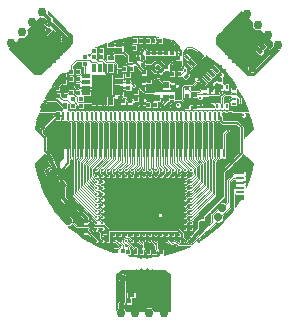
<source format=gbl>
G75*
%MOIN*%
%OFA0B0*%
%FSLAX25Y25*%
%IPPOS*%
%LPD*%
%AMOC8*
5,1,8,0,0,1.08239X$1,22.5*
%
%ADD10R,0.00906X0.02953*%
%ADD11R,0.01378X0.02953*%
%ADD12R,0.01575X0.01181*%
%ADD13R,0.01181X0.01575*%
%ADD14R,0.01575X0.02362*%
%ADD15R,0.02362X0.01575*%
%ADD16C,0.02756*%
%ADD17C,0.00787*%
%ADD18R,0.00394X0.00394*%
%ADD19C,0.00394*%
%ADD20C,0.00200*%
%ADD21R,0.01969X0.02362*%
%ADD22R,0.00886X0.01823*%
%ADD23R,0.00886X0.02610*%
%ADD24R,0.01823X0.00886*%
%ADD25R,0.02953X0.00906*%
%ADD26R,0.02953X0.01378*%
%ADD27C,0.02953*%
%ADD28R,0.02362X0.01378*%
%ADD29R,0.01378X0.02362*%
%ADD30R,0.02500X0.01200*%
%ADD31R,0.03900X0.06300*%
%ADD32R,0.02800X0.01200*%
%ADD33R,0.01200X0.02800*%
%ADD34R,0.06500X0.06500*%
%ADD35C,0.00594*%
%ADD36C,0.00591*%
%ADD37C,0.01102*%
%ADD38C,0.00300*%
%ADD39C,0.00787*%
%ADD40C,0.00600*%
%ADD41C,0.01181*%
%ADD42C,0.00394*%
%ADD43C,0.00827*%
%ADD44C,0.00500*%
%ADD45C,0.01457*%
%ADD46C,0.02205*%
%ADD47C,0.01575*%
D10*
X0063676Y0120762D03*
X0065251Y0120762D03*
X0066825Y0120762D03*
X0068400Y0120762D03*
X0069975Y0120762D03*
X0071550Y0120762D03*
X0073125Y0120762D03*
X0074699Y0120762D03*
X0076274Y0120762D03*
X0077849Y0120762D03*
X0079424Y0120762D03*
X0080999Y0120762D03*
X0082573Y0120762D03*
X0084148Y0120762D03*
X0085723Y0120762D03*
X0087298Y0120762D03*
X0088873Y0120762D03*
X0090447Y0120762D03*
X0092022Y0120762D03*
X0093597Y0120762D03*
X0095172Y0120762D03*
X0096747Y0120762D03*
X0098321Y0120762D03*
X0099896Y0120762D03*
X0101471Y0120762D03*
X0103046Y0120762D03*
X0104621Y0120762D03*
X0106195Y0120762D03*
X0107770Y0120762D03*
X0109345Y0120762D03*
X0110920Y0120762D03*
X0112495Y0120762D03*
X0114069Y0120762D03*
X0115644Y0120762D03*
X0117219Y0120762D03*
X0117219Y0133242D03*
X0115644Y0133242D03*
X0114069Y0133242D03*
X0112495Y0133242D03*
X0110920Y0133242D03*
X0109345Y0133242D03*
X0107770Y0133242D03*
X0106195Y0133242D03*
X0104621Y0133242D03*
X0103046Y0133242D03*
X0101471Y0133242D03*
X0099896Y0133242D03*
X0098321Y0133242D03*
X0096747Y0133242D03*
X0095172Y0133242D03*
X0093597Y0133242D03*
X0092022Y0133242D03*
X0090447Y0133242D03*
X0088873Y0133242D03*
X0087298Y0133242D03*
X0085723Y0133242D03*
X0084148Y0133242D03*
X0082573Y0133242D03*
X0080999Y0133242D03*
X0079424Y0133242D03*
X0077849Y0133242D03*
X0076274Y0133242D03*
X0074699Y0133242D03*
X0073125Y0133242D03*
X0071550Y0133242D03*
X0069975Y0133242D03*
X0068400Y0133242D03*
X0066825Y0133242D03*
X0065251Y0133242D03*
X0063676Y0133242D03*
D11*
X0061806Y0133242D03*
X0061806Y0120762D03*
X0119089Y0120762D03*
X0119089Y0133242D03*
D12*
X0107573Y0136057D03*
X0107573Y0138420D03*
X0107573Y0140034D03*
X0107573Y0142396D03*
X0105014Y0142357D03*
X0105014Y0139994D03*
X0105014Y0138420D03*
X0105014Y0136057D03*
X0092219Y0142357D03*
X0090172Y0142357D03*
X0090172Y0139994D03*
X0087888Y0138813D03*
X0087888Y0141175D03*
X0085251Y0140152D03*
X0085251Y0142514D03*
X0085172Y0144404D03*
X0085172Y0146766D03*
X0090223Y0150279D03*
X0090223Y0152642D03*
X0092022Y0154168D03*
X0093991Y0154168D03*
X0095959Y0154168D03*
X0097928Y0154168D03*
X0099896Y0154168D03*
X0099896Y0156530D03*
X0097928Y0156530D03*
X0095959Y0156530D03*
X0093991Y0156530D03*
X0092022Y0156530D03*
X0102022Y0152514D03*
X0102022Y0150152D03*
X0092219Y0144719D03*
X0070802Y0150585D03*
X0070802Y0152947D03*
X0063873Y0146963D03*
X0063873Y0144601D03*
X0066747Y0138892D03*
X0066747Y0136530D03*
X0069558Y0136530D03*
X0069558Y0138892D03*
D13*
X0068558Y0140908D03*
X0068558Y0143241D03*
X0068558Y0145574D03*
X0068558Y0147908D03*
X0066195Y0147908D03*
X0066195Y0145574D03*
X0066195Y0143241D03*
X0064069Y0142475D03*
X0064306Y0139994D03*
X0066195Y0140908D03*
X0061943Y0139994D03*
X0061707Y0142475D03*
X0073951Y0152672D03*
X0073951Y0154876D03*
X0076314Y0154876D03*
X0076314Y0152672D03*
X0083991Y0148971D03*
X0086353Y0148971D03*
X0088220Y0147709D03*
X0090582Y0147709D03*
G36*
X0091395Y0146779D02*
X0092229Y0147613D01*
X0093341Y0146501D01*
X0092507Y0145667D01*
X0091395Y0146779D01*
G37*
X0090447Y0144719D03*
X0088085Y0144719D03*
G36*
X0093066Y0148449D02*
X0093900Y0149283D01*
X0095012Y0148171D01*
X0094178Y0147337D01*
X0093066Y0148449D01*
G37*
G36*
X0094178Y0151550D02*
X0095012Y0150716D01*
X0093900Y0149604D01*
X0093066Y0150438D01*
X0094178Y0151550D01*
G37*
G36*
X0092507Y0153220D02*
X0093341Y0152386D01*
X0092229Y0151274D01*
X0091395Y0152108D01*
X0092507Y0153220D01*
G37*
X0088473Y0154168D03*
X0088473Y0152199D03*
X0086110Y0152199D03*
X0086110Y0154168D03*
X0084936Y0155979D03*
X0085172Y0158262D03*
X0087534Y0158262D03*
X0089424Y0158262D03*
X0087298Y0155979D03*
X0091786Y0158262D03*
X0093676Y0158262D03*
X0096038Y0158262D03*
G36*
X0098949Y0152108D02*
X0098115Y0151274D01*
X0097003Y0152386D01*
X0097837Y0153220D01*
X0098949Y0152108D01*
G37*
G36*
X0097278Y0150438D02*
X0096444Y0149604D01*
X0095332Y0150716D01*
X0096166Y0151550D01*
X0097278Y0150438D01*
G37*
X0097928Y0149443D03*
G36*
X0096087Y0147337D02*
X0095253Y0148171D01*
X0096365Y0149283D01*
X0097199Y0148449D01*
X0096087Y0147337D01*
G37*
G36*
X0097758Y0145667D02*
X0096924Y0146501D01*
X0098036Y0147613D01*
X0098870Y0146779D01*
X0097758Y0145667D01*
G37*
X0100093Y0144719D03*
X0102455Y0144719D03*
X0102337Y0147238D03*
X0099975Y0147238D03*
X0100290Y0149443D03*
G36*
X0104434Y0145368D02*
X0103600Y0146202D01*
X0104712Y0147314D01*
X0105546Y0146480D01*
X0104434Y0145368D01*
G37*
G36*
X0106104Y0143698D02*
X0105270Y0144532D01*
X0106382Y0145644D01*
X0107216Y0144810D01*
X0106104Y0143698D01*
G37*
X0102455Y0141727D03*
X0102258Y0139601D03*
X0099896Y0139601D03*
X0100093Y0141727D03*
X0094148Y0136884D03*
X0091786Y0136884D03*
X0085959Y0138026D03*
X0083597Y0138026D03*
G36*
X0105703Y0152800D02*
X0104869Y0151966D01*
X0103757Y0153078D01*
X0104591Y0153912D01*
X0105703Y0152800D01*
G37*
G36*
X0107374Y0154470D02*
X0106540Y0153636D01*
X0105428Y0154748D01*
X0106262Y0155582D01*
X0107374Y0154470D01*
G37*
X0115920Y0145034D03*
X0118282Y0145034D03*
G36*
X0130202Y0155193D02*
X0129368Y0156027D01*
X0130480Y0157139D01*
X0131314Y0156305D01*
X0130202Y0155193D01*
G37*
G36*
X0131872Y0153522D02*
X0131038Y0154356D01*
X0132150Y0155468D01*
X0132984Y0154634D01*
X0131872Y0153522D01*
G37*
X0112140Y0099364D03*
X0109778Y0099364D03*
X0096353Y0087829D03*
X0093991Y0087829D03*
X0092022Y0087829D03*
X0089660Y0087829D03*
X0087692Y0087829D03*
X0085329Y0087829D03*
X0083558Y0088223D03*
X0081195Y0088223D03*
X0071156Y0094719D03*
X0071117Y0098065D03*
X0068755Y0098065D03*
X0068794Y0094719D03*
X0083282Y0071451D03*
X0085644Y0071451D03*
G36*
X0058320Y0162819D02*
X0057486Y0161985D01*
X0056374Y0163097D01*
X0057208Y0163931D01*
X0058320Y0162819D01*
G37*
G36*
X0059990Y0164490D02*
X0059156Y0163656D01*
X0058044Y0164768D01*
X0058878Y0165602D01*
X0059990Y0164490D01*
G37*
D14*
X0060001Y0136530D03*
G36*
X0055866Y0135700D02*
X0056348Y0137198D01*
X0058596Y0136476D01*
X0058114Y0134978D01*
X0055866Y0135700D01*
G37*
G36*
X0054582Y0131701D02*
X0055064Y0133199D01*
X0057312Y0132477D01*
X0056830Y0130979D01*
X0054582Y0131701D01*
G37*
X0064201Y0136530D03*
G36*
X0058031Y0119345D02*
X0059406Y0120110D01*
X0060555Y0118047D01*
X0059180Y0117282D01*
X0058031Y0119345D01*
G37*
G36*
X0054361Y0117303D02*
X0055736Y0118068D01*
X0056885Y0116005D01*
X0055510Y0115240D01*
X0054361Y0117303D01*
G37*
G36*
X0058554Y0109161D02*
X0059929Y0109926D01*
X0061078Y0107863D01*
X0059703Y0107098D01*
X0058554Y0109161D01*
G37*
G36*
X0062224Y0111204D02*
X0063599Y0111969D01*
X0064748Y0109906D01*
X0063373Y0109141D01*
X0062224Y0111204D01*
G37*
D15*
X0079503Y0152619D03*
X0082337Y0152619D03*
X0082337Y0156819D03*
X0079503Y0156819D03*
D16*
X0060447Y0104443D03*
X0065251Y0098262D03*
X0115086Y0099387D03*
X0116618Y0102635D03*
D17*
X0106195Y0103380D03*
X0104227Y0103380D03*
X0104227Y0101412D03*
X0106195Y0101412D03*
X0106195Y0099443D03*
X0104227Y0099443D03*
X0104227Y0097475D03*
X0106195Y0097475D03*
X0106195Y0095506D03*
X0104227Y0095506D03*
X0104227Y0093538D03*
X0106195Y0093538D03*
X0106195Y0091569D03*
X0104227Y0091569D03*
X0102258Y0091569D03*
X0100290Y0091569D03*
X0098321Y0091569D03*
X0096353Y0091569D03*
X0094384Y0091569D03*
X0092416Y0091569D03*
X0090447Y0091569D03*
X0088479Y0091569D03*
X0086510Y0091569D03*
X0084542Y0091569D03*
X0082573Y0091569D03*
X0080605Y0091569D03*
X0078636Y0091569D03*
X0078636Y0093538D03*
X0080605Y0093538D03*
X0082573Y0093538D03*
X0084542Y0093538D03*
X0086510Y0093538D03*
X0088479Y0093538D03*
X0090447Y0093538D03*
X0092416Y0093538D03*
X0094384Y0093538D03*
X0096353Y0093538D03*
X0098321Y0093538D03*
X0100290Y0093538D03*
X0102258Y0093538D03*
X0104227Y0105349D03*
X0104227Y0107317D03*
X0106195Y0107317D03*
X0106195Y0105349D03*
X0106195Y0109286D03*
X0104227Y0109286D03*
X0104227Y0111254D03*
X0106195Y0111254D03*
X0106195Y0113223D03*
X0104227Y0113223D03*
X0104227Y0115191D03*
X0106195Y0115191D03*
X0102258Y0115191D03*
X0100290Y0115191D03*
X0100290Y0113223D03*
X0102258Y0113223D03*
X0098321Y0113223D03*
X0096353Y0113223D03*
X0096353Y0115191D03*
X0098321Y0115191D03*
X0094384Y0115191D03*
X0092416Y0115191D03*
X0092416Y0113223D03*
X0094384Y0113223D03*
X0090447Y0113223D03*
X0088479Y0113223D03*
X0088479Y0115191D03*
X0090447Y0115191D03*
X0086510Y0115191D03*
X0084542Y0115191D03*
X0084542Y0113223D03*
X0086510Y0113223D03*
X0082573Y0113223D03*
X0080605Y0113223D03*
X0080605Y0115191D03*
X0082573Y0115191D03*
X0078636Y0115191D03*
X0078636Y0113223D03*
X0076668Y0113223D03*
X0076668Y0115191D03*
X0074699Y0115191D03*
X0074699Y0113223D03*
X0074699Y0111254D03*
X0074699Y0109286D03*
X0074699Y0107317D03*
X0074699Y0105349D03*
X0074699Y0103380D03*
X0074699Y0101412D03*
X0074699Y0099443D03*
X0074699Y0097475D03*
X0074699Y0095506D03*
X0074699Y0093538D03*
X0074699Y0091569D03*
X0076668Y0091569D03*
X0076668Y0093538D03*
X0076668Y0095506D03*
X0076668Y0097475D03*
X0076668Y0099443D03*
X0076668Y0101412D03*
X0076668Y0103380D03*
X0076668Y0105349D03*
X0076668Y0107317D03*
X0076668Y0109286D03*
X0076668Y0111254D03*
D18*
G36*
X0060342Y0113874D02*
X0060234Y0113496D01*
X0059856Y0113604D01*
X0059964Y0113982D01*
X0060342Y0113874D01*
G37*
D19*
X0060411Y0115850D03*
X0058141Y0114586D03*
X0059787Y0111627D03*
X0062058Y0112891D03*
D20*
X0061638Y0112941D02*
X0062593Y0112941D01*
X0062704Y0112743D02*
X0061581Y0112743D01*
X0061565Y0112684D02*
X0061986Y0111927D01*
X0062880Y0112425D01*
X0062095Y0113836D01*
X0061854Y0113702D01*
X0061565Y0112684D01*
X0061643Y0112544D02*
X0062814Y0112544D01*
X0062737Y0112346D02*
X0061753Y0112346D01*
X0061864Y0112147D02*
X0062381Y0112147D01*
X0062024Y0111949D02*
X0061974Y0111949D01*
X0060865Y0112362D02*
X0061476Y0114505D01*
X0059333Y0115115D01*
X0058723Y0112972D01*
X0060865Y0112362D01*
X0060917Y0112544D02*
X0060226Y0112544D01*
X0060184Y0111949D02*
X0059045Y0111949D01*
X0058965Y0112093D02*
X0059206Y0112227D01*
X0060223Y0111938D01*
X0060644Y0111181D01*
X0059750Y0110683D01*
X0058965Y0112093D01*
X0059062Y0112147D02*
X0059487Y0112147D01*
X0059156Y0111750D02*
X0060327Y0111750D01*
X0060438Y0111552D02*
X0059266Y0111552D01*
X0059377Y0111353D02*
X0060548Y0111353D01*
X0060597Y0111155D02*
X0059487Y0111155D01*
X0059598Y0110956D02*
X0060241Y0110956D01*
X0059884Y0110758D02*
X0059708Y0110758D01*
X0059529Y0112743D02*
X0060974Y0112743D01*
X0061030Y0112941D02*
X0058833Y0112941D01*
X0058770Y0113140D02*
X0061087Y0113140D01*
X0061143Y0113338D02*
X0058827Y0113338D01*
X0058884Y0113537D02*
X0061200Y0113537D01*
X0061256Y0113735D02*
X0058940Y0113735D01*
X0058997Y0113934D02*
X0061313Y0113934D01*
X0061370Y0114132D02*
X0059053Y0114132D01*
X0059110Y0114331D02*
X0061426Y0114331D01*
X0061389Y0114529D02*
X0059166Y0114529D01*
X0059223Y0114728D02*
X0060692Y0114728D01*
X0060734Y0115323D02*
X0061125Y0115323D01*
X0061234Y0115384D02*
X0060993Y0115250D01*
X0059975Y0115540D01*
X0059554Y0116296D01*
X0060449Y0116794D01*
X0061234Y0115384D01*
X0061157Y0115522D02*
X0060038Y0115522D01*
X0059875Y0115720D02*
X0061046Y0115720D01*
X0060936Y0115919D02*
X0059764Y0115919D01*
X0059654Y0116117D02*
X0060825Y0116117D01*
X0060715Y0116316D02*
X0059589Y0116316D01*
X0059946Y0116514D02*
X0060604Y0116514D01*
X0060494Y0116713D02*
X0060303Y0116713D01*
X0061625Y0116238D02*
X0061677Y0116327D01*
X0061756Y0116393D01*
X0061853Y0116428D01*
X0061956Y0116428D01*
X0062053Y0116393D01*
X0062132Y0116327D01*
X0062183Y0116238D01*
X0062201Y0116136D01*
X0062183Y0116035D01*
X0062132Y0115945D01*
X0062053Y0115879D01*
X0061956Y0115844D01*
X0061853Y0115844D01*
X0061756Y0115879D01*
X0061677Y0115945D01*
X0061625Y0116035D01*
X0061607Y0116136D01*
X0061625Y0116238D01*
X0061670Y0116316D02*
X0062138Y0116316D01*
X0062198Y0116117D02*
X0061611Y0116117D01*
X0061708Y0115919D02*
X0062100Y0115919D01*
X0063064Y0115707D02*
X0063120Y0115817D01*
X0063207Y0115905D01*
X0063317Y0115961D01*
X0063440Y0115980D01*
X0063562Y0115961D01*
X0063672Y0115905D01*
X0063759Y0115817D01*
X0063815Y0115707D01*
X0063835Y0115585D01*
X0063815Y0115463D01*
X0063759Y0115353D01*
X0063672Y0115265D01*
X0063562Y0115209D01*
X0063440Y0115190D01*
X0063317Y0115209D01*
X0063207Y0115265D01*
X0063120Y0115353D01*
X0063064Y0115463D01*
X0063044Y0115585D01*
X0063064Y0115707D01*
X0063070Y0115720D02*
X0063809Y0115720D01*
X0063825Y0115522D02*
X0063054Y0115522D01*
X0063149Y0115323D02*
X0063730Y0115323D01*
X0063644Y0115919D02*
X0063235Y0115919D01*
X0062151Y0113735D02*
X0061915Y0113735D01*
X0061807Y0113537D02*
X0062262Y0113537D01*
X0062372Y0113338D02*
X0061751Y0113338D01*
X0061694Y0113140D02*
X0062483Y0113140D01*
X0059995Y0114926D02*
X0059279Y0114926D01*
X0058634Y0114793D02*
X0058213Y0115550D01*
X0057318Y0115052D01*
X0058103Y0113641D01*
X0058344Y0113775D01*
X0058634Y0114793D01*
X0058615Y0114728D02*
X0057499Y0114728D01*
X0057609Y0114529D02*
X0058559Y0114529D01*
X0058502Y0114331D02*
X0057720Y0114331D01*
X0057830Y0114132D02*
X0058446Y0114132D01*
X0058389Y0113934D02*
X0057940Y0113934D01*
X0058051Y0113735D02*
X0058272Y0113735D01*
X0058560Y0114926D02*
X0057388Y0114926D01*
X0057449Y0115125D02*
X0058449Y0115125D01*
X0058339Y0115323D02*
X0057806Y0115323D01*
X0058163Y0115522D02*
X0058228Y0115522D01*
X0059292Y0118696D02*
X0059059Y0118930D01*
X0059293Y0118696D02*
X0059292Y0118696D01*
X0066038Y0119135D02*
X0066530Y0118642D01*
X0066530Y0106628D01*
X0074699Y0098459D01*
X0075684Y0098459D01*
X0076668Y0097475D01*
X0076668Y0099443D02*
X0075684Y0100427D01*
X0074699Y0100427D01*
X0067514Y0107612D01*
X0067514Y0118833D01*
X0067613Y0119128D01*
X0067613Y0130939D01*
X0066825Y0131727D01*
X0066825Y0133242D01*
X0065251Y0133242D02*
X0065251Y0131727D01*
X0066038Y0130939D01*
X0066038Y0119135D01*
X0066825Y0120762D02*
X0067022Y0120762D01*
X0067022Y0107120D01*
X0074699Y0099443D01*
X0074699Y0101412D02*
X0068006Y0108203D01*
X0068006Y0118735D01*
X0068400Y0119128D01*
X0068400Y0120762D01*
X0069975Y0120762D02*
X0069975Y0119128D01*
X0068991Y0118144D01*
X0068991Y0109089D01*
X0074699Y0103380D01*
X0074699Y0102396D02*
X0068499Y0108597D01*
X0068499Y0118439D01*
X0069188Y0119128D01*
X0069188Y0130939D01*
X0068400Y0131727D01*
X0068400Y0133242D01*
X0069975Y0133242D02*
X0069975Y0131727D01*
X0070762Y0130939D01*
X0070762Y0119128D01*
X0069483Y0117849D01*
X0069483Y0109581D01*
X0074699Y0104364D01*
X0075684Y0104364D01*
X0076668Y0103380D01*
X0075684Y0102396D02*
X0074699Y0102396D01*
X0075684Y0102396D02*
X0076668Y0101412D01*
X0076668Y0105349D02*
X0075684Y0106333D01*
X0074699Y0106333D01*
X0070467Y0110565D01*
X0070467Y0117258D01*
X0072337Y0119128D01*
X0072337Y0130939D01*
X0071550Y0131727D01*
X0071550Y0133242D01*
X0073125Y0133242D02*
X0073125Y0131727D01*
X0073912Y0130939D01*
X0073912Y0119128D01*
X0071451Y0116668D01*
X0071451Y0111550D01*
X0074699Y0108301D01*
X0075684Y0108301D01*
X0076668Y0107317D01*
X0074699Y0107317D02*
X0070959Y0111057D01*
X0070959Y0116963D01*
X0073125Y0119128D01*
X0073125Y0120762D01*
X0074699Y0120762D02*
X0074699Y0119128D01*
X0071943Y0116372D01*
X0071943Y0112042D01*
X0074699Y0109286D01*
X0074699Y0110270D02*
X0075684Y0110270D01*
X0076668Y0109286D01*
X0076668Y0111254D02*
X0075393Y0112529D01*
X0074310Y0112529D01*
X0073420Y0113420D01*
X0073420Y0115487D01*
X0077062Y0119128D01*
X0077062Y0130939D01*
X0076274Y0131727D01*
X0076274Y0133242D01*
X0074699Y0133242D02*
X0074699Y0131727D01*
X0075487Y0130939D01*
X0075487Y0119128D01*
X0072436Y0116077D01*
X0072436Y0112534D01*
X0074699Y0110270D01*
X0074699Y0111254D02*
X0072928Y0113026D01*
X0072928Y0115782D01*
X0076274Y0119128D01*
X0076274Y0120762D01*
X0077849Y0120762D02*
X0077849Y0119325D01*
X0073912Y0115388D01*
X0073912Y0114010D01*
X0074699Y0113223D01*
X0075684Y0114207D02*
X0075684Y0115388D01*
X0079424Y0119128D01*
X0079424Y0120762D01*
X0080999Y0120762D02*
X0080999Y0118735D01*
X0077652Y0115388D01*
X0077652Y0114207D01*
X0078636Y0113223D01*
X0079621Y0114207D02*
X0080605Y0113223D01*
X0081589Y0114207D02*
X0082573Y0113223D01*
X0081589Y0114207D02*
X0081589Y0115388D01*
X0084148Y0117947D01*
X0084148Y0120762D01*
X0082573Y0120762D02*
X0082573Y0118341D01*
X0079621Y0115388D01*
X0079621Y0114207D01*
X0080605Y0115191D02*
X0083361Y0117947D01*
X0083361Y0130939D01*
X0082573Y0131727D01*
X0082573Y0133242D01*
X0080999Y0133242D02*
X0080999Y0131727D01*
X0081786Y0130939D01*
X0081786Y0118341D01*
X0078636Y0115191D01*
X0076668Y0115191D02*
X0080211Y0118735D01*
X0080211Y0130939D01*
X0079424Y0131727D01*
X0079424Y0133242D01*
X0077849Y0133242D02*
X0077849Y0131727D01*
X0078636Y0130939D01*
X0078636Y0119128D01*
X0074699Y0115191D01*
X0075684Y0114207D02*
X0076668Y0113223D01*
X0069975Y0110073D02*
X0074699Y0105349D01*
X0069975Y0110073D02*
X0069975Y0117553D01*
X0071550Y0119128D01*
X0071550Y0120762D01*
X0082573Y0115191D02*
X0084936Y0117553D01*
X0084936Y0130939D01*
X0084148Y0131727D01*
X0084148Y0133242D01*
X0085723Y0133242D02*
X0085723Y0131727D01*
X0086510Y0130939D01*
X0086510Y0117160D01*
X0084542Y0115191D01*
X0085526Y0115388D02*
X0085526Y0114207D01*
X0086510Y0113223D01*
X0087495Y0114207D02*
X0088479Y0113223D01*
X0087495Y0114207D02*
X0087495Y0115388D01*
X0088873Y0116766D01*
X0088873Y0120762D01*
X0090447Y0120762D02*
X0090447Y0115191D01*
X0089660Y0116372D02*
X0089660Y0130939D01*
X0088873Y0131727D01*
X0088873Y0133242D01*
X0090447Y0133242D02*
X0090447Y0131727D01*
X0091235Y0130939D01*
X0091235Y0114010D01*
X0090447Y0113223D01*
X0092416Y0113223D02*
X0093400Y0114207D01*
X0093400Y0115388D01*
X0092810Y0115979D01*
X0092810Y0130939D01*
X0092022Y0131727D01*
X0092022Y0133242D01*
X0093597Y0133242D02*
X0093597Y0131727D01*
X0094384Y0130939D01*
X0094384Y0116372D01*
X0095369Y0115388D01*
X0095369Y0114207D01*
X0094384Y0113223D01*
X0094384Y0115191D02*
X0093597Y0115979D01*
X0093597Y0120762D01*
X0092022Y0120762D02*
X0092022Y0115585D01*
X0092416Y0115191D01*
X0095172Y0116372D02*
X0095172Y0120762D01*
X0096747Y0120762D02*
X0096747Y0116766D01*
X0098321Y0115191D01*
X0097337Y0115388D02*
X0097337Y0114207D01*
X0096353Y0113223D01*
X0096353Y0115191D02*
X0095172Y0116372D01*
X0095959Y0116766D02*
X0095959Y0130939D01*
X0095172Y0131727D01*
X0095172Y0133242D01*
X0096747Y0133242D02*
X0096747Y0131727D01*
X0097534Y0130939D01*
X0097534Y0117160D01*
X0099306Y0115388D01*
X0099306Y0114207D01*
X0098321Y0113223D01*
X0100290Y0113223D02*
X0101274Y0114207D01*
X0101274Y0115388D01*
X0099109Y0117553D01*
X0099109Y0130939D01*
X0098321Y0131727D01*
X0098321Y0133242D01*
X0099896Y0133242D02*
X0099896Y0131727D01*
X0100684Y0130939D01*
X0100684Y0117947D01*
X0103243Y0115388D01*
X0103243Y0114207D01*
X0102258Y0113223D01*
X0102258Y0115191D02*
X0099896Y0117553D01*
X0099896Y0120762D01*
X0098321Y0120762D02*
X0098321Y0117160D01*
X0100290Y0115191D01*
X0097337Y0115388D02*
X0095959Y0116766D01*
X0101471Y0117947D02*
X0101471Y0120762D01*
X0103046Y0120762D02*
X0103046Y0118341D01*
X0106195Y0115191D01*
X0107081Y0115388D02*
X0103833Y0118636D01*
X0103833Y0130939D01*
X0103046Y0131727D01*
X0103046Y0133242D01*
X0104621Y0133242D02*
X0104621Y0131727D01*
X0105408Y0130939D01*
X0105408Y0118735D01*
X0108066Y0116077D01*
X0108066Y0113124D01*
X0106195Y0111254D01*
X0106195Y0112238D02*
X0105211Y0112238D01*
X0104227Y0111254D01*
X0105211Y0110270D02*
X0104227Y0109286D01*
X0105211Y0110270D02*
X0106294Y0110270D01*
X0108558Y0112534D01*
X0108558Y0116372D01*
X0106195Y0118735D01*
X0106195Y0120762D01*
X0104621Y0120762D02*
X0104621Y0118735D01*
X0107573Y0115782D01*
X0107573Y0113616D01*
X0106195Y0112238D01*
X0106195Y0113223D02*
X0107081Y0114109D01*
X0107081Y0115388D01*
X0105211Y0115388D02*
X0105211Y0114207D01*
X0104227Y0113223D01*
X0104227Y0115191D02*
X0101471Y0117947D01*
X0102258Y0118341D02*
X0102258Y0130939D01*
X0101471Y0131727D01*
X0101471Y0133242D01*
X0099375Y0136430D02*
X0099279Y0136395D01*
X0099175Y0136395D01*
X0099079Y0136430D01*
X0099000Y0136496D01*
X0098948Y0136586D01*
X0098930Y0136687D01*
X0098948Y0136789D01*
X0099000Y0136878D01*
X0099079Y0136944D01*
X0099175Y0136980D01*
X0099279Y0136980D01*
X0099375Y0136944D01*
X0099454Y0136878D01*
X0099506Y0136789D01*
X0099524Y0136687D01*
X0099506Y0136586D01*
X0099454Y0136496D01*
X0099375Y0136430D01*
X0099493Y0136564D02*
X0098961Y0136564D01*
X0098943Y0136763D02*
X0099511Y0136763D01*
X0099330Y0136961D02*
X0099124Y0136961D01*
X0096925Y0136648D02*
X0096901Y0136495D01*
X0096831Y0136358D01*
X0096722Y0136249D01*
X0096584Y0136178D01*
X0096432Y0136154D01*
X0096279Y0136178D01*
X0096141Y0136249D01*
X0096032Y0136358D01*
X0095962Y0136495D01*
X0095938Y0136648D01*
X0095962Y0136800D01*
X0096032Y0136938D01*
X0096141Y0137047D01*
X0096279Y0137117D01*
X0096432Y0137142D01*
X0096584Y0137117D01*
X0096722Y0137047D01*
X0096831Y0136938D01*
X0096901Y0136800D01*
X0096925Y0136648D01*
X0096912Y0136564D02*
X0095951Y0136564D01*
X0095956Y0136763D02*
X0096907Y0136763D01*
X0096808Y0136961D02*
X0096055Y0136961D01*
X0096028Y0136366D02*
X0096835Y0136366D01*
X0096512Y0136167D02*
X0096351Y0136167D01*
X0091786Y0136884D02*
X0091432Y0136530D01*
X0090093Y0136502D02*
X0088915Y0136502D01*
X0088558Y0136860D01*
X0087401Y0136860D01*
X0087062Y0137199D01*
X0086980Y0137261D02*
X0087031Y0137351D01*
X0087110Y0137417D01*
X0087207Y0137452D01*
X0087310Y0137452D01*
X0087407Y0137417D01*
X0087486Y0137351D01*
X0087537Y0137261D01*
X0087555Y0137160D01*
X0087537Y0137058D01*
X0087486Y0136969D01*
X0087407Y0136903D01*
X0087310Y0136867D01*
X0087207Y0136867D01*
X0087110Y0136903D01*
X0087031Y0136969D01*
X0086980Y0137058D01*
X0086962Y0137160D01*
X0086980Y0137261D01*
X0086962Y0137160D02*
X0087555Y0137160D01*
X0087477Y0137358D02*
X0087040Y0137358D01*
X0087040Y0136961D02*
X0087476Y0136961D01*
X0087954Y0138521D02*
X0087857Y0138556D01*
X0087778Y0138622D01*
X0087726Y0138712D01*
X0087708Y0138813D01*
X0087726Y0138915D01*
X0087778Y0139004D01*
X0087857Y0139070D01*
X0087954Y0139106D01*
X0088057Y0139106D01*
X0088154Y0139070D01*
X0088233Y0139004D01*
X0088284Y0138915D01*
X0088302Y0138813D01*
X0088284Y0138712D01*
X0088233Y0138622D01*
X0088154Y0138556D01*
X0088057Y0138521D01*
X0087954Y0138521D01*
X0087876Y0138549D02*
X0088134Y0138549D01*
X0088291Y0138748D02*
X0087720Y0138748D01*
X0087744Y0138946D02*
X0088266Y0138946D01*
X0088057Y0140686D02*
X0087954Y0140686D01*
X0087857Y0140722D01*
X0087778Y0140788D01*
X0087726Y0140877D01*
X0087708Y0140979D01*
X0087726Y0141080D01*
X0087778Y0141169D01*
X0087857Y0141236D01*
X0087954Y0141271D01*
X0088057Y0141271D01*
X0088154Y0141236D01*
X0088233Y0141169D01*
X0088284Y0141080D01*
X0088302Y0140979D01*
X0088284Y0140877D01*
X0088233Y0140788D01*
X0088154Y0140722D01*
X0088057Y0140686D01*
X0088167Y0140733D02*
X0087844Y0140733D01*
X0087717Y0140931D02*
X0088294Y0140931D01*
X0088256Y0141130D02*
X0087755Y0141130D01*
X0087888Y0141096D02*
X0088005Y0140979D01*
X0087888Y0141096D02*
X0087888Y0141175D01*
X0088724Y0142887D02*
X0088645Y0142953D01*
X0088594Y0143042D01*
X0088576Y0143144D01*
X0088594Y0143246D01*
X0088645Y0143335D01*
X0088724Y0143401D01*
X0088821Y0143436D01*
X0088924Y0143436D01*
X0089021Y0143401D01*
X0089100Y0143335D01*
X0089152Y0143246D01*
X0089169Y0143144D01*
X0089152Y0143042D01*
X0089100Y0142953D01*
X0089021Y0142887D01*
X0088924Y0142852D01*
X0088821Y0142852D01*
X0088724Y0142887D01*
X0088689Y0142916D02*
X0089056Y0142916D01*
X0089164Y0143115D02*
X0088581Y0143115D01*
X0088633Y0143313D02*
X0089112Y0143313D01*
X0090220Y0144528D02*
X0090168Y0144617D01*
X0090151Y0144719D01*
X0090168Y0144820D01*
X0090220Y0144910D01*
X0090299Y0144976D01*
X0090396Y0145011D01*
X0090499Y0145011D01*
X0090596Y0144976D01*
X0090675Y0144910D01*
X0090726Y0144820D01*
X0090744Y0144719D01*
X0090726Y0144617D01*
X0090675Y0144528D01*
X0090596Y0144462D01*
X0090499Y0144426D01*
X0090396Y0144426D01*
X0090299Y0144462D01*
X0090220Y0144528D01*
X0090248Y0144504D02*
X0090647Y0144504D01*
X0090741Y0144703D02*
X0090153Y0144703D01*
X0090215Y0144902D02*
X0090680Y0144902D01*
X0092818Y0147126D02*
X0092767Y0147216D01*
X0092749Y0147317D01*
X0092767Y0147419D01*
X0092818Y0147508D01*
X0092897Y0147574D01*
X0092994Y0147610D01*
X0093097Y0147610D01*
X0093194Y0147574D01*
X0093273Y0147508D01*
X0093325Y0147419D01*
X0093343Y0147317D01*
X0093325Y0147216D01*
X0093273Y0147126D01*
X0093194Y0147060D01*
X0093097Y0147025D01*
X0092994Y0147025D01*
X0092897Y0147060D01*
X0092818Y0147126D01*
X0092868Y0147085D02*
X0093224Y0147085D01*
X0093337Y0147284D02*
X0092755Y0147284D01*
X0092804Y0147482D02*
X0093288Y0147482D01*
X0094893Y0147767D02*
X0094944Y0147678D01*
X0095023Y0147611D01*
X0095120Y0147576D01*
X0095223Y0147576D01*
X0095320Y0147611D01*
X0095399Y0147678D01*
X0095451Y0147767D01*
X0095469Y0147868D01*
X0095451Y0147970D01*
X0095399Y0148059D01*
X0095320Y0148125D01*
X0095223Y0148161D01*
X0095120Y0148161D01*
X0095023Y0148125D01*
X0094944Y0148059D01*
X0094893Y0147970D01*
X0094875Y0147868D01*
X0094893Y0147767D01*
X0094944Y0147678D01*
X0095023Y0147611D01*
X0095120Y0147576D01*
X0095223Y0147576D01*
X0095320Y0147611D01*
X0095399Y0147678D01*
X0095451Y0147767D01*
X0095469Y0147868D01*
X0095451Y0147970D01*
X0095399Y0148059D01*
X0095320Y0148125D01*
X0095223Y0148161D01*
X0095120Y0148161D01*
X0095023Y0148125D01*
X0094944Y0148059D01*
X0094893Y0147970D01*
X0094875Y0147868D01*
X0094893Y0147767D01*
X0094944Y0147678D01*
X0095023Y0147611D01*
X0095120Y0147576D01*
X0095223Y0147576D01*
X0095320Y0147611D01*
X0095399Y0147678D01*
X0095451Y0147767D01*
X0095469Y0147868D01*
X0095451Y0147970D01*
X0095399Y0148059D01*
X0095320Y0148125D01*
X0095223Y0148161D01*
X0095120Y0148161D01*
X0095023Y0148125D01*
X0094944Y0148059D01*
X0094893Y0147970D01*
X0094875Y0147868D01*
X0094893Y0147767D01*
X0094943Y0147681D02*
X0095401Y0147681D01*
X0094943Y0147681D01*
X0095401Y0147681D01*
X0095467Y0147879D02*
X0094877Y0147879D01*
X0095467Y0147879D01*
X0094877Y0147879D01*
X0094966Y0148078D02*
X0095377Y0148078D01*
X0094966Y0148078D01*
X0095377Y0148078D01*
X0096861Y0147576D02*
X0096913Y0147666D01*
X0096992Y0147732D01*
X0097089Y0147767D01*
X0097192Y0147767D01*
X0097289Y0147732D01*
X0097368Y0147666D01*
X0097419Y0147576D01*
X0097437Y0147475D01*
X0097419Y0147373D01*
X0097368Y0147284D01*
X0097289Y0147218D01*
X0097192Y0147182D01*
X0097089Y0147182D01*
X0096992Y0147218D01*
X0096913Y0147284D01*
X0096861Y0147373D01*
X0096843Y0147475D01*
X0096861Y0147576D01*
X0096845Y0147482D02*
X0097436Y0147482D01*
X0097367Y0147284D02*
X0096913Y0147284D01*
X0096931Y0147681D02*
X0097350Y0147681D01*
X0096798Y0149151D02*
X0096695Y0149151D01*
X0096598Y0149186D01*
X0096519Y0149252D01*
X0096468Y0149342D01*
X0096450Y0149443D01*
X0096468Y0149545D01*
X0096519Y0149634D01*
X0096598Y0149700D01*
X0096695Y0149736D01*
X0096798Y0149736D01*
X0096895Y0149700D01*
X0096974Y0149634D01*
X0097026Y0149545D01*
X0097043Y0149443D01*
X0097026Y0149342D01*
X0096974Y0149252D01*
X0096895Y0149186D01*
X0096798Y0149151D01*
X0096695Y0149151D01*
X0096598Y0149186D01*
X0096519Y0149252D01*
X0096468Y0149342D01*
X0096450Y0149443D01*
X0096468Y0149545D01*
X0096519Y0149634D01*
X0096598Y0149700D01*
X0096695Y0149736D01*
X0096798Y0149736D01*
X0096895Y0149700D01*
X0096974Y0149634D01*
X0097026Y0149545D01*
X0097043Y0149443D01*
X0097026Y0149342D01*
X0096974Y0149252D01*
X0096895Y0149186D01*
X0096798Y0149151D01*
X0096695Y0149151D01*
X0096598Y0149186D01*
X0096519Y0149252D01*
X0096468Y0149342D01*
X0096450Y0149443D01*
X0096468Y0149545D01*
X0096519Y0149634D01*
X0096598Y0149700D01*
X0096695Y0149736D01*
X0096798Y0149736D01*
X0096895Y0149700D01*
X0096974Y0149634D01*
X0097026Y0149545D01*
X0097043Y0149443D01*
X0097026Y0149342D01*
X0096974Y0149252D01*
X0096895Y0149186D01*
X0096798Y0149151D01*
X0096983Y0149269D02*
X0096510Y0149269D01*
X0096983Y0149269D01*
X0096510Y0149269D01*
X0096454Y0149467D02*
X0097039Y0149467D01*
X0096454Y0149467D01*
X0097039Y0149467D01*
X0096936Y0149666D02*
X0096557Y0149666D01*
X0096936Y0149666D01*
X0096557Y0149666D01*
X0095399Y0150827D02*
X0095451Y0150916D01*
X0095469Y0151018D01*
X0095451Y0151120D01*
X0095399Y0151209D01*
X0095320Y0151275D01*
X0095223Y0151310D01*
X0095120Y0151310D01*
X0095023Y0151275D01*
X0094944Y0151209D01*
X0094893Y0151120D01*
X0094875Y0151018D01*
X0094893Y0150916D01*
X0094944Y0150827D01*
X0095023Y0150761D01*
X0095120Y0150726D01*
X0095223Y0150726D01*
X0095320Y0150761D01*
X0095399Y0150827D01*
X0095320Y0150761D01*
X0095223Y0150726D01*
X0095120Y0150726D01*
X0095023Y0150761D01*
X0094944Y0150827D01*
X0094893Y0150916D01*
X0094875Y0151018D01*
X0094893Y0151120D01*
X0094944Y0151209D01*
X0095023Y0151275D01*
X0095120Y0151310D01*
X0095223Y0151310D01*
X0095320Y0151275D01*
X0095399Y0151209D01*
X0095451Y0151120D01*
X0095469Y0151018D01*
X0095451Y0150916D01*
X0095399Y0150827D01*
X0095416Y0150857D02*
X0094927Y0150857D01*
X0095416Y0150857D01*
X0095462Y0151055D02*
X0094882Y0151055D01*
X0095462Y0151055D01*
X0095346Y0151254D02*
X0094998Y0151254D01*
X0095346Y0151254D01*
X0093824Y0149634D02*
X0093876Y0149545D01*
X0093894Y0149443D01*
X0093876Y0149342D01*
X0093824Y0149252D01*
X0093745Y0149186D01*
X0093649Y0149151D01*
X0093545Y0149151D01*
X0093449Y0149186D01*
X0093370Y0149252D01*
X0093318Y0149342D01*
X0093300Y0149443D01*
X0093318Y0149545D01*
X0093370Y0149634D01*
X0093449Y0149700D01*
X0093545Y0149736D01*
X0093649Y0149736D01*
X0093745Y0149700D01*
X0093824Y0149634D01*
X0093876Y0149545D01*
X0093894Y0149443D01*
X0093876Y0149342D01*
X0093824Y0149252D01*
X0093745Y0149186D01*
X0093649Y0149151D01*
X0093545Y0149151D01*
X0093449Y0149186D01*
X0093370Y0149252D01*
X0093318Y0149342D01*
X0093300Y0149443D01*
X0093318Y0149545D01*
X0093370Y0149634D01*
X0093449Y0149700D01*
X0093545Y0149736D01*
X0093649Y0149736D01*
X0093745Y0149700D01*
X0093824Y0149634D01*
X0093787Y0149666D02*
X0093407Y0149666D01*
X0093787Y0149666D01*
X0093890Y0149467D02*
X0093304Y0149467D01*
X0093890Y0149467D01*
X0093834Y0149269D02*
X0093360Y0149269D01*
X0093834Y0149269D01*
X0094333Y0145799D02*
X0094436Y0145799D01*
X0094533Y0145763D01*
X0094612Y0145697D01*
X0094663Y0145608D01*
X0094681Y0145506D01*
X0094663Y0145405D01*
X0094612Y0145315D01*
X0094533Y0145249D01*
X0094436Y0145214D01*
X0094333Y0145214D01*
X0094236Y0145249D01*
X0094157Y0145315D01*
X0094105Y0145405D01*
X0094088Y0145506D01*
X0094105Y0145608D01*
X0094157Y0145697D01*
X0094236Y0145763D01*
X0094333Y0145799D01*
X0094156Y0145696D02*
X0094613Y0145696D01*
X0094680Y0145497D02*
X0094089Y0145497D01*
X0094177Y0145299D02*
X0094592Y0145299D01*
X0090675Y0147678D02*
X0090596Y0147611D01*
X0090499Y0147576D01*
X0090396Y0147576D01*
X0090299Y0147611D01*
X0090220Y0147678D01*
X0090168Y0147767D01*
X0090151Y0147868D01*
X0090168Y0147970D01*
X0090220Y0148059D01*
X0090299Y0148125D01*
X0090396Y0148161D01*
X0090499Y0148161D01*
X0090596Y0148125D01*
X0090675Y0148059D01*
X0090726Y0147970D01*
X0090744Y0147868D01*
X0090726Y0147767D01*
X0090675Y0147678D01*
X0090677Y0147681D02*
X0090218Y0147681D01*
X0090152Y0147879D02*
X0090742Y0147879D01*
X0090653Y0148078D02*
X0090242Y0148078D01*
X0089712Y0151517D02*
X0089608Y0151517D01*
X0089512Y0151552D01*
X0089433Y0151619D01*
X0089381Y0151708D01*
X0089363Y0151809D01*
X0089381Y0151911D01*
X0089433Y0152000D01*
X0089512Y0152067D01*
X0089608Y0152102D01*
X0089712Y0152102D01*
X0089808Y0152067D01*
X0089887Y0152000D01*
X0089939Y0151911D01*
X0089957Y0151809D01*
X0089939Y0151708D01*
X0089887Y0151619D01*
X0089808Y0151552D01*
X0089712Y0151517D01*
X0089906Y0151651D02*
X0089414Y0151651D01*
X0089370Y0151849D02*
X0089950Y0151849D01*
X0089831Y0152048D02*
X0089489Y0152048D01*
X0089660Y0151809D02*
X0089660Y0152642D01*
X0090447Y0152642D01*
X0090223Y0152642D02*
X0089660Y0153205D01*
X0089021Y0153911D02*
X0088924Y0153875D01*
X0088821Y0153875D01*
X0088724Y0153911D01*
X0088645Y0153977D01*
X0088594Y0154066D01*
X0088576Y0154168D01*
X0088594Y0154269D01*
X0088645Y0154358D01*
X0088724Y0154425D01*
X0088821Y0154460D01*
X0088924Y0154460D01*
X0089021Y0154425D01*
X0089100Y0154358D01*
X0089152Y0154269D01*
X0089169Y0154168D01*
X0089152Y0154066D01*
X0089100Y0153977D01*
X0089021Y0153911D01*
X0089132Y0154033D02*
X0088613Y0154033D01*
X0088587Y0154232D02*
X0089158Y0154232D01*
X0089006Y0154430D02*
X0088739Y0154430D01*
X0090220Y0155552D02*
X0090168Y0155641D01*
X0090151Y0155742D01*
X0090168Y0155844D01*
X0090220Y0155933D01*
X0090299Y0155999D01*
X0090396Y0156035D01*
X0090499Y0156035D01*
X0090596Y0155999D01*
X0090675Y0155933D01*
X0090726Y0155844D01*
X0090744Y0155742D01*
X0090726Y0155641D01*
X0090675Y0155552D01*
X0090596Y0155485D01*
X0090499Y0155450D01*
X0090396Y0155450D01*
X0090299Y0155485D01*
X0090220Y0155552D01*
X0090180Y0155621D02*
X0090715Y0155621D01*
X0090731Y0155820D02*
X0090164Y0155820D01*
X0090350Y0156018D02*
X0090545Y0156018D01*
X0089572Y0158399D02*
X0089475Y0158363D01*
X0089372Y0158363D01*
X0089275Y0158399D01*
X0089196Y0158465D01*
X0089145Y0158554D01*
X0089127Y0158656D01*
X0089145Y0158757D01*
X0089196Y0158847D01*
X0089275Y0158913D01*
X0089372Y0158948D01*
X0089475Y0158948D01*
X0089572Y0158913D01*
X0089651Y0158847D01*
X0089703Y0158757D01*
X0089721Y0158656D01*
X0089703Y0158554D01*
X0089651Y0158465D01*
X0089572Y0158399D01*
X0089574Y0158400D02*
X0089274Y0158400D01*
X0089137Y0158599D02*
X0089711Y0158599D01*
X0089680Y0158797D02*
X0089168Y0158797D01*
X0087910Y0158695D02*
X0087892Y0158594D01*
X0087840Y0158504D01*
X0087761Y0158438D01*
X0087664Y0158403D01*
X0087561Y0158403D01*
X0087464Y0158438D01*
X0087385Y0158504D01*
X0087334Y0158594D01*
X0087316Y0158695D01*
X0087334Y0158797D01*
X0087891Y0158797D01*
X0087892Y0158797D02*
X0087910Y0158695D01*
X0087893Y0158599D02*
X0087333Y0158599D01*
X0087334Y0158797D02*
X0087385Y0158886D01*
X0087464Y0158952D01*
X0087561Y0158988D01*
X0087664Y0158988D01*
X0087761Y0158952D01*
X0087840Y0158886D01*
X0087892Y0158797D01*
X0091489Y0158656D02*
X0091507Y0158757D01*
X0091559Y0158847D01*
X0091638Y0158913D01*
X0091734Y0158948D01*
X0091838Y0158948D01*
X0091934Y0158913D01*
X0092013Y0158847D01*
X0092065Y0158757D01*
X0092083Y0158656D01*
X0092065Y0158554D01*
X0092013Y0158465D01*
X0091934Y0158399D01*
X0091838Y0158363D01*
X0091734Y0158363D01*
X0091638Y0158399D01*
X0091559Y0158465D01*
X0091507Y0158554D01*
X0091489Y0158656D01*
X0091499Y0158599D02*
X0092073Y0158599D01*
X0092042Y0158797D02*
X0091530Y0158797D01*
X0091636Y0158400D02*
X0091936Y0158400D01*
X0093003Y0158633D02*
X0093055Y0158544D01*
X0093134Y0158477D01*
X0093231Y0158442D01*
X0093334Y0158442D01*
X0093430Y0158477D01*
X0093509Y0158544D01*
X0093561Y0158633D01*
X0093579Y0158735D01*
X0093561Y0158836D01*
X0093509Y0158925D01*
X0093430Y0158992D01*
X0093334Y0159027D01*
X0093231Y0159027D01*
X0093134Y0158992D01*
X0093055Y0158925D01*
X0093003Y0158836D01*
X0092985Y0158735D01*
X0093003Y0158633D01*
X0093023Y0158599D02*
X0093541Y0158599D01*
X0093568Y0158797D02*
X0092996Y0158797D01*
X0093145Y0158996D02*
X0093419Y0158996D01*
X0094657Y0158718D02*
X0094708Y0158807D01*
X0094787Y0158874D01*
X0094884Y0158909D01*
X0094987Y0158909D01*
X0095084Y0158874D01*
X0095163Y0158807D01*
X0095215Y0158718D01*
X0095232Y0158616D01*
X0095215Y0158515D01*
X0095163Y0158426D01*
X0095084Y0158359D01*
X0094987Y0158324D01*
X0094884Y0158324D01*
X0094787Y0158359D01*
X0094708Y0158426D01*
X0094657Y0158515D01*
X0094639Y0158616D01*
X0094657Y0158718D01*
X0094702Y0158797D02*
X0095169Y0158797D01*
X0095229Y0158599D02*
X0094642Y0158599D01*
X0094738Y0158400D02*
X0095133Y0158400D01*
X0099816Y0158198D02*
X0099834Y0158300D01*
X0099886Y0158389D01*
X0099965Y0158455D01*
X0100062Y0158490D01*
X0100165Y0158490D01*
X0100261Y0158455D01*
X0100340Y0158389D01*
X0100392Y0158300D01*
X0100410Y0158198D01*
X0100392Y0158097D01*
X0100340Y0158007D01*
X0100261Y0157941D01*
X0100165Y0157906D01*
X0100062Y0157906D01*
X0099965Y0157941D01*
X0099886Y0158007D01*
X0099834Y0158097D01*
X0099816Y0158198D01*
X0099817Y0158202D02*
X0100409Y0158202D01*
X0100336Y0158003D02*
X0099890Y0158003D01*
X0099899Y0158400D02*
X0100327Y0158400D01*
X0102294Y0155317D02*
X0102391Y0155353D01*
X0102494Y0155353D01*
X0102591Y0155317D01*
X0102670Y0155251D01*
X0102721Y0155162D01*
X0102739Y0155060D01*
X0102721Y0154959D01*
X0102670Y0154869D01*
X0102591Y0154803D01*
X0102494Y0154768D01*
X0102391Y0154768D01*
X0102294Y0154803D01*
X0102215Y0154869D01*
X0102163Y0154959D01*
X0102146Y0155060D01*
X0102163Y0155162D01*
X0102215Y0155251D01*
X0102294Y0155317D01*
X0102199Y0155224D02*
X0102685Y0155224D01*
X0102733Y0155026D02*
X0102152Y0155026D01*
X0102266Y0154827D02*
X0102619Y0154827D01*
X0101750Y0154269D02*
X0101768Y0154168D01*
X0101750Y0154066D01*
X0101698Y0153977D01*
X0101619Y0153911D01*
X0101523Y0153875D01*
X0101420Y0153875D01*
X0101323Y0153911D01*
X0101244Y0153977D01*
X0101192Y0154066D01*
X0101174Y0154168D01*
X0101192Y0154269D01*
X0101244Y0154358D01*
X0101323Y0154425D01*
X0101420Y0154460D01*
X0101523Y0154460D01*
X0101619Y0154425D01*
X0101698Y0154358D01*
X0101750Y0154269D01*
X0101757Y0154232D02*
X0101185Y0154232D01*
X0101211Y0154033D02*
X0101731Y0154033D01*
X0101605Y0154430D02*
X0101337Y0154430D01*
X0104420Y0152773D02*
X0104472Y0152862D01*
X0104551Y0152929D01*
X0104648Y0152964D01*
X0104751Y0152964D01*
X0104848Y0152929D01*
X0104927Y0152862D01*
X0104978Y0152773D01*
X0104996Y0152672D01*
X0104978Y0152570D01*
X0104927Y0152481D01*
X0104848Y0152414D01*
X0104751Y0152379D01*
X0104648Y0152379D01*
X0104551Y0152414D01*
X0104472Y0152481D01*
X0104420Y0152570D01*
X0104403Y0152672D01*
X0104420Y0152773D01*
X0104460Y0152842D02*
X0104939Y0152842D01*
X0104991Y0152643D02*
X0104408Y0152643D01*
X0104515Y0152445D02*
X0104884Y0152445D01*
X0106244Y0154265D02*
X0106165Y0154331D01*
X0106113Y0154420D01*
X0106095Y0154522D01*
X0106113Y0154623D01*
X0106165Y0154713D01*
X0106244Y0154779D01*
X0106341Y0154814D01*
X0106444Y0154814D01*
X0106541Y0154779D01*
X0106620Y0154713D01*
X0106671Y0154623D01*
X0106689Y0154522D01*
X0106671Y0154420D01*
X0106620Y0154331D01*
X0106541Y0154265D01*
X0106444Y0154230D01*
X0106341Y0154230D01*
X0106244Y0154265D01*
X0106335Y0154232D02*
X0106449Y0154232D01*
X0106673Y0154430D02*
X0106112Y0154430D01*
X0106116Y0154629D02*
X0106668Y0154629D01*
X0103555Y0149858D02*
X0103634Y0149791D01*
X0103685Y0149702D01*
X0103703Y0149601D01*
X0103685Y0149499D01*
X0103634Y0149410D01*
X0103555Y0149344D01*
X0103458Y0149308D01*
X0103355Y0149308D01*
X0103258Y0149344D01*
X0103179Y0149410D01*
X0103128Y0149499D01*
X0103110Y0149601D01*
X0103128Y0149702D01*
X0103179Y0149791D01*
X0103258Y0149858D01*
X0103355Y0149893D01*
X0103458Y0149893D01*
X0103555Y0149858D01*
X0103537Y0149864D02*
X0103276Y0149864D01*
X0103121Y0149666D02*
X0103692Y0149666D01*
X0103667Y0149467D02*
X0103146Y0149467D01*
X0103842Y0148768D02*
X0103921Y0148834D01*
X0104018Y0148869D01*
X0104121Y0148869D01*
X0104218Y0148834D01*
X0104297Y0148768D01*
X0104348Y0148679D01*
X0104366Y0148577D01*
X0104348Y0148476D01*
X0104297Y0148386D01*
X0104218Y0148320D01*
X0104121Y0148285D01*
X0104018Y0148285D01*
X0103921Y0148320D01*
X0103842Y0148386D01*
X0103791Y0148476D01*
X0103773Y0148577D01*
X0103791Y0148679D01*
X0103842Y0148768D01*
X0103790Y0148673D02*
X0104349Y0148673D01*
X0104348Y0148475D02*
X0103791Y0148475D01*
X0104785Y0148100D02*
X0104855Y0148237D01*
X0104965Y0148347D01*
X0105102Y0148417D01*
X0105255Y0148441D01*
X0105407Y0148417D01*
X0105545Y0148347D01*
X0105654Y0148237D01*
X0105724Y0148100D01*
X0105748Y0147947D01*
X0105724Y0147795D01*
X0105654Y0147657D01*
X0105545Y0147548D01*
X0105407Y0147478D01*
X0105255Y0147453D01*
X0105102Y0147478D01*
X0104965Y0147548D01*
X0104855Y0147657D01*
X0104785Y0147795D01*
X0104761Y0147947D01*
X0104785Y0148100D01*
X0104855Y0148237D01*
X0104965Y0148347D01*
X0105102Y0148417D01*
X0105255Y0148441D01*
X0105407Y0148417D01*
X0105545Y0148347D01*
X0105654Y0148237D01*
X0105724Y0148100D01*
X0105748Y0147947D01*
X0105724Y0147795D01*
X0105654Y0147657D01*
X0105545Y0147548D01*
X0105407Y0147478D01*
X0105255Y0147453D01*
X0105102Y0147478D01*
X0104965Y0147548D01*
X0104855Y0147657D01*
X0104785Y0147795D01*
X0104761Y0147947D01*
X0104785Y0148100D01*
X0104782Y0148078D02*
X0105728Y0148078D01*
X0104782Y0148078D01*
X0104772Y0147879D02*
X0105738Y0147879D01*
X0104772Y0147879D01*
X0104843Y0147681D02*
X0105666Y0147681D01*
X0104843Y0147681D01*
X0105093Y0147482D02*
X0105416Y0147482D01*
X0105093Y0147482D01*
X0104894Y0148276D02*
X0105615Y0148276D01*
X0104894Y0148276D01*
X0104103Y0143247D02*
X0103518Y0142663D01*
X0104103Y0143247D02*
X0106622Y0143247D01*
X0106751Y0143376D01*
X0111186Y0146014D02*
X0111135Y0146103D01*
X0111117Y0146205D01*
X0111135Y0146306D01*
X0111186Y0146395D01*
X0111265Y0146462D01*
X0111362Y0146497D01*
X0111465Y0146497D01*
X0111562Y0146462D01*
X0111641Y0146395D01*
X0111693Y0146306D01*
X0111711Y0146205D01*
X0111693Y0146103D01*
X0111641Y0146014D01*
X0111562Y0145947D01*
X0111465Y0145912D01*
X0111362Y0145912D01*
X0111265Y0145947D01*
X0111186Y0146014D01*
X0111141Y0146093D02*
X0111687Y0146093D01*
X0111695Y0146291D02*
X0111132Y0146291D01*
X0111342Y0146490D02*
X0111485Y0146490D01*
X0112458Y0148043D02*
X0112379Y0148109D01*
X0112327Y0148199D01*
X0112309Y0148300D01*
X0112327Y0148402D01*
X0112379Y0148491D01*
X0112458Y0148557D01*
X0112554Y0148593D01*
X0112658Y0148593D01*
X0112754Y0148557D01*
X0112833Y0148491D01*
X0112885Y0148402D01*
X0112903Y0148300D01*
X0112885Y0148199D01*
X0112833Y0148109D01*
X0112754Y0148043D01*
X0112658Y0148008D01*
X0112554Y0148008D01*
X0112458Y0148043D01*
X0112417Y0148078D02*
X0112796Y0148078D01*
X0112899Y0148276D02*
X0112313Y0148276D01*
X0112369Y0148475D02*
X0112843Y0148475D01*
X0113370Y0149134D02*
X0113318Y0149224D01*
X0113300Y0149325D01*
X0113318Y0149427D01*
X0113370Y0149516D01*
X0113449Y0149582D01*
X0113545Y0149617D01*
X0113649Y0149617D01*
X0113745Y0149582D01*
X0113824Y0149516D01*
X0113876Y0149427D01*
X0113894Y0149325D01*
X0113876Y0149224D01*
X0113824Y0149134D01*
X0113745Y0149068D01*
X0113649Y0149033D01*
X0113545Y0149033D01*
X0113449Y0149068D01*
X0113370Y0149134D01*
X0113446Y0149070D02*
X0113748Y0149070D01*
X0113884Y0149269D02*
X0113310Y0149269D01*
X0113342Y0149467D02*
X0113853Y0149467D01*
X0113361Y0143244D02*
X0113513Y0143220D01*
X0113651Y0143150D01*
X0113760Y0143040D01*
X0113830Y0142903D01*
X0113855Y0142750D01*
X0113830Y0142598D01*
X0113760Y0142460D01*
X0113651Y0142351D01*
X0113513Y0142281D01*
X0113361Y0142257D01*
X0113208Y0142281D01*
X0113071Y0142351D01*
X0112961Y0142460D01*
X0112891Y0142598D01*
X0112867Y0142750D01*
X0112891Y0142903D01*
X0112961Y0143040D01*
X0113071Y0143150D01*
X0113208Y0143220D01*
X0113361Y0143244D01*
X0113513Y0143220D01*
X0113651Y0143150D01*
X0113760Y0143040D01*
X0113830Y0142903D01*
X0113855Y0142750D01*
X0113830Y0142598D01*
X0113760Y0142460D01*
X0113651Y0142351D01*
X0113513Y0142281D01*
X0113361Y0142257D01*
X0113208Y0142281D01*
X0113071Y0142351D01*
X0112961Y0142460D01*
X0112891Y0142598D01*
X0112867Y0142750D01*
X0112891Y0142903D01*
X0112961Y0143040D01*
X0113071Y0143150D01*
X0113208Y0143220D01*
X0113361Y0143244D01*
X0113036Y0143115D02*
X0113686Y0143115D01*
X0113036Y0143115D01*
X0112898Y0142916D02*
X0113823Y0142916D01*
X0112898Y0142916D01*
X0112872Y0142718D02*
X0113849Y0142718D01*
X0112872Y0142718D01*
X0112931Y0142519D02*
X0113790Y0142519D01*
X0112931Y0142519D01*
X0113130Y0142321D02*
X0113592Y0142321D01*
X0113130Y0142321D01*
X0115787Y0141179D02*
X0115838Y0141268D01*
X0115917Y0141334D01*
X0116014Y0141369D01*
X0116117Y0141369D01*
X0116214Y0141334D01*
X0116293Y0141268D01*
X0116344Y0141179D01*
X0116362Y0141077D01*
X0116344Y0140976D01*
X0116293Y0140886D01*
X0116214Y0140820D01*
X0116117Y0140785D01*
X0116014Y0140785D01*
X0115917Y0140820D01*
X0115838Y0140886D01*
X0115787Y0140976D01*
X0115769Y0141077D01*
X0115787Y0141179D01*
X0115778Y0141130D02*
X0116353Y0141130D01*
X0116319Y0140931D02*
X0115812Y0140931D01*
X0115910Y0141328D02*
X0116221Y0141328D01*
X0118875Y0138565D02*
X0118954Y0138631D01*
X0119051Y0138666D01*
X0119154Y0138666D01*
X0119251Y0138631D01*
X0119330Y0138565D01*
X0119381Y0138475D01*
X0119399Y0138374D01*
X0119381Y0138272D01*
X0119330Y0138183D01*
X0119251Y0138117D01*
X0119154Y0138082D01*
X0119051Y0138082D01*
X0118954Y0138117D01*
X0118875Y0138183D01*
X0118824Y0138272D01*
X0118806Y0138374D01*
X0118824Y0138475D01*
X0118875Y0138565D01*
X0118866Y0138549D02*
X0119339Y0138549D01*
X0119395Y0138351D02*
X0118810Y0138351D01*
X0118912Y0138152D02*
X0119293Y0138152D01*
X0122235Y0136946D02*
X0122287Y0137036D01*
X0122366Y0137102D01*
X0122463Y0137137D01*
X0122566Y0137137D01*
X0122663Y0137102D01*
X0122742Y0137036D01*
X0122793Y0136946D01*
X0122811Y0136845D01*
X0122793Y0136743D01*
X0122742Y0136654D01*
X0122663Y0136588D01*
X0122566Y0136552D01*
X0122463Y0136552D01*
X0122366Y0136588D01*
X0122287Y0136654D01*
X0122235Y0136743D01*
X0122218Y0136845D01*
X0122235Y0136946D01*
X0122244Y0136961D02*
X0122785Y0136961D01*
X0122797Y0136763D02*
X0122232Y0136763D01*
X0122431Y0136564D02*
X0122598Y0136564D01*
X0118549Y0128736D02*
X0118628Y0128669D01*
X0118679Y0128580D01*
X0118697Y0128479D01*
X0118679Y0128377D01*
X0118628Y0128288D01*
X0118549Y0128222D01*
X0118452Y0128186D01*
X0118349Y0128186D01*
X0118252Y0128222D01*
X0118173Y0128288D01*
X0118121Y0128377D01*
X0118103Y0128479D01*
X0118121Y0128580D01*
X0118173Y0128669D01*
X0118252Y0128736D01*
X0118349Y0128771D01*
X0118452Y0128771D01*
X0118549Y0128736D01*
X0118654Y0128624D02*
X0118146Y0128624D01*
X0118113Y0128425D02*
X0118688Y0128425D01*
X0118555Y0128227D02*
X0118246Y0128227D01*
X0114857Y0130939D02*
X0114857Y0119128D01*
X0113971Y0118242D01*
X0113971Y0107219D01*
X0106195Y0099443D01*
X0106294Y0098459D02*
X0105211Y0098459D01*
X0104227Y0097475D01*
X0104227Y0099443D02*
X0105211Y0100427D01*
X0106294Y0100427D01*
X0113479Y0107612D01*
X0113479Y0118538D01*
X0114069Y0119128D01*
X0114069Y0120762D01*
X0112495Y0120762D02*
X0112495Y0108597D01*
X0106294Y0102396D01*
X0105211Y0102396D01*
X0104227Y0101412D01*
X0104227Y0103380D02*
X0105211Y0104364D01*
X0106294Y0104364D01*
X0111510Y0109581D01*
X0111510Y0118144D01*
X0110920Y0118735D01*
X0110920Y0120762D01*
X0109345Y0120762D02*
X0109345Y0118735D01*
X0110526Y0117553D01*
X0110526Y0110565D01*
X0106294Y0106333D01*
X0105211Y0106333D01*
X0104227Y0105349D01*
X0104227Y0107317D02*
X0105211Y0108301D01*
X0106294Y0108301D01*
X0109542Y0111550D01*
X0109542Y0116963D01*
X0107770Y0118735D01*
X0107770Y0120762D01*
X0106983Y0118735D02*
X0109050Y0116668D01*
X0109050Y0112140D01*
X0106195Y0109286D01*
X0106195Y0107317D02*
X0110034Y0111156D01*
X0110034Y0117258D01*
X0108558Y0118735D01*
X0108558Y0130939D01*
X0107770Y0131727D01*
X0107770Y0133242D01*
X0106195Y0133242D02*
X0106195Y0131727D01*
X0106983Y0130939D01*
X0106983Y0118735D01*
X0110132Y0118735D02*
X0111018Y0117849D01*
X0111018Y0110172D01*
X0106195Y0105349D01*
X0106195Y0103380D02*
X0112003Y0109187D01*
X0112003Y0118439D01*
X0111707Y0118735D01*
X0111707Y0130939D01*
X0110920Y0131727D01*
X0110920Y0133242D01*
X0112495Y0133242D02*
X0112495Y0131727D01*
X0113282Y0130939D01*
X0113282Y0119128D01*
X0112987Y0118833D01*
X0112987Y0108203D01*
X0106195Y0101412D01*
X0106294Y0098459D02*
X0114463Y0106628D01*
X0114463Y0117947D01*
X0115644Y0119128D01*
X0115644Y0120762D01*
X0110132Y0118735D02*
X0110132Y0130939D01*
X0109345Y0131727D01*
X0109345Y0133242D01*
X0109322Y0136778D02*
X0109225Y0136813D01*
X0109146Y0136879D01*
X0109094Y0136968D01*
X0109077Y0137070D01*
X0109094Y0137171D01*
X0109146Y0137261D01*
X0109225Y0137327D01*
X0109322Y0137362D01*
X0109425Y0137362D01*
X0109522Y0137327D01*
X0109601Y0137261D01*
X0109652Y0137171D01*
X0109670Y0137070D01*
X0109652Y0136968D01*
X0109601Y0136879D01*
X0109522Y0136813D01*
X0109425Y0136778D01*
X0109322Y0136778D01*
X0109099Y0136961D02*
X0109648Y0136961D01*
X0109654Y0137160D02*
X0109092Y0137160D01*
X0109310Y0137358D02*
X0109437Y0137358D01*
X0113168Y0136474D02*
X0113219Y0136563D01*
X0113298Y0136629D01*
X0113395Y0136665D01*
X0113498Y0136665D01*
X0113595Y0136629D01*
X0113674Y0136563D01*
X0113726Y0136474D01*
X0113743Y0136372D01*
X0113726Y0136271D01*
X0113674Y0136182D01*
X0113595Y0136115D01*
X0113498Y0136080D01*
X0113395Y0136080D01*
X0113298Y0136115D01*
X0113219Y0136182D01*
X0113168Y0136271D01*
X0113150Y0136372D01*
X0113168Y0136474D01*
X0113219Y0136563D01*
X0113298Y0136629D01*
X0113395Y0136665D01*
X0113498Y0136665D01*
X0113595Y0136629D01*
X0113674Y0136563D01*
X0113726Y0136474D01*
X0113743Y0136372D01*
X0113726Y0136271D01*
X0113674Y0136182D01*
X0113595Y0136115D01*
X0113498Y0136080D01*
X0113395Y0136080D01*
X0113298Y0136115D01*
X0113219Y0136182D01*
X0113168Y0136271D01*
X0113150Y0136372D01*
X0113168Y0136474D01*
X0113220Y0136564D02*
X0113673Y0136564D01*
X0113220Y0136564D01*
X0113151Y0136366D02*
X0113742Y0136366D01*
X0113151Y0136366D01*
X0113237Y0136167D02*
X0113657Y0136167D01*
X0113237Y0136167D01*
X0114069Y0133242D02*
X0114069Y0131727D01*
X0114857Y0130939D01*
X0102258Y0118341D02*
X0105211Y0115388D01*
X0116395Y0103423D02*
X0116618Y0102635D01*
X0118400Y0104417D01*
X0118400Y0109679D01*
X0118400Y0111845D01*
X0120566Y0114010D01*
X0122672Y0114010D01*
X0122672Y0112435D02*
X0120172Y0112435D01*
X0119089Y0111353D01*
X0119089Y0102733D01*
X0115744Y0099387D01*
X0115086Y0099387D01*
X0115480Y0098806D01*
X0112298Y0095624D01*
X0107101Y0091057D01*
X0106730Y0090724D01*
X0106106Y0090382D01*
X0102062Y0090382D01*
X0100973Y0091471D01*
X0100388Y0091471D01*
X0100290Y0091569D01*
X0100699Y0090492D02*
X0100796Y0090528D01*
X0100899Y0090528D01*
X0100996Y0090492D01*
X0101075Y0090426D01*
X0101126Y0090337D01*
X0101144Y0090235D01*
X0101126Y0090134D01*
X0101075Y0090045D01*
X0100996Y0089978D01*
X0100899Y0089943D01*
X0100796Y0089943D01*
X0100699Y0089978D01*
X0100620Y0090045D01*
X0100568Y0090134D01*
X0100551Y0090235D01*
X0100568Y0090337D01*
X0100620Y0090426D01*
X0100699Y0090492D01*
X0100746Y0090509D02*
X0100949Y0090509D01*
X0101131Y0090311D02*
X0100564Y0090311D01*
X0100581Y0090112D02*
X0101114Y0090112D01*
X0102258Y0091175D02*
X0102652Y0090782D01*
X0104699Y0090782D01*
X0105208Y0091290D01*
X0105208Y0091999D01*
X0105684Y0092475D01*
X0107770Y0092475D01*
X0111353Y0096057D01*
X0113125Y0097829D01*
X0113125Y0097868D01*
X0113125Y0100152D01*
X0116395Y0103423D01*
X0121389Y0105523D02*
X0121441Y0105434D01*
X0121519Y0105367D01*
X0121616Y0105332D01*
X0121719Y0105332D01*
X0121816Y0105367D01*
X0121895Y0105434D01*
X0121947Y0105523D01*
X0121965Y0105624D01*
X0121947Y0105726D01*
X0121895Y0105815D01*
X0121816Y0105881D01*
X0121719Y0105917D01*
X0121616Y0105917D01*
X0121519Y0105881D01*
X0121441Y0105815D01*
X0121389Y0105726D01*
X0121371Y0105624D01*
X0121389Y0105523D01*
X0121376Y0105596D02*
X0121960Y0105596D01*
X0121907Y0105795D02*
X0121429Y0105795D01*
X0121483Y0105398D02*
X0121853Y0105398D01*
X0123856Y0111019D02*
X0123759Y0111054D01*
X0123680Y0111121D01*
X0123629Y0111210D01*
X0123611Y0111311D01*
X0123629Y0111413D01*
X0123680Y0111502D01*
X0123759Y0111568D01*
X0123856Y0111604D01*
X0123959Y0111604D01*
X0124056Y0111568D01*
X0124135Y0111502D01*
X0124187Y0111413D01*
X0124205Y0111311D01*
X0124187Y0111210D01*
X0124135Y0111121D01*
X0124056Y0111054D01*
X0123959Y0111019D01*
X0123856Y0111019D01*
X0123661Y0111155D02*
X0124155Y0111155D01*
X0124197Y0111353D02*
X0123618Y0111353D01*
X0123739Y0111552D02*
X0124076Y0111552D01*
X0108805Y0091728D02*
X0108883Y0091662D01*
X0108935Y0091572D01*
X0108953Y0091471D01*
X0108935Y0091369D01*
X0108895Y0091300D01*
X0108649Y0091178D01*
X0108605Y0091178D01*
X0108508Y0091214D01*
X0108429Y0091280D01*
X0108377Y0091369D01*
X0108359Y0091471D01*
X0108377Y0091572D01*
X0108429Y0091662D01*
X0108508Y0091728D01*
X0108605Y0091763D01*
X0108708Y0091763D01*
X0108805Y0091728D01*
X0108837Y0091700D02*
X0108475Y0091700D01*
X0108365Y0091502D02*
X0108947Y0091502D01*
X0108897Y0091303D02*
X0108415Y0091303D01*
X0107101Y0091057D02*
X0106814Y0090770D01*
X0106730Y0090724D01*
X0104506Y0091468D02*
X0104454Y0091378D01*
X0104375Y0091312D01*
X0104279Y0091277D01*
X0104175Y0091277D01*
X0104079Y0091312D01*
X0104000Y0091378D01*
X0103948Y0091468D01*
X0103930Y0091569D01*
X0103948Y0091671D01*
X0104000Y0091760D01*
X0104079Y0091826D01*
X0104175Y0091862D01*
X0104279Y0091862D01*
X0104375Y0091826D01*
X0104454Y0091760D01*
X0104506Y0091671D01*
X0104524Y0091569D01*
X0104506Y0091468D01*
X0104512Y0091502D02*
X0103942Y0091502D01*
X0103965Y0091700D02*
X0104489Y0091700D01*
X0104352Y0091303D02*
X0104102Y0091303D01*
X0102258Y0091175D02*
X0102258Y0091569D01*
X0096482Y0087921D02*
X0096533Y0087832D01*
X0096551Y0087731D01*
X0096533Y0087629D01*
X0096482Y0087540D01*
X0096403Y0087474D01*
X0096306Y0087438D01*
X0096203Y0087438D01*
X0096106Y0087474D01*
X0096027Y0087540D01*
X0095976Y0087629D01*
X0095958Y0087731D01*
X0095976Y0087832D01*
X0096027Y0087921D01*
X0096106Y0087988D01*
X0096203Y0088023D01*
X0096306Y0088023D01*
X0096403Y0087988D01*
X0096482Y0087921D01*
X0096533Y0087832D01*
X0096551Y0087731D01*
X0096533Y0087629D01*
X0096482Y0087540D01*
X0096403Y0087474D01*
X0096306Y0087438D01*
X0096203Y0087438D01*
X0096106Y0087474D01*
X0096027Y0087540D01*
X0095976Y0087629D01*
X0095958Y0087731D01*
X0095976Y0087832D01*
X0096027Y0087921D01*
X0096106Y0087988D01*
X0096203Y0088023D01*
X0096306Y0088023D01*
X0096403Y0087988D01*
X0096482Y0087921D01*
X0096473Y0087929D02*
X0096036Y0087929D01*
X0096473Y0087929D01*
X0096551Y0087730D02*
X0095958Y0087730D01*
X0096551Y0087730D01*
X0096472Y0087532D02*
X0096037Y0087532D01*
X0096472Y0087532D01*
X0095193Y0087770D02*
X0095175Y0087668D01*
X0095124Y0087579D01*
X0095045Y0087513D01*
X0094948Y0087478D01*
X0094845Y0087478D01*
X0094748Y0087513D01*
X0094669Y0087579D01*
X0094617Y0087668D01*
X0094599Y0087770D01*
X0094617Y0087872D01*
X0094669Y0087961D01*
X0094748Y0088027D01*
X0094845Y0088062D01*
X0094948Y0088062D01*
X0095045Y0088027D01*
X0095124Y0087961D01*
X0095175Y0087872D01*
X0095193Y0087770D01*
X0095186Y0087730D02*
X0094606Y0087730D01*
X0094650Y0087929D02*
X0095142Y0087929D01*
X0095067Y0087532D02*
X0094725Y0087532D01*
X0091711Y0088042D02*
X0091659Y0087953D01*
X0091580Y0087887D01*
X0091483Y0087852D01*
X0091380Y0087852D01*
X0091283Y0087887D01*
X0091204Y0087953D01*
X0091153Y0088042D01*
X0091135Y0088144D01*
X0091153Y0088246D01*
X0091204Y0088335D01*
X0091283Y0088401D01*
X0091380Y0088436D01*
X0091483Y0088436D01*
X0091580Y0088401D01*
X0091659Y0088335D01*
X0091711Y0088246D01*
X0091729Y0088144D01*
X0091711Y0088042D01*
X0091726Y0088127D02*
X0091138Y0088127D01*
X0091199Y0088326D02*
X0091664Y0088326D01*
X0091630Y0087929D02*
X0091233Y0087929D01*
X0089808Y0089659D02*
X0089712Y0089623D01*
X0089608Y0089623D01*
X0089512Y0089659D01*
X0089433Y0089725D01*
X0089381Y0089814D01*
X0089363Y0089916D01*
X0089381Y0090017D01*
X0089433Y0090106D01*
X0089512Y0090173D01*
X0089608Y0090208D01*
X0089712Y0090208D01*
X0089808Y0090173D01*
X0089887Y0090106D01*
X0089939Y0090017D01*
X0089957Y0089916D01*
X0089939Y0089814D01*
X0089887Y0089725D01*
X0089808Y0089659D01*
X0089712Y0089623D01*
X0089608Y0089623D01*
X0089512Y0089659D01*
X0089433Y0089725D01*
X0089381Y0089814D01*
X0089363Y0089916D01*
X0089381Y0090017D01*
X0089433Y0090106D01*
X0089512Y0090173D01*
X0089608Y0090208D01*
X0089712Y0090208D01*
X0089808Y0090173D01*
X0089887Y0090106D01*
X0089939Y0090017D01*
X0089957Y0089916D01*
X0089939Y0089814D01*
X0089887Y0089725D01*
X0089808Y0089659D01*
X0089876Y0089715D02*
X0089444Y0089715D01*
X0089876Y0089715D01*
X0089957Y0089914D02*
X0089363Y0089914D01*
X0089957Y0089914D01*
X0089880Y0090112D02*
X0089440Y0090112D01*
X0089880Y0090112D01*
X0087970Y0089112D02*
X0087988Y0089010D01*
X0087970Y0088909D01*
X0087919Y0088819D01*
X0087840Y0088753D01*
X0087743Y0088718D01*
X0087640Y0088718D01*
X0087543Y0088753D01*
X0087464Y0088819D01*
X0087413Y0088909D01*
X0087395Y0089010D01*
X0087413Y0089112D01*
X0087464Y0089201D01*
X0087543Y0089267D01*
X0087640Y0089302D01*
X0087743Y0089302D01*
X0087840Y0089267D01*
X0087919Y0089201D01*
X0087970Y0089112D01*
X0087966Y0089120D02*
X0087417Y0089120D01*
X0087410Y0088921D02*
X0087973Y0088921D01*
X0087757Y0088723D02*
X0087626Y0088723D01*
X0084703Y0090168D02*
X0084651Y0090079D01*
X0084572Y0090013D01*
X0084475Y0089978D01*
X0084372Y0089978D01*
X0084275Y0090013D01*
X0084196Y0090079D01*
X0084145Y0090168D01*
X0084127Y0090270D01*
X0084145Y0090372D01*
X0084196Y0090461D01*
X0084275Y0090527D01*
X0084372Y0090562D01*
X0084475Y0090562D01*
X0084572Y0090527D01*
X0084651Y0090461D01*
X0084703Y0090372D01*
X0084721Y0090270D01*
X0084703Y0090168D01*
X0084651Y0090079D01*
X0084572Y0090013D01*
X0084475Y0089978D01*
X0084372Y0089978D01*
X0084275Y0090013D01*
X0084196Y0090079D01*
X0084145Y0090168D01*
X0084127Y0090270D01*
X0084145Y0090372D01*
X0084196Y0090461D01*
X0084275Y0090527D01*
X0084372Y0090562D01*
X0084475Y0090562D01*
X0084572Y0090527D01*
X0084651Y0090461D01*
X0084703Y0090372D01*
X0084721Y0090270D01*
X0084703Y0090168D01*
X0084670Y0090112D02*
X0084177Y0090112D01*
X0084670Y0090112D01*
X0084713Y0090311D02*
X0084134Y0090311D01*
X0084713Y0090311D01*
X0084593Y0090509D02*
X0084254Y0090509D01*
X0084593Y0090509D01*
X0082734Y0090214D02*
X0082752Y0090112D01*
X0082158Y0090112D01*
X0082752Y0090112D01*
X0082734Y0090011D01*
X0082683Y0089922D01*
X0082604Y0089855D01*
X0082507Y0089820D01*
X0082404Y0089820D01*
X0082307Y0089855D01*
X0082228Y0089922D01*
X0082176Y0090011D01*
X0082158Y0090112D01*
X0082176Y0090214D01*
X0082228Y0090303D01*
X0082307Y0090370D01*
X0082404Y0090405D01*
X0082507Y0090405D01*
X0082604Y0090370D01*
X0082683Y0090303D01*
X0082734Y0090214D01*
X0082752Y0090112D01*
X0082734Y0090011D01*
X0082683Y0089922D01*
X0082604Y0089855D01*
X0082507Y0089820D01*
X0082404Y0089820D01*
X0082307Y0089855D01*
X0082228Y0089922D01*
X0082176Y0090011D01*
X0082158Y0090112D01*
X0082176Y0090214D01*
X0082228Y0090303D01*
X0082307Y0090370D01*
X0082404Y0090405D01*
X0082507Y0090405D01*
X0082604Y0090370D01*
X0082683Y0090303D01*
X0082734Y0090214D01*
X0082674Y0090311D02*
X0082237Y0090311D01*
X0082674Y0090311D01*
X0082673Y0089914D02*
X0082237Y0089914D01*
X0082673Y0089914D01*
X0082688Y0091443D02*
X0082591Y0091478D01*
X0082512Y0091545D01*
X0082461Y0091634D01*
X0082443Y0091735D01*
X0082461Y0091837D01*
X0082512Y0091926D01*
X0082591Y0091992D01*
X0082688Y0092028D01*
X0082791Y0092028D01*
X0082888Y0091992D01*
X0082967Y0091926D01*
X0083019Y0091837D01*
X0083036Y0091735D01*
X0083019Y0091634D01*
X0082967Y0091545D01*
X0082888Y0091478D01*
X0082791Y0091443D01*
X0082688Y0091443D01*
X0082563Y0091502D02*
X0082916Y0091502D01*
X0083030Y0091700D02*
X0082449Y0091700D01*
X0082496Y0091899D02*
X0082983Y0091899D01*
X0076668Y0091569D02*
X0075684Y0092553D01*
X0075684Y0093931D01*
X0075093Y0094522D01*
X0073715Y0094522D01*
X0071845Y0096392D01*
X0067908Y0096392D01*
X0066629Y0097672D01*
X0065841Y0097672D01*
X0065251Y0098262D01*
X0066432Y0097868D02*
X0066629Y0097672D01*
X0082425Y0079708D02*
X0082317Y0079447D01*
X0082280Y0079168D01*
X0082317Y0078888D01*
X0082425Y0078627D01*
X0082596Y0078403D01*
X0082820Y0078231D01*
X0083081Y0078123D01*
X0083361Y0078087D01*
X0083641Y0078123D01*
X0083901Y0078231D01*
X0084125Y0078403D01*
X0084297Y0078627D01*
X0084405Y0078888D01*
X0084442Y0079168D01*
X0084405Y0079447D01*
X0084297Y0079708D01*
X0084125Y0079932D01*
X0083901Y0080104D01*
X0083641Y0080212D01*
X0083361Y0080249D01*
X0083081Y0080212D01*
X0082820Y0080104D01*
X0082596Y0079932D01*
X0082425Y0079708D01*
X0082487Y0079790D02*
X0084234Y0079790D01*
X0084345Y0079591D02*
X0082376Y0079591D01*
X0082309Y0079393D02*
X0084412Y0079393D01*
X0084438Y0079194D02*
X0082283Y0079194D01*
X0082302Y0078996D02*
X0084419Y0078996D01*
X0084368Y0078797D02*
X0082354Y0078797D01*
X0082446Y0078599D02*
X0084275Y0078599D01*
X0084121Y0078400D02*
X0082600Y0078400D01*
X0082892Y0078202D02*
X0083830Y0078202D01*
X0084052Y0079988D02*
X0082670Y0079988D01*
X0083020Y0080187D02*
X0083701Y0080187D01*
X0085671Y0071783D02*
X0085775Y0071783D01*
X0085871Y0071748D01*
X0085950Y0071681D01*
X0086002Y0071592D01*
X0086020Y0071490D01*
X0086002Y0071389D01*
X0085950Y0071300D01*
X0085871Y0071233D01*
X0085775Y0071198D01*
X0085671Y0071198D01*
X0085575Y0071233D01*
X0085496Y0071300D01*
X0085444Y0071389D01*
X0085426Y0071490D01*
X0085444Y0071592D01*
X0085496Y0071681D01*
X0085575Y0071748D01*
X0085671Y0071783D01*
X0085478Y0071651D02*
X0085968Y0071651D01*
X0086013Y0071452D02*
X0085433Y0071452D01*
X0085550Y0071254D02*
X0085896Y0071254D01*
X0084542Y0113223D02*
X0083558Y0114207D01*
X0083558Y0115388D01*
X0085723Y0117553D01*
X0085723Y0120762D01*
X0087298Y0120762D02*
X0087298Y0117160D01*
X0085526Y0115388D01*
X0086510Y0115191D02*
X0088085Y0116766D01*
X0088085Y0130939D01*
X0087298Y0131727D01*
X0087298Y0133242D01*
X0082356Y0140407D02*
X0082259Y0140371D01*
X0082156Y0140371D01*
X0082059Y0140407D01*
X0081980Y0140473D01*
X0081928Y0140562D01*
X0081910Y0140664D01*
X0081928Y0140765D01*
X0081980Y0140854D01*
X0082059Y0140921D01*
X0082156Y0140956D01*
X0082259Y0140956D01*
X0082356Y0140921D01*
X0082435Y0140854D01*
X0082486Y0140765D01*
X0082504Y0140664D01*
X0082486Y0140562D01*
X0082435Y0140473D01*
X0082356Y0140407D01*
X0082470Y0140534D02*
X0081944Y0140534D01*
X0081923Y0140733D02*
X0082492Y0140733D01*
X0082327Y0140931D02*
X0082088Y0140931D01*
X0082601Y0142655D02*
X0082504Y0142690D01*
X0082425Y0142756D01*
X0082373Y0142846D01*
X0082355Y0142947D01*
X0082373Y0143049D01*
X0082425Y0143138D01*
X0082504Y0143204D01*
X0082601Y0143239D01*
X0082704Y0143239D01*
X0082801Y0143204D01*
X0082880Y0143138D01*
X0082931Y0143049D01*
X0082949Y0142947D01*
X0082931Y0142846D01*
X0082880Y0142756D01*
X0082801Y0142690D01*
X0082704Y0142655D01*
X0082601Y0142655D01*
X0082471Y0142718D02*
X0082834Y0142718D01*
X0082944Y0142916D02*
X0082361Y0142916D01*
X0082411Y0143115D02*
X0082893Y0143115D01*
X0085023Y0146509D02*
X0084944Y0146575D01*
X0084893Y0146665D01*
X0084875Y0146766D01*
X0084893Y0146868D01*
X0084944Y0146957D01*
X0085023Y0147023D01*
X0085120Y0147058D01*
X0085223Y0147058D01*
X0085320Y0147023D01*
X0085399Y0146957D01*
X0085451Y0146868D01*
X0085469Y0146766D01*
X0085451Y0146665D01*
X0085399Y0146575D01*
X0085320Y0146509D01*
X0085223Y0146474D01*
X0085120Y0146474D01*
X0085023Y0146509D01*
X0085077Y0146490D02*
X0085267Y0146490D01*
X0085455Y0146688D02*
X0084889Y0146688D01*
X0084904Y0146887D02*
X0085440Y0146887D01*
X0085172Y0146766D02*
X0085163Y0146766D01*
X0085031Y0146898D01*
X0086913Y0143598D02*
X0087010Y0143633D01*
X0087113Y0143633D01*
X0087210Y0143598D01*
X0087289Y0143532D01*
X0087341Y0143442D01*
X0087358Y0143341D01*
X0087341Y0143239D01*
X0087289Y0143150D01*
X0087210Y0143084D01*
X0087113Y0143049D01*
X0087010Y0143049D01*
X0086913Y0143084D01*
X0086834Y0143150D01*
X0086783Y0143239D01*
X0086765Y0143341D01*
X0086783Y0143442D01*
X0086834Y0143532D01*
X0086913Y0143598D01*
X0086823Y0143512D02*
X0087300Y0143512D01*
X0087354Y0143313D02*
X0086770Y0143313D01*
X0086876Y0143115D02*
X0087247Y0143115D01*
X0077970Y0147834D02*
X0077919Y0147745D01*
X0077840Y0147678D01*
X0077743Y0147643D01*
X0077640Y0147643D01*
X0077543Y0147678D01*
X0077464Y0147745D01*
X0077413Y0147834D01*
X0077395Y0147935D01*
X0077413Y0148037D01*
X0077464Y0148126D01*
X0077543Y0148192D01*
X0077640Y0148228D01*
X0077743Y0148228D01*
X0077840Y0148192D01*
X0077919Y0148126D01*
X0077970Y0148037D01*
X0077988Y0147935D01*
X0077970Y0147834D01*
X0077978Y0147879D02*
X0077405Y0147879D01*
X0077436Y0148078D02*
X0077947Y0148078D01*
X0077843Y0147681D02*
X0077540Y0147681D01*
X0076365Y0154545D02*
X0076262Y0154545D01*
X0076165Y0154580D01*
X0076086Y0154646D01*
X0076035Y0154735D01*
X0076017Y0154837D01*
X0076035Y0154938D01*
X0076086Y0155028D01*
X0076165Y0155094D01*
X0076262Y0155129D01*
X0076365Y0155129D01*
X0076462Y0155094D01*
X0076541Y0155028D01*
X0076593Y0154938D01*
X0076610Y0154837D01*
X0076593Y0154735D01*
X0076541Y0154646D01*
X0076462Y0154580D01*
X0076365Y0154545D01*
X0076520Y0154629D02*
X0076107Y0154629D01*
X0076018Y0154827D02*
X0076609Y0154827D01*
X0076542Y0155026D02*
X0076085Y0155026D01*
X0072557Y0153715D02*
X0072575Y0153614D01*
X0072557Y0153512D01*
X0072506Y0153423D01*
X0072427Y0153357D01*
X0072330Y0153321D01*
X0072227Y0153321D01*
X0072130Y0153357D01*
X0072051Y0153423D01*
X0071999Y0153512D01*
X0071981Y0153614D01*
X0071999Y0153715D01*
X0072051Y0153804D01*
X0072130Y0153871D01*
X0072227Y0153906D01*
X0072330Y0153906D01*
X0072427Y0153871D01*
X0072506Y0153804D01*
X0072557Y0153715D01*
X0072571Y0153636D02*
X0071985Y0153636D01*
X0072042Y0153437D02*
X0072514Y0153437D01*
X0072470Y0153835D02*
X0072087Y0153835D01*
X0071131Y0152973D02*
X0071182Y0152884D01*
X0071200Y0152782D01*
X0071182Y0152681D01*
X0071131Y0152591D01*
X0071052Y0152525D01*
X0070955Y0152490D01*
X0070852Y0152490D01*
X0070755Y0152525D01*
X0070676Y0152591D01*
X0070624Y0152681D01*
X0070606Y0152782D01*
X0070624Y0152884D01*
X0070676Y0152973D01*
X0070755Y0153039D01*
X0070852Y0153074D01*
X0070955Y0153074D01*
X0071052Y0153039D01*
X0071131Y0152973D01*
X0071048Y0153040D02*
X0070758Y0153040D01*
X0070617Y0152842D02*
X0071190Y0152842D01*
X0071161Y0152643D02*
X0070646Y0152643D01*
X0068609Y0145867D02*
X0068706Y0145832D01*
X0068785Y0145765D01*
X0068837Y0145676D01*
X0068855Y0145574D01*
X0068837Y0145473D01*
X0068785Y0145384D01*
X0068706Y0145317D01*
X0068609Y0145282D01*
X0068506Y0145282D01*
X0068409Y0145317D01*
X0068330Y0145384D01*
X0068279Y0145473D01*
X0068261Y0145574D01*
X0068279Y0145676D01*
X0068330Y0145765D01*
X0068409Y0145832D01*
X0068506Y0145867D01*
X0068609Y0145867D01*
X0068825Y0145696D02*
X0068290Y0145696D01*
X0068274Y0145497D02*
X0068841Y0145497D01*
X0068654Y0145299D02*
X0068461Y0145299D01*
X0068080Y0143553D02*
X0068218Y0143483D01*
X0068327Y0143374D01*
X0068397Y0143236D01*
X0068421Y0143084D01*
X0068397Y0142931D01*
X0068327Y0142793D01*
X0068218Y0142684D01*
X0068080Y0142614D01*
X0067928Y0142590D01*
X0067775Y0142614D01*
X0067638Y0142684D01*
X0067528Y0142793D01*
X0067458Y0142931D01*
X0067434Y0143084D01*
X0067458Y0143236D01*
X0067528Y0143374D01*
X0067638Y0143483D01*
X0067775Y0143553D01*
X0067928Y0143577D01*
X0068080Y0143553D01*
X0068218Y0143483D01*
X0068327Y0143374D01*
X0068397Y0143236D01*
X0068421Y0143084D01*
X0068397Y0142931D01*
X0068327Y0142793D01*
X0068218Y0142684D01*
X0068080Y0142614D01*
X0067928Y0142590D01*
X0067775Y0142614D01*
X0067638Y0142684D01*
X0067528Y0142793D01*
X0067458Y0142931D01*
X0067434Y0143084D01*
X0067458Y0143236D01*
X0067528Y0143374D01*
X0067638Y0143483D01*
X0067775Y0143553D01*
X0067928Y0143577D01*
X0068080Y0143553D01*
X0068161Y0143512D02*
X0067694Y0143512D01*
X0068161Y0143512D01*
X0068358Y0143313D02*
X0067498Y0143313D01*
X0068358Y0143313D01*
X0068416Y0143115D02*
X0067439Y0143115D01*
X0068416Y0143115D01*
X0068390Y0142916D02*
X0067466Y0142916D01*
X0068390Y0142916D01*
X0068252Y0142718D02*
X0067604Y0142718D01*
X0068252Y0142718D01*
X0069878Y0141012D02*
X0069956Y0141078D01*
X0070053Y0141113D01*
X0070156Y0141113D01*
X0070253Y0141078D01*
X0070332Y0141012D01*
X0070384Y0140923D01*
X0070402Y0140821D01*
X0070384Y0140720D01*
X0070332Y0140630D01*
X0070253Y0140564D01*
X0070156Y0140529D01*
X0070053Y0140529D01*
X0069956Y0140564D01*
X0069878Y0140630D01*
X0069826Y0140720D01*
X0069808Y0140821D01*
X0069826Y0140923D01*
X0069878Y0141012D01*
X0069831Y0140931D02*
X0070379Y0140931D01*
X0070386Y0140733D02*
X0069824Y0140733D01*
X0070038Y0140534D02*
X0070171Y0140534D01*
X0069642Y0139145D02*
X0069432Y0139145D01*
X0069389Y0139129D02*
X0069486Y0139164D01*
X0069589Y0139164D01*
X0069686Y0139129D01*
X0069765Y0139063D01*
X0069816Y0138973D01*
X0069834Y0138872D01*
X0069816Y0138770D01*
X0069765Y0138681D01*
X0069686Y0138615D01*
X0069589Y0138579D01*
X0069486Y0138579D01*
X0069389Y0138615D01*
X0069310Y0138681D01*
X0069258Y0138770D01*
X0069241Y0138872D01*
X0069258Y0138973D01*
X0069310Y0139063D01*
X0069389Y0139129D01*
X0069254Y0138946D02*
X0069821Y0138946D01*
X0069803Y0138748D02*
X0069272Y0138748D01*
X0069506Y0136822D02*
X0069609Y0136822D01*
X0069706Y0136787D01*
X0069785Y0136721D01*
X0069837Y0136631D01*
X0069855Y0136530D01*
X0069837Y0136428D01*
X0069785Y0136339D01*
X0069706Y0136273D01*
X0069609Y0136237D01*
X0069506Y0136237D01*
X0069409Y0136273D01*
X0069330Y0136339D01*
X0069279Y0136428D01*
X0069261Y0136530D01*
X0069279Y0136631D01*
X0069330Y0136721D01*
X0069409Y0136787D01*
X0069506Y0136822D01*
X0069609Y0136822D01*
X0069706Y0136787D01*
X0069785Y0136721D01*
X0069837Y0136631D01*
X0069855Y0136530D01*
X0069837Y0136428D01*
X0069785Y0136339D01*
X0069706Y0136273D01*
X0069609Y0136237D01*
X0069506Y0136237D01*
X0069409Y0136273D01*
X0069330Y0136339D01*
X0069279Y0136428D01*
X0069261Y0136530D01*
X0069279Y0136631D01*
X0069330Y0136721D01*
X0069409Y0136787D01*
X0069506Y0136822D01*
X0069380Y0136763D02*
X0069735Y0136763D01*
X0069380Y0136763D01*
X0069267Y0136564D02*
X0069848Y0136564D01*
X0069267Y0136564D01*
X0069315Y0136366D02*
X0069800Y0136366D01*
X0069315Y0136366D01*
X0069558Y0136530D02*
X0069794Y0136294D01*
X0067043Y0136530D02*
X0067026Y0136428D01*
X0066974Y0136339D01*
X0066895Y0136273D01*
X0066798Y0136237D01*
X0066695Y0136237D01*
X0066598Y0136273D01*
X0066519Y0136339D01*
X0066468Y0136428D01*
X0066450Y0136530D01*
X0066468Y0136631D01*
X0066519Y0136721D01*
X0066598Y0136787D01*
X0066695Y0136822D01*
X0066798Y0136822D01*
X0066895Y0136787D01*
X0066974Y0136721D01*
X0067026Y0136631D01*
X0067043Y0136530D01*
X0067037Y0136564D02*
X0066456Y0136564D01*
X0066504Y0136366D02*
X0066989Y0136366D01*
X0066924Y0136763D02*
X0066569Y0136763D01*
X0060287Y0142645D02*
X0060208Y0142578D01*
X0060112Y0142543D01*
X0060008Y0142543D01*
X0059912Y0142578D01*
X0059833Y0142645D01*
X0059781Y0142734D01*
X0059763Y0142835D01*
X0059781Y0142937D01*
X0059833Y0143026D01*
X0059912Y0143092D01*
X0060008Y0143128D01*
X0060112Y0143128D01*
X0060208Y0143092D01*
X0060287Y0143026D01*
X0060339Y0142937D01*
X0060357Y0142835D01*
X0060339Y0142734D01*
X0060287Y0142645D01*
X0060330Y0142718D02*
X0059790Y0142718D01*
X0059777Y0142916D02*
X0060343Y0142916D01*
X0060147Y0143115D02*
X0059973Y0143115D01*
X0057687Y0138574D02*
X0057824Y0138504D01*
X0057933Y0138395D01*
X0058004Y0138257D01*
X0058028Y0138105D01*
X0058004Y0137952D01*
X0057933Y0137814D01*
X0057824Y0137705D01*
X0057687Y0137635D01*
X0057534Y0137611D01*
X0057381Y0137635D01*
X0057244Y0137705D01*
X0057135Y0137814D01*
X0057065Y0137952D01*
X0057040Y0138105D01*
X0057065Y0138257D01*
X0057135Y0138395D01*
X0057244Y0138504D01*
X0057381Y0138574D01*
X0057534Y0138598D01*
X0057687Y0138574D01*
X0057736Y0138549D02*
X0057332Y0138549D01*
X0057112Y0138351D02*
X0057956Y0138351D01*
X0058020Y0138152D02*
X0057048Y0138152D01*
X0057064Y0137954D02*
X0058004Y0137954D01*
X0057874Y0137755D02*
X0057194Y0137755D01*
X0056747Y0129779D02*
X0056899Y0129755D01*
X0057037Y0129685D01*
X0057146Y0129576D01*
X0057216Y0129438D01*
X0057240Y0129286D01*
X0057216Y0129133D01*
X0057146Y0128996D01*
X0057037Y0128886D01*
X0056899Y0128816D01*
X0056747Y0128792D01*
X0056594Y0128816D01*
X0056456Y0128886D01*
X0056347Y0128996D01*
X0056277Y0129133D01*
X0056253Y0129286D01*
X0056277Y0129438D01*
X0056347Y0129576D01*
X0056456Y0129685D01*
X0056594Y0129755D01*
X0056747Y0129779D01*
X0056899Y0129755D01*
X0057037Y0129685D01*
X0057146Y0129576D01*
X0057216Y0129438D01*
X0057240Y0129286D01*
X0057216Y0129133D01*
X0057146Y0128996D01*
X0057037Y0128886D01*
X0056899Y0128816D01*
X0056747Y0128792D01*
X0056594Y0128816D01*
X0056456Y0128886D01*
X0056347Y0128996D01*
X0056277Y0129133D01*
X0056253Y0129286D01*
X0056277Y0129438D01*
X0056347Y0129576D01*
X0056456Y0129685D01*
X0056594Y0129755D01*
X0056747Y0129779D01*
X0057106Y0129616D02*
X0056387Y0129616D01*
X0057106Y0129616D01*
X0057219Y0129418D02*
X0056274Y0129418D01*
X0057219Y0129418D01*
X0057230Y0129219D02*
X0056263Y0129219D01*
X0057230Y0129219D01*
X0057159Y0129021D02*
X0056334Y0129021D01*
X0057159Y0129021D01*
X0056911Y0128822D02*
X0056583Y0128822D01*
X0056911Y0128822D01*
X0077692Y0136924D02*
X0077692Y0137396D01*
X0077743Y0137824D02*
X0077640Y0137824D01*
X0077543Y0137859D01*
X0077464Y0137926D01*
X0077413Y0138015D01*
X0077395Y0138116D01*
X0077413Y0138218D01*
X0077464Y0138307D01*
X0077543Y0138374D01*
X0077640Y0138409D01*
X0077743Y0138409D01*
X0077840Y0138374D01*
X0077919Y0138307D01*
X0077970Y0138218D01*
X0077988Y0138116D01*
X0077970Y0138015D01*
X0077919Y0137926D01*
X0077840Y0137859D01*
X0077743Y0137824D01*
X0077935Y0137954D02*
X0077448Y0137954D01*
X0077401Y0138152D02*
X0077982Y0138152D01*
X0077867Y0138351D02*
X0077516Y0138351D01*
X0083396Y0156784D02*
X0083286Y0156840D01*
X0083199Y0156927D01*
X0083142Y0157038D01*
X0083123Y0157160D01*
X0083142Y0157282D01*
X0083199Y0157392D01*
X0083286Y0157480D01*
X0083396Y0157536D01*
X0083518Y0157555D01*
X0083640Y0157536D01*
X0083751Y0157480D01*
X0083838Y0157392D01*
X0083894Y0157282D01*
X0083914Y0157160D01*
X0083894Y0157038D01*
X0083838Y0156927D01*
X0083751Y0156840D01*
X0083640Y0156784D01*
X0083518Y0156764D01*
X0083396Y0156784D01*
X0083340Y0156812D02*
X0083696Y0156812D01*
X0083881Y0157011D02*
X0083156Y0157011D01*
X0083131Y0157209D02*
X0083906Y0157209D01*
X0083822Y0157408D02*
X0083214Y0157408D01*
X0099617Y0151120D02*
X0099669Y0151209D01*
X0099748Y0151275D01*
X0099845Y0151310D01*
X0099948Y0151310D01*
X0100045Y0151275D01*
X0100124Y0151209D01*
X0100175Y0151120D01*
X0100193Y0151018D01*
X0100175Y0150916D01*
X0100124Y0150827D01*
X0100045Y0150761D01*
X0099948Y0150726D01*
X0099845Y0150726D01*
X0099748Y0150761D01*
X0099669Y0150827D01*
X0099617Y0150916D01*
X0099599Y0151018D01*
X0099617Y0151120D01*
X0099606Y0151055D02*
X0100187Y0151055D01*
X0100141Y0150857D02*
X0099652Y0150857D01*
X0099723Y0151254D02*
X0100070Y0151254D01*
X0099948Y0145011D02*
X0100045Y0144976D01*
X0100124Y0144910D01*
X0100175Y0144820D01*
X0100193Y0144719D01*
X0100175Y0144617D01*
X0100124Y0144528D01*
X0100045Y0144462D01*
X0099948Y0144426D01*
X0099845Y0144426D01*
X0099748Y0144462D01*
X0099669Y0144528D01*
X0099617Y0144617D01*
X0099599Y0144719D01*
X0099617Y0144820D01*
X0099669Y0144910D01*
X0099748Y0144976D01*
X0099845Y0145011D01*
X0099948Y0145011D01*
X0100128Y0144902D02*
X0099664Y0144902D01*
X0099602Y0144703D02*
X0100190Y0144703D01*
X0100096Y0144504D02*
X0099697Y0144504D01*
X0100081Y0142019D02*
X0100184Y0142019D01*
X0100281Y0141984D01*
X0100360Y0141917D01*
X0100411Y0141828D01*
X0100429Y0141727D01*
X0100411Y0141625D01*
X0100360Y0141536D01*
X0100281Y0141470D01*
X0100184Y0141434D01*
X0100081Y0141434D01*
X0099984Y0141470D01*
X0099905Y0141536D01*
X0099854Y0141625D01*
X0099836Y0141727D01*
X0099854Y0141828D01*
X0099905Y0141917D01*
X0099984Y0141984D01*
X0100081Y0142019D01*
X0099913Y0141924D02*
X0100352Y0141924D01*
X0100429Y0141725D02*
X0099836Y0141725D01*
X0099916Y0141527D02*
X0100349Y0141527D01*
X0089660Y0116372D02*
X0088479Y0115191D01*
X0064652Y0157651D02*
X0064392Y0157543D01*
X0064112Y0157507D01*
X0063832Y0157543D01*
X0063571Y0157651D01*
X0063347Y0157823D01*
X0063176Y0158047D01*
X0063068Y0158308D01*
X0063031Y0158588D01*
X0063068Y0158867D01*
X0063176Y0159128D01*
X0063347Y0159352D01*
X0063571Y0159524D01*
X0063832Y0159632D01*
X0064112Y0159669D01*
X0064392Y0159632D01*
X0064652Y0159524D01*
X0064876Y0159352D01*
X0065048Y0159128D01*
X0065156Y0158867D01*
X0065193Y0158588D01*
X0065156Y0158308D01*
X0065048Y0158047D01*
X0064876Y0157823D01*
X0064652Y0157651D01*
X0064544Y0157606D02*
X0063680Y0157606D01*
X0063371Y0157805D02*
X0064852Y0157805D01*
X0065015Y0158003D02*
X0063209Y0158003D01*
X0063112Y0158202D02*
X0065112Y0158202D01*
X0065168Y0158400D02*
X0063055Y0158400D01*
X0063032Y0158599D02*
X0065192Y0158599D01*
X0065165Y0158797D02*
X0063058Y0158797D01*
X0063121Y0158996D02*
X0065103Y0158996D01*
X0064997Y0159194D02*
X0063226Y0159194D01*
X0063401Y0159393D02*
X0064823Y0159393D01*
X0064490Y0159591D02*
X0063734Y0159591D01*
X0057598Y0162813D02*
X0057547Y0162723D01*
X0057468Y0162657D01*
X0057371Y0162622D01*
X0057268Y0162622D01*
X0057171Y0162657D01*
X0057092Y0162723D01*
X0057040Y0162813D01*
X0057022Y0162914D01*
X0057040Y0163016D01*
X0057092Y0163105D01*
X0057171Y0163171D01*
X0057268Y0163207D01*
X0057371Y0163207D01*
X0057468Y0163171D01*
X0057547Y0163105D01*
X0057598Y0163016D01*
X0057616Y0162914D01*
X0057598Y0162813D01*
X0057572Y0162768D02*
X0057066Y0162768D01*
X0057031Y0162966D02*
X0057607Y0162966D01*
X0057476Y0163165D02*
X0057163Y0163165D01*
X0125454Y0149374D02*
X0125562Y0149635D01*
X0125734Y0149859D01*
X0125958Y0150031D01*
X0126219Y0150139D01*
X0126499Y0150176D01*
X0126779Y0150139D01*
X0127039Y0150031D01*
X0127263Y0149859D01*
X0127435Y0149635D01*
X0127543Y0149374D01*
X0127580Y0149095D01*
X0127543Y0148815D01*
X0127435Y0148554D01*
X0127263Y0148330D01*
X0127039Y0148158D01*
X0126779Y0148050D01*
X0126499Y0148013D01*
X0126219Y0148050D01*
X0125958Y0148158D01*
X0125734Y0148330D01*
X0125562Y0148554D01*
X0125454Y0148815D01*
X0125418Y0149095D01*
X0125454Y0149374D01*
X0125493Y0149467D02*
X0127505Y0149467D01*
X0127557Y0149269D02*
X0125441Y0149269D01*
X0125421Y0149070D02*
X0127577Y0149070D01*
X0127551Y0148872D02*
X0125447Y0148872D01*
X0125513Y0148673D02*
X0127484Y0148673D01*
X0127374Y0148475D02*
X0125623Y0148475D01*
X0125805Y0148276D02*
X0127193Y0148276D01*
X0126845Y0148078D02*
X0126153Y0148078D01*
X0125586Y0149666D02*
X0127411Y0149666D01*
X0127256Y0149864D02*
X0125741Y0149864D01*
X0126035Y0150063D02*
X0126962Y0150063D01*
X0130109Y0155936D02*
X0130030Y0156003D01*
X0129978Y0156092D01*
X0129960Y0156193D01*
X0129978Y0156295D01*
X0130030Y0156384D01*
X0130109Y0156451D01*
X0130205Y0156486D01*
X0130309Y0156486D01*
X0130405Y0156451D01*
X0130484Y0156384D01*
X0130536Y0156295D01*
X0130554Y0156193D01*
X0130536Y0156092D01*
X0130484Y0156003D01*
X0130405Y0155936D01*
X0130309Y0155901D01*
X0130205Y0155901D01*
X0130109Y0155936D01*
X0130021Y0156018D02*
X0130493Y0156018D01*
X0130550Y0156217D02*
X0129964Y0156217D01*
X0130066Y0156415D02*
X0130448Y0156415D01*
D21*
X0097928Y0143538D03*
X0094778Y0143538D03*
X0094778Y0139207D03*
X0097928Y0139207D03*
D22*
X0113361Y0136490D03*
X0114936Y0136490D03*
X0116510Y0136490D03*
X0118085Y0136490D03*
X0118085Y0142790D03*
X0116510Y0142790D03*
X0114936Y0142790D03*
D23*
X0113361Y0142396D03*
D24*
X0110999Y0142002D03*
X0110999Y0140427D03*
X0110999Y0138853D03*
X0110999Y0137278D03*
X0120447Y0137278D03*
X0120447Y0138853D03*
X0120447Y0140427D03*
X0120447Y0142002D03*
D25*
X0122672Y0114010D03*
X0122672Y0112435D03*
X0122672Y0110861D03*
X0122672Y0109286D03*
X0122672Y0107711D03*
D26*
X0122672Y0105841D03*
X0122672Y0115880D03*
D27*
X0135129Y0156889D03*
X0131788Y0160230D03*
X0128447Y0163571D03*
X0124828Y0167190D03*
X0056623Y0167747D03*
X0053283Y0164406D03*
X0049942Y0161065D03*
X0046323Y0157446D03*
X0082770Y0067553D03*
X0087495Y0067553D03*
X0092219Y0067553D03*
X0097337Y0067553D03*
D28*
X0086235Y0073400D03*
X0086235Y0075959D03*
D29*
G36*
X0128345Y0152876D02*
X0127370Y0151901D01*
X0125701Y0153570D01*
X0126676Y0154545D01*
X0128345Y0152876D01*
G37*
G36*
X0130155Y0154686D02*
X0129180Y0153711D01*
X0127511Y0155380D01*
X0128486Y0156355D01*
X0130155Y0154686D01*
G37*
G36*
X0060715Y0161042D02*
X0061690Y0160067D01*
X0060021Y0158398D01*
X0059046Y0159373D01*
X0060715Y0161042D01*
G37*
G36*
X0058905Y0162851D02*
X0059880Y0161876D01*
X0058211Y0160207D01*
X0057236Y0161182D01*
X0058905Y0162851D01*
G37*
D30*
G36*
X0105714Y0148247D02*
X0103947Y0150014D01*
X0104796Y0150863D01*
X0106563Y0149096D01*
X0105714Y0148247D01*
G37*
G36*
X0107106Y0149639D02*
X0105339Y0151406D01*
X0106188Y0152255D01*
X0107955Y0150488D01*
X0107106Y0149639D01*
G37*
G36*
X0108498Y0151030D02*
X0106731Y0152797D01*
X0107580Y0153646D01*
X0109347Y0151879D01*
X0108498Y0151030D01*
G37*
G36*
X0109890Y0152422D02*
X0108123Y0154189D01*
X0108972Y0155038D01*
X0110739Y0153271D01*
X0109890Y0152422D01*
G37*
G36*
X0113447Y0146081D02*
X0111680Y0147848D01*
X0112529Y0148697D01*
X0114296Y0146930D01*
X0113447Y0146081D01*
G37*
G36*
X0112055Y0144689D02*
X0110288Y0146456D01*
X0111137Y0147305D01*
X0112904Y0145538D01*
X0112055Y0144689D01*
G37*
G36*
X0110663Y0143297D02*
X0108896Y0145064D01*
X0109745Y0145913D01*
X0111512Y0144146D01*
X0110663Y0143297D01*
G37*
G36*
X0114839Y0147473D02*
X0113072Y0149240D01*
X0113921Y0150089D01*
X0115688Y0148322D01*
X0114839Y0147473D01*
G37*
D31*
G36*
X0108970Y0145562D02*
X0106212Y0148320D01*
X0110666Y0152774D01*
X0113424Y0150016D01*
X0108970Y0145562D01*
G37*
D32*
X0082207Y0144601D03*
X0082207Y0146569D03*
X0082207Y0142632D03*
X0082207Y0140664D03*
X0071207Y0140664D03*
X0071207Y0142632D03*
X0071207Y0144601D03*
X0071207Y0146569D03*
D33*
X0073755Y0149116D03*
X0075723Y0149116D03*
X0077692Y0149116D03*
X0079660Y0149116D03*
X0079660Y0138116D03*
X0077692Y0138116D03*
X0075723Y0138116D03*
X0073755Y0138116D03*
D34*
X0076707Y0143616D03*
D35*
X0077692Y0147935D03*
X0081983Y0152790D03*
X0083400Y0155388D03*
X0085251Y0155821D03*
X0088873Y0155742D03*
X0088873Y0154168D03*
X0090447Y0154168D03*
X0090447Y0155742D03*
X0089660Y0151809D03*
X0092022Y0151018D03*
X0093597Y0149443D03*
X0095172Y0149443D03*
X0095172Y0147868D03*
X0097140Y0147475D03*
X0096747Y0149443D03*
X0095172Y0151018D03*
X0093046Y0147317D03*
X0094384Y0145506D03*
X0095172Y0144719D03*
X0090447Y0144719D03*
X0088873Y0144719D03*
X0088873Y0143144D03*
X0087062Y0143341D03*
X0088005Y0140979D03*
X0088005Y0138813D03*
X0087258Y0137160D03*
X0088400Y0136018D03*
X0089660Y0137199D03*
X0090793Y0138447D03*
X0094148Y0136884D03*
X0094699Y0135316D03*
X0099227Y0136687D03*
X0102573Y0135664D03*
X0105014Y0139994D03*
X0108018Y0142120D03*
X0107388Y0142908D03*
X0107849Y0145506D03*
X0108006Y0146924D03*
X0108755Y0149246D03*
X0111414Y0146205D03*
X0112606Y0148300D03*
X0113597Y0149325D03*
X0117869Y0154662D03*
X0115976Y0156555D03*
X0115280Y0158254D03*
X0115781Y0159813D03*
X0117590Y0158560D03*
X0117869Y0161900D03*
X0120374Y0161344D03*
X0120235Y0164267D03*
X0122601Y0166076D03*
X0124272Y0164406D03*
X0129283Y0160509D03*
X0132484Y0157585D03*
X0130257Y0156193D03*
X0126220Y0156054D03*
X0126554Y0153601D03*
X0127361Y0152791D03*
X0129422Y0149512D03*
X0131510Y0151600D03*
X0125218Y0147146D03*
X0123297Y0148955D03*
X0121905Y0150626D03*
X0120096Y0152435D03*
X0123158Y0153270D03*
X0115132Y0142160D03*
X0116066Y0141077D03*
X0114802Y0139152D03*
X0115621Y0138609D03*
X0114778Y0138065D03*
X0113778Y0138211D03*
X0113609Y0139353D03*
X0113447Y0136372D03*
X0114936Y0136490D03*
X0117786Y0138274D03*
X0119103Y0138374D03*
X0122514Y0136845D03*
X0124621Y0131569D03*
X0120999Y0127908D03*
X0118400Y0128479D03*
X0116353Y0128262D03*
X0112495Y0128971D03*
X0109345Y0128971D03*
X0106195Y0128971D03*
X0103046Y0128971D03*
X0099896Y0128971D03*
X0096747Y0128971D03*
X0093597Y0128971D03*
X0090447Y0128971D03*
X0087298Y0128971D03*
X0084148Y0128971D03*
X0080959Y0128971D03*
X0077849Y0128971D03*
X0074699Y0128971D03*
X0071550Y0128971D03*
X0068400Y0128971D03*
X0066825Y0125034D03*
X0064227Y0127317D03*
X0062101Y0128341D03*
X0061707Y0130467D03*
X0059188Y0133459D03*
X0058243Y0128577D03*
X0059030Y0125270D03*
X0058794Y0122593D03*
X0059896Y0121254D03*
X0061510Y0122238D03*
X0062810Y0124719D03*
X0057928Y0117553D03*
X0055487Y0116805D03*
X0055920Y0114207D03*
X0057140Y0111097D03*
X0059778Y0112868D03*
X0061156Y0110939D03*
X0060999Y0107908D03*
X0062022Y0105742D03*
X0060920Y0103380D03*
X0062298Y0101294D03*
X0063243Y0099798D03*
X0063873Y0102593D03*
X0066943Y0100112D03*
X0068321Y0102987D03*
X0066825Y0095585D03*
X0072337Y0091766D03*
X0074857Y0090388D03*
X0077455Y0094522D03*
X0078951Y0098538D03*
X0082849Y0097514D03*
X0086274Y0100191D03*
X0087416Y0097475D03*
X0091156Y0099679D03*
X0095802Y0100073D03*
X0100408Y0100782D03*
X0099424Y0096963D03*
X0105014Y0094404D03*
X0104227Y0091569D03*
X0106195Y0091569D03*
X0104266Y0089404D03*
X0102810Y0089679D03*
X0101668Y0088616D03*
X0100847Y0090235D03*
X0099345Y0088183D03*
X0096255Y0087731D03*
X0094896Y0087770D03*
X0096353Y0090073D03*
X0092610Y0090079D03*
X0091432Y0088144D03*
X0089660Y0089916D03*
X0087692Y0089010D03*
X0084424Y0090270D03*
X0082455Y0090112D03*
X0082740Y0091735D03*
X0082888Y0081451D03*
X0085526Y0081530D03*
X0087692Y0081333D03*
X0088676Y0078577D03*
X0086865Y0076018D03*
X0085723Y0075939D03*
X0088479Y0074443D03*
X0085723Y0071490D03*
X0085132Y0068931D03*
X0089463Y0069128D03*
X0095762Y0069916D03*
X0098125Y0069916D03*
X0098518Y0072868D03*
X0096353Y0074837D03*
X0098518Y0076215D03*
X0096353Y0078774D03*
X0098518Y0079168D03*
X0097770Y0080624D03*
X0096077Y0081333D03*
X0093400Y0081333D03*
X0090251Y0081333D03*
X0081589Y0076805D03*
X0081589Y0073853D03*
X0078912Y0102790D03*
X0078873Y0107317D03*
X0078912Y0110309D03*
X0084503Y0109050D03*
X0085408Y0105506D03*
X0090920Y0109837D03*
X0094699Y0110506D03*
X0095251Y0105821D03*
X0100762Y0108774D03*
X0110093Y0096884D03*
X0114818Y0097081D03*
X0117967Y0100624D03*
X0121668Y0105624D03*
X0120093Y0110742D03*
X0123908Y0111311D03*
X0125093Y0112553D03*
X0125487Y0116648D03*
X0124030Y0118341D03*
X0120684Y0121805D03*
X0119975Y0124483D03*
X0116353Y0117711D03*
X0119306Y0114679D03*
X0115447Y0113971D03*
X0115487Y0107947D03*
X0114069Y0125034D03*
X0110920Y0125034D03*
X0107770Y0125034D03*
X0104621Y0125034D03*
X0101471Y0125034D03*
X0098321Y0125034D03*
X0095132Y0124994D03*
X0092022Y0125034D03*
X0088873Y0125034D03*
X0085723Y0125034D03*
X0082573Y0125034D03*
X0079424Y0125034D03*
X0076274Y0125034D03*
X0073125Y0125034D03*
X0069975Y0124876D03*
X0065014Y0114876D03*
X0061904Y0116136D03*
X0058755Y0106569D03*
X0054581Y0129010D03*
X0058243Y0139601D03*
X0060060Y0142835D03*
X0061071Y0144598D03*
X0056957Y0148593D03*
X0055259Y0147898D03*
X0053700Y0148399D03*
X0054953Y0150208D03*
X0051612Y0150487D03*
X0052169Y0152992D03*
X0049246Y0152853D03*
X0047436Y0155219D03*
X0049107Y0156889D03*
X0053004Y0161900D03*
X0055927Y0165102D03*
X0057319Y0162914D03*
X0057458Y0158838D03*
X0059974Y0159309D03*
X0060778Y0160077D03*
X0064001Y0162040D03*
X0061913Y0164128D03*
X0066367Y0157836D03*
X0064557Y0155915D03*
X0062887Y0154523D03*
X0061077Y0152714D03*
X0058850Y0150487D03*
X0060242Y0155776D03*
X0067337Y0149443D03*
X0068400Y0149955D03*
X0070903Y0152782D03*
X0072278Y0153614D03*
X0076314Y0154837D03*
X0077573Y0156490D03*
X0087613Y0158695D03*
X0089424Y0158656D03*
X0091786Y0158656D03*
X0093282Y0158735D03*
X0094936Y0158616D03*
X0100113Y0158198D03*
X0101077Y0155742D03*
X0102442Y0155060D03*
X0101471Y0154168D03*
X0102495Y0153735D03*
X0104699Y0152672D03*
X0106392Y0154522D03*
X0103406Y0149601D03*
X0104069Y0148577D03*
X0101471Y0151018D03*
X0099896Y0151018D03*
X0099896Y0154168D03*
X0099896Y0144719D03*
X0101471Y0144719D03*
X0101471Y0143144D03*
X0100132Y0141727D03*
X0109373Y0137070D03*
X0090447Y0147868D03*
X0086353Y0148971D03*
X0085172Y0146766D03*
X0082652Y0142947D03*
X0082207Y0140664D03*
X0081235Y0139443D03*
X0079660Y0138116D03*
X0077692Y0138116D03*
X0075723Y0138116D03*
X0071235Y0139325D03*
X0069537Y0138872D03*
X0070105Y0140821D03*
X0068558Y0140908D03*
X0066676Y0142883D03*
X0066195Y0145574D03*
X0068558Y0145574D03*
X0069558Y0136530D03*
X0066747Y0136530D03*
X0083597Y0138026D03*
X0108656Y0091471D03*
D36*
X0108723Y0091471D01*
X0110696Y0092554D01*
X0113465Y0094746D01*
X0115497Y0096355D01*
X0119189Y0100449D01*
X0119598Y0100902D01*
X0120261Y0101946D01*
X0120261Y0101946D01*
X0120261Y0108861D01*
X0120685Y0109286D01*
X0122672Y0109286D01*
X0121668Y0105841D02*
X0121668Y0105624D01*
X0120261Y0101946D02*
X0120261Y0101946D01*
X0119189Y0100449D02*
X0119189Y0100449D01*
X0109778Y0099364D02*
X0109562Y0099364D01*
X0109503Y0099305D02*
X0109778Y0099364D01*
X0109503Y0099305D02*
X0108361Y0098164D01*
X0108361Y0095703D01*
X0106195Y0093538D01*
X0104227Y0091569D02*
X0103243Y0092553D01*
X0103243Y0093931D01*
X0101904Y0095270D01*
X0078636Y0095270D01*
X0063676Y0133242D02*
X0061806Y0133242D01*
X0060920Y0133242D01*
X0088873Y0143144D02*
X0089758Y0142258D01*
X0090132Y0141884D01*
X0090172Y0142357D01*
X0090447Y0144719D02*
X0092219Y0144719D01*
X0092368Y0146640D02*
X0093046Y0147317D01*
X0094039Y0148310D02*
X0094480Y0147868D01*
X0095076Y0147868D01*
X0095172Y0147868D02*
X0095864Y0147868D01*
X0096747Y0148751D02*
X0096747Y0149443D01*
X0096747Y0149539D02*
X0096747Y0150231D01*
X0095959Y0151018D02*
X0095267Y0151018D01*
X0095172Y0151018D02*
X0094480Y0151018D01*
X0094039Y0150577D02*
X0093737Y0150275D01*
X0093597Y0150135D01*
X0093597Y0149443D01*
X0093597Y0149348D02*
X0093597Y0148656D01*
X0094384Y0147868D02*
X0094480Y0147868D01*
X0097140Y0147475D02*
X0097897Y0146640D01*
X0100054Y0141727D02*
X0100093Y0141727D01*
X0100132Y0141727D01*
X0111414Y0146205D02*
X0111596Y0146022D01*
X0111596Y0145997D01*
X0113361Y0142750D02*
X0113361Y0142396D01*
X0102442Y0155060D02*
X0102363Y0155140D01*
X0102363Y0156141D01*
X0100889Y0157616D01*
X0100695Y0157616D01*
X0100113Y0158198D01*
X0088473Y0154168D02*
X0088473Y0152199D01*
D37*
X0096432Y0136648D03*
X0101825Y0136845D03*
X0109266Y0139286D03*
X0113361Y0142750D03*
X0116353Y0146924D03*
X0105255Y0147947D03*
X0123676Y0133498D03*
X0067928Y0143084D03*
X0057534Y0138105D03*
X0056825Y0135979D03*
X0056747Y0129286D03*
D38*
X0074881Y0089930D02*
X0081703Y0089930D01*
X0081693Y0089947D02*
X0081747Y0089855D01*
X0081766Y0089749D01*
X0081793Y0089730D01*
X0081796Y0089697D01*
X0081878Y0089628D01*
X0081884Y0089618D01*
X0081626Y0089360D01*
X0080460Y0089360D01*
X0080255Y0089155D01*
X0080255Y0087906D01*
X0077397Y0088686D01*
X0071054Y0091824D01*
X0065430Y0096118D01*
X0065060Y0096534D01*
X0065966Y0096534D01*
X0066548Y0097116D01*
X0067458Y0096206D01*
X0067722Y0095942D01*
X0071659Y0095942D01*
X0071745Y0095856D01*
X0070421Y0095856D01*
X0070216Y0095651D01*
X0070216Y0093786D01*
X0070421Y0093581D01*
X0071768Y0093581D01*
X0073956Y0091394D01*
X0073956Y0091261D01*
X0074391Y0090825D01*
X0075007Y0090825D01*
X0075443Y0091261D01*
X0075443Y0091877D01*
X0075007Y0092313D01*
X0074875Y0092313D01*
X0072097Y0095091D01*
X0072097Y0095504D01*
X0073529Y0094072D01*
X0074907Y0094072D01*
X0075234Y0093745D01*
X0075234Y0092367D01*
X0075497Y0092103D01*
X0075924Y0091676D01*
X0075924Y0091261D01*
X0076360Y0090825D01*
X0076976Y0090825D01*
X0077412Y0091261D01*
X0077412Y0091877D01*
X0076976Y0092313D01*
X0076561Y0092313D01*
X0076134Y0092740D01*
X0076134Y0093020D01*
X0076360Y0092794D01*
X0076976Y0092794D01*
X0077220Y0093038D01*
X0077986Y0093038D01*
X0077986Y0091971D01*
X0077893Y0091877D01*
X0077893Y0091261D01*
X0078328Y0090825D01*
X0078944Y0090825D01*
X0079380Y0091261D01*
X0079380Y0091877D01*
X0079286Y0091971D01*
X0079286Y0093136D01*
X0079380Y0093230D01*
X0079380Y0093846D01*
X0079286Y0093939D01*
X0079286Y0094625D01*
X0101637Y0094625D01*
X0101980Y0094281D01*
X0101950Y0094281D01*
X0101515Y0093846D01*
X0101515Y0093230D01*
X0101950Y0092794D01*
X0102566Y0092794D01*
X0102597Y0092825D01*
X0102597Y0092286D01*
X0102975Y0091908D01*
X0102975Y0091908D01*
X0103468Y0091415D01*
X0103465Y0091404D01*
X0103483Y0091373D01*
X0103483Y0091261D01*
X0103513Y0091232D01*
X0102973Y0091232D01*
X0103002Y0091261D01*
X0103002Y0091877D01*
X0102566Y0092313D01*
X0101950Y0092313D01*
X0101515Y0091877D01*
X0101515Y0091565D01*
X0101423Y0091657D01*
X0101159Y0091921D01*
X0100990Y0091921D01*
X0100598Y0092313D01*
X0099982Y0092313D01*
X0099546Y0091877D01*
X0099546Y0091261D01*
X0099982Y0090825D01*
X0100358Y0090825D01*
X0100356Y0090821D01*
X0100324Y0090813D01*
X0100279Y0090735D01*
X0099862Y0090735D01*
X0099065Y0091533D01*
X0099065Y0091877D01*
X0098629Y0092313D01*
X0098013Y0092313D01*
X0097578Y0091877D01*
X0097578Y0091261D01*
X0098013Y0090825D01*
X0098358Y0090825D01*
X0099448Y0089735D01*
X0100279Y0089735D01*
X0100324Y0089658D01*
X0100356Y0089649D01*
X0100370Y0089619D01*
X0100471Y0089583D01*
X0100553Y0089514D01*
X0100586Y0089517D01*
X0100609Y0089493D01*
X0100717Y0089493D01*
X0100817Y0089456D01*
X0100847Y0089471D01*
X0100878Y0089456D01*
X0100978Y0089493D01*
X0101085Y0089493D01*
X0101109Y0089517D01*
X0101142Y0089514D01*
X0101224Y0089583D01*
X0101325Y0089619D01*
X0101339Y0089649D01*
X0101371Y0089658D01*
X0101425Y0089751D01*
X0101507Y0089820D01*
X0101510Y0089853D01*
X0101537Y0089872D01*
X0101556Y0089978D01*
X0101609Y0090070D01*
X0101601Y0090103D01*
X0101620Y0090130D01*
X0101608Y0090199D01*
X0101612Y0090195D01*
X0101875Y0089932D01*
X0106016Y0089932D01*
X0103498Y0088686D01*
X0097293Y0086992D01*
X0097293Y0088761D01*
X0097088Y0088966D01*
X0095968Y0088966D01*
X0095672Y0089371D01*
X0095672Y0090989D01*
X0095379Y0091282D01*
X0095128Y0091533D01*
X0095128Y0091877D01*
X0094692Y0092313D01*
X0094076Y0092313D01*
X0093641Y0091877D01*
X0093641Y0091261D01*
X0094076Y0090825D01*
X0094421Y0090825D01*
X0094672Y0090575D01*
X0094672Y0089245D01*
X0094646Y0089078D01*
X0094672Y0089043D01*
X0094672Y0089000D01*
X0094705Y0088966D01*
X0094491Y0088966D01*
X0094491Y0090201D01*
X0093160Y0091533D01*
X0093160Y0091877D01*
X0092724Y0092313D01*
X0092108Y0092313D01*
X0091672Y0091877D01*
X0091672Y0091261D01*
X0092108Y0090825D01*
X0092453Y0090825D01*
X0093491Y0089787D01*
X0093491Y0088966D01*
X0093255Y0088966D01*
X0093050Y0088761D01*
X0093050Y0086897D01*
X0093255Y0086692D01*
X0094726Y0086692D01*
X0094931Y0086897D01*
X0094931Y0086993D01*
X0095027Y0087028D01*
X0095134Y0087028D01*
X0095158Y0087051D01*
X0095191Y0087048D01*
X0095273Y0087117D01*
X0095374Y0087154D01*
X0095388Y0087184D01*
X0095412Y0087191D01*
X0095412Y0086897D01*
X0095617Y0086692D01*
X0093170Y0086392D01*
X0092934Y0086392D01*
X0092915Y0086373D01*
X0092887Y0086371D01*
X0092838Y0086314D01*
X0091902Y0086314D01*
X0091432Y0085843D01*
X0090961Y0086314D01*
X0089934Y0086314D01*
X0089463Y0085843D01*
X0088993Y0086314D01*
X0088057Y0086314D01*
X0088008Y0086371D01*
X0087980Y0086373D01*
X0087961Y0086392D01*
X0087725Y0086392D01*
X0085285Y0086692D01*
X0086065Y0086692D01*
X0086270Y0086897D01*
X0086270Y0088761D01*
X0086065Y0088966D01*
X0085829Y0088966D01*
X0085829Y0089572D01*
X0085188Y0090213D01*
X0085187Y0090217D01*
X0086751Y0088653D01*
X0086751Y0086897D01*
X0086956Y0086692D01*
X0088427Y0086692D01*
X0088632Y0086897D01*
X0088632Y0088761D01*
X0088459Y0088935D01*
X0088445Y0089010D01*
X0088464Y0089116D01*
X0088445Y0089143D01*
X0088453Y0089175D01*
X0088400Y0089268D01*
X0088381Y0089373D01*
X0088354Y0089393D01*
X0088351Y0089426D01*
X0088269Y0089495D01*
X0088215Y0089587D01*
X0088183Y0089596D01*
X0088169Y0089626D01*
X0088068Y0089663D01*
X0087986Y0089732D01*
X0087953Y0089729D01*
X0087929Y0089752D01*
X0087822Y0089752D01*
X0087722Y0089789D01*
X0087692Y0089775D01*
X0087661Y0089789D01*
X0087561Y0089752D01*
X0087454Y0089752D01*
X0087430Y0089729D01*
X0087397Y0089732D01*
X0087315Y0089663D01*
X0087214Y0089626D01*
X0087207Y0089611D01*
X0085286Y0091533D01*
X0085286Y0091877D01*
X0085109Y0092053D01*
X0085319Y0092053D01*
X0085767Y0091606D01*
X0085767Y0091261D01*
X0086202Y0090825D01*
X0086818Y0090825D01*
X0087254Y0091261D01*
X0087254Y0091877D01*
X0086818Y0092313D01*
X0086474Y0092313D01*
X0085733Y0093053D01*
X0085109Y0093053D01*
X0085286Y0093230D01*
X0085286Y0093846D01*
X0084850Y0094281D01*
X0084234Y0094281D01*
X0083798Y0093846D01*
X0083798Y0093230D01*
X0084056Y0092972D01*
X0083845Y0092761D01*
X0083351Y0092266D01*
X0083351Y0092266D01*
X0083312Y0092228D01*
X0083263Y0092313D01*
X0083231Y0092321D01*
X0083217Y0092352D01*
X0083116Y0092388D01*
X0083034Y0092457D01*
X0083001Y0092454D01*
X0082977Y0092478D01*
X0082870Y0092478D01*
X0082770Y0092514D01*
X0082740Y0092500D01*
X0082709Y0092514D01*
X0082609Y0092478D01*
X0082502Y0092478D01*
X0082478Y0092454D01*
X0082445Y0092457D01*
X0082363Y0092388D01*
X0082262Y0092352D01*
X0082248Y0092321D01*
X0082216Y0092313D01*
X0082162Y0092220D01*
X0082080Y0092151D01*
X0082078Y0092125D01*
X0082054Y0092101D01*
X0082050Y0092099D01*
X0082050Y0092097D01*
X0081830Y0091877D01*
X0081830Y0091445D01*
X0081206Y0092069D01*
X0081157Y0092069D01*
X0080913Y0092313D01*
X0080297Y0092313D01*
X0079861Y0091877D01*
X0079861Y0091261D01*
X0080297Y0090825D01*
X0080913Y0090825D01*
X0080974Y0090887D01*
X0081692Y0090169D01*
X0081702Y0090112D01*
X0081683Y0090007D01*
X0081702Y0089980D01*
X0081693Y0089947D01*
X0081632Y0090229D02*
X0074278Y0090229D01*
X0074391Y0090826D02*
X0073071Y0090826D01*
X0073674Y0090528D02*
X0081333Y0090528D01*
X0081035Y0090826D02*
X0080913Y0090826D01*
X0080296Y0090826D02*
X0078945Y0090826D01*
X0079244Y0091125D02*
X0079998Y0091125D01*
X0079861Y0091423D02*
X0079380Y0091423D01*
X0079380Y0091722D02*
X0079861Y0091722D01*
X0080004Y0092020D02*
X0079286Y0092020D01*
X0079286Y0092319D02*
X0082238Y0092319D01*
X0081973Y0092020D02*
X0081255Y0092020D01*
X0081553Y0091722D02*
X0081830Y0091722D01*
X0082573Y0091705D02*
X0082573Y0091051D01*
X0083558Y0090066D01*
X0083558Y0088223D01*
X0082455Y0089483D02*
X0081195Y0088223D01*
X0081117Y0088301D01*
X0080255Y0088438D02*
X0078306Y0088438D01*
X0077295Y0088736D02*
X0080255Y0088736D01*
X0080255Y0089035D02*
X0076692Y0089035D01*
X0076088Y0089333D02*
X0080433Y0089333D01*
X0080255Y0088139D02*
X0079399Y0088139D01*
X0081873Y0089632D02*
X0075485Y0089632D01*
X0075008Y0090826D02*
X0076359Y0090826D01*
X0076061Y0091125D02*
X0075306Y0091125D01*
X0075443Y0091423D02*
X0075924Y0091423D01*
X0075879Y0091722D02*
X0075443Y0091722D01*
X0075581Y0092020D02*
X0075300Y0092020D01*
X0075282Y0092319D02*
X0074869Y0092319D01*
X0074571Y0092617D02*
X0075234Y0092617D01*
X0075234Y0092916D02*
X0074272Y0092916D01*
X0073974Y0093214D02*
X0075234Y0093214D01*
X0075234Y0093513D02*
X0073675Y0093513D01*
X0073377Y0093811D02*
X0075167Y0093811D01*
X0075843Y0094408D02*
X0077986Y0094408D01*
X0077986Y0094110D02*
X0077148Y0094110D01*
X0077220Y0094038D02*
X0076976Y0094281D01*
X0076360Y0094281D01*
X0076134Y0094055D01*
X0076134Y0094118D01*
X0075543Y0094708D01*
X0075279Y0094972D01*
X0075217Y0094972D01*
X0075443Y0095198D01*
X0075443Y0095814D01*
X0075377Y0095880D01*
X0075990Y0095880D01*
X0075924Y0095814D01*
X0075924Y0095198D01*
X0076360Y0094762D01*
X0076976Y0094762D01*
X0077412Y0095198D01*
X0077412Y0095576D01*
X0077986Y0095001D01*
X0077986Y0094038D01*
X0077220Y0094038D01*
X0076668Y0093538D02*
X0078636Y0093538D01*
X0079380Y0093513D02*
X0079861Y0093513D01*
X0079861Y0093230D02*
X0080297Y0092794D01*
X0080913Y0092794D01*
X0081349Y0093230D01*
X0081349Y0093846D01*
X0080913Y0094281D01*
X0080297Y0094281D01*
X0079861Y0093846D01*
X0079861Y0093230D01*
X0079877Y0093214D02*
X0079365Y0093214D01*
X0079286Y0092916D02*
X0080175Y0092916D01*
X0081035Y0092916D02*
X0082144Y0092916D01*
X0082265Y0092794D02*
X0081830Y0093230D01*
X0081830Y0093846D01*
X0082265Y0094281D01*
X0082881Y0094281D01*
X0083317Y0093846D01*
X0083317Y0093230D01*
X0082881Y0092794D01*
X0082265Y0092794D01*
X0081845Y0093214D02*
X0081333Y0093214D01*
X0081349Y0093513D02*
X0081830Y0093513D01*
X0081830Y0093811D02*
X0081349Y0093811D01*
X0081085Y0094110D02*
X0082094Y0094110D01*
X0083053Y0094110D02*
X0084062Y0094110D01*
X0083798Y0093811D02*
X0083317Y0093811D01*
X0083317Y0093513D02*
X0083798Y0093513D01*
X0083814Y0093214D02*
X0083302Y0093214D01*
X0083003Y0092916D02*
X0084000Y0092916D01*
X0083702Y0092617D02*
X0079286Y0092617D01*
X0079380Y0093811D02*
X0079861Y0093811D01*
X0080125Y0094110D02*
X0079286Y0094110D01*
X0079286Y0094408D02*
X0101853Y0094408D01*
X0101779Y0094110D02*
X0100770Y0094110D01*
X0100598Y0094281D02*
X0099982Y0094281D01*
X0099546Y0093846D01*
X0099546Y0093230D01*
X0099982Y0092794D01*
X0100598Y0092794D01*
X0101034Y0093230D01*
X0101034Y0093846D01*
X0100598Y0094281D01*
X0101034Y0093811D02*
X0101515Y0093811D01*
X0101515Y0093513D02*
X0101034Y0093513D01*
X0101018Y0093214D02*
X0101530Y0093214D01*
X0101829Y0092916D02*
X0100720Y0092916D01*
X0099860Y0092916D02*
X0098751Y0092916D01*
X0098629Y0092794D02*
X0099065Y0093230D01*
X0099065Y0093846D01*
X0098629Y0094281D01*
X0098013Y0094281D01*
X0097578Y0093846D01*
X0097578Y0093230D01*
X0098013Y0092794D01*
X0098629Y0092794D01*
X0099050Y0093214D02*
X0099562Y0093214D01*
X0099546Y0093513D02*
X0099065Y0093513D01*
X0099065Y0093811D02*
X0099546Y0093811D01*
X0099810Y0094110D02*
X0098801Y0094110D01*
X0097842Y0094110D02*
X0096833Y0094110D01*
X0096661Y0094281D02*
X0096045Y0094281D01*
X0095609Y0093846D01*
X0095609Y0093230D01*
X0096045Y0092794D01*
X0096661Y0092794D01*
X0097097Y0093230D01*
X0097097Y0093846D01*
X0096661Y0094281D01*
X0097097Y0093811D02*
X0097578Y0093811D01*
X0097578Y0093513D02*
X0097097Y0093513D01*
X0097081Y0093214D02*
X0097593Y0093214D01*
X0097892Y0092916D02*
X0096783Y0092916D01*
X0095923Y0092916D02*
X0094814Y0092916D01*
X0094692Y0092794D02*
X0095128Y0093230D01*
X0095128Y0093846D01*
X0094692Y0094281D01*
X0094076Y0094281D01*
X0093641Y0093846D01*
X0093641Y0093230D01*
X0094076Y0092794D01*
X0094692Y0092794D01*
X0095113Y0093214D02*
X0095625Y0093214D01*
X0095609Y0093513D02*
X0095128Y0093513D01*
X0095128Y0093811D02*
X0095609Y0093811D01*
X0095873Y0094110D02*
X0094864Y0094110D01*
X0093905Y0094110D02*
X0092896Y0094110D01*
X0092724Y0094281D02*
X0092108Y0094281D01*
X0091672Y0093846D01*
X0091672Y0093230D01*
X0092108Y0092794D01*
X0092724Y0092794D01*
X0093160Y0093230D01*
X0093160Y0093846D01*
X0092724Y0094281D01*
X0093160Y0093811D02*
X0093641Y0093811D01*
X0093641Y0093513D02*
X0093160Y0093513D01*
X0093144Y0093214D02*
X0093656Y0093214D01*
X0093955Y0092916D02*
X0092846Y0092916D01*
X0091986Y0092916D02*
X0090877Y0092916D01*
X0090755Y0092794D02*
X0091191Y0093230D01*
X0091191Y0093846D01*
X0090755Y0094281D01*
X0090139Y0094281D01*
X0089704Y0093846D01*
X0089704Y0093230D01*
X0090139Y0092794D01*
X0090755Y0092794D01*
X0090755Y0092313D02*
X0090139Y0092313D01*
X0089704Y0091877D01*
X0089704Y0091261D01*
X0089947Y0091017D01*
X0089947Y0090808D01*
X0089867Y0090888D01*
X0089223Y0091533D01*
X0089223Y0091877D01*
X0088787Y0092313D01*
X0088171Y0092313D01*
X0087735Y0091877D01*
X0087735Y0091261D01*
X0088171Y0090825D01*
X0088516Y0090825D01*
X0089006Y0090335D01*
X0089001Y0090331D01*
X0088998Y0090298D01*
X0088970Y0090279D01*
X0088952Y0090173D01*
X0088898Y0090081D01*
X0088907Y0090048D01*
X0088888Y0090021D01*
X0088906Y0089916D01*
X0088888Y0089810D01*
X0088907Y0089783D01*
X0088898Y0089751D01*
X0088952Y0089658D01*
X0088970Y0089552D01*
X0088998Y0089533D01*
X0089001Y0089500D01*
X0089083Y0089431D01*
X0089136Y0089338D01*
X0089160Y0089332D01*
X0089160Y0088966D01*
X0088924Y0088966D01*
X0088719Y0088761D01*
X0088719Y0086897D01*
X0088924Y0086692D01*
X0090396Y0086692D01*
X0090601Y0086897D01*
X0090601Y0088544D01*
X0090726Y0088418D01*
X0090723Y0088402D01*
X0090670Y0088309D01*
X0090678Y0088277D01*
X0090659Y0088249D01*
X0090678Y0088144D01*
X0090659Y0088039D01*
X0090678Y0088011D01*
X0090670Y0087979D01*
X0090723Y0087886D01*
X0090742Y0087781D01*
X0090769Y0087762D01*
X0090772Y0087728D01*
X0090854Y0087659D01*
X0090908Y0087567D01*
X0090940Y0087558D01*
X0090954Y0087528D01*
X0091055Y0087491D01*
X0091082Y0087469D01*
X0091082Y0086897D01*
X0091287Y0086692D01*
X0092758Y0086692D01*
X0092963Y0086897D01*
X0092963Y0088761D01*
X0092758Y0088966D01*
X0091592Y0088966D01*
X0090947Y0089611D01*
X0090947Y0091017D01*
X0091191Y0091261D01*
X0091191Y0091877D01*
X0090755Y0092313D01*
X0091048Y0092020D02*
X0091815Y0092020D01*
X0091672Y0091722D02*
X0091191Y0091722D01*
X0091191Y0091423D02*
X0091672Y0091423D01*
X0091809Y0091125D02*
X0091055Y0091125D01*
X0090947Y0090826D02*
X0092107Y0090826D01*
X0092750Y0090528D02*
X0090947Y0090528D01*
X0090947Y0090229D02*
X0093049Y0090229D01*
X0093348Y0089930D02*
X0090947Y0089930D01*
X0090947Y0089632D02*
X0093491Y0089632D01*
X0093491Y0089333D02*
X0091225Y0089333D01*
X0091523Y0089035D02*
X0093491Y0089035D01*
X0093050Y0088736D02*
X0092963Y0088736D01*
X0092963Y0088438D02*
X0093050Y0088438D01*
X0093050Y0088139D02*
X0092963Y0088139D01*
X0092963Y0087841D02*
X0093050Y0087841D01*
X0093050Y0087542D02*
X0092963Y0087542D01*
X0092963Y0087244D02*
X0093050Y0087244D01*
X0093050Y0086945D02*
X0092963Y0086945D01*
X0092868Y0086348D02*
X0088027Y0086348D01*
X0088632Y0086945D02*
X0088719Y0086945D01*
X0088719Y0087244D02*
X0088632Y0087244D01*
X0088632Y0087542D02*
X0088719Y0087542D01*
X0088719Y0087841D02*
X0088632Y0087841D01*
X0088632Y0088139D02*
X0088719Y0088139D01*
X0088719Y0088438D02*
X0088632Y0088438D01*
X0088632Y0088736D02*
X0088719Y0088736D01*
X0088450Y0089035D02*
X0089160Y0089035D01*
X0089155Y0089333D02*
X0088388Y0089333D01*
X0088153Y0089632D02*
X0088956Y0089632D01*
X0088904Y0089930D02*
X0086888Y0089930D01*
X0087186Y0089632D02*
X0087230Y0089632D01*
X0087692Y0089010D02*
X0087692Y0088262D01*
X0087692Y0087829D01*
X0087692Y0088262D02*
X0087692Y0088420D01*
X0084542Y0091569D01*
X0085143Y0092020D02*
X0085352Y0092020D01*
X0085286Y0091722D02*
X0085651Y0091722D01*
X0085767Y0091423D02*
X0085395Y0091423D01*
X0085694Y0091125D02*
X0085903Y0091125D01*
X0085992Y0090826D02*
X0086202Y0090826D01*
X0086291Y0090528D02*
X0088813Y0090528D01*
X0088961Y0090229D02*
X0086589Y0090229D01*
X0086819Y0090826D02*
X0088170Y0090826D01*
X0087872Y0091125D02*
X0087118Y0091125D01*
X0087254Y0091423D02*
X0087735Y0091423D01*
X0087735Y0091722D02*
X0087254Y0091722D01*
X0087111Y0092020D02*
X0087878Y0092020D01*
X0088479Y0091569D02*
X0089660Y0090388D01*
X0089660Y0089916D01*
X0089660Y0087829D01*
X0090601Y0087841D02*
X0090731Y0087841D01*
X0090677Y0088139D02*
X0090601Y0088139D01*
X0090601Y0088438D02*
X0090706Y0088438D01*
X0091432Y0088144D02*
X0091747Y0087829D01*
X0092022Y0087829D01*
X0090447Y0089404D01*
X0090447Y0091569D01*
X0090408Y0091530D01*
X0089840Y0091125D02*
X0089631Y0091125D01*
X0089704Y0091423D02*
X0089332Y0091423D01*
X0089223Y0091722D02*
X0089704Y0091722D01*
X0089847Y0092020D02*
X0089080Y0092020D01*
X0088787Y0092794D02*
X0089223Y0093230D01*
X0089223Y0093846D01*
X0088787Y0094281D01*
X0088171Y0094281D01*
X0087735Y0093846D01*
X0087735Y0093230D01*
X0088171Y0092794D01*
X0088787Y0092794D01*
X0088909Y0092916D02*
X0090018Y0092916D01*
X0089719Y0093214D02*
X0089207Y0093214D01*
X0089223Y0093513D02*
X0089704Y0093513D01*
X0089704Y0093811D02*
X0089223Y0093811D01*
X0088959Y0094110D02*
X0089968Y0094110D01*
X0090927Y0094110D02*
X0091936Y0094110D01*
X0091672Y0093811D02*
X0091191Y0093811D01*
X0091191Y0093513D02*
X0091672Y0093513D01*
X0091688Y0093214D02*
X0091176Y0093214D01*
X0092416Y0091569D02*
X0093991Y0089994D01*
X0093991Y0087829D01*
X0093991Y0087770D01*
X0094896Y0087770D01*
X0094931Y0086945D02*
X0095412Y0086945D01*
X0095245Y0086647D02*
X0085650Y0086647D01*
X0086270Y0086945D02*
X0086751Y0086945D01*
X0086751Y0087244D02*
X0086270Y0087244D01*
X0086270Y0087542D02*
X0086751Y0087542D01*
X0086751Y0087841D02*
X0086270Y0087841D01*
X0086270Y0088139D02*
X0086751Y0088139D01*
X0086751Y0088438D02*
X0086270Y0088438D01*
X0086270Y0088736D02*
X0086668Y0088736D01*
X0086369Y0089035D02*
X0085829Y0089035D01*
X0085829Y0089333D02*
X0086071Y0089333D01*
X0085772Y0089632D02*
X0085769Y0089632D01*
X0085473Y0089930D02*
X0085470Y0089930D01*
X0085329Y0089364D02*
X0084424Y0090270D01*
X0083558Y0091136D01*
X0083558Y0091766D01*
X0084345Y0092553D01*
X0085526Y0092553D01*
X0086510Y0091569D01*
X0086468Y0092319D02*
X0102597Y0092319D01*
X0102597Y0092617D02*
X0086170Y0092617D01*
X0086202Y0092794D02*
X0085767Y0093230D01*
X0085767Y0093846D01*
X0086202Y0094281D01*
X0086818Y0094281D01*
X0087254Y0093846D01*
X0087254Y0093230D01*
X0086818Y0092794D01*
X0086202Y0092794D01*
X0086081Y0092916D02*
X0085871Y0092916D01*
X0085782Y0093214D02*
X0085270Y0093214D01*
X0085286Y0093513D02*
X0085767Y0093513D01*
X0085767Y0093811D02*
X0085286Y0093811D01*
X0085022Y0094110D02*
X0086031Y0094110D01*
X0086990Y0094110D02*
X0087999Y0094110D01*
X0087735Y0093811D02*
X0087254Y0093811D01*
X0087254Y0093513D02*
X0087735Y0093513D01*
X0087751Y0093214D02*
X0087239Y0093214D01*
X0086940Y0092916D02*
X0088049Y0092916D01*
X0089867Y0090888D02*
X0089867Y0090888D01*
X0089929Y0090826D02*
X0089947Y0090826D01*
X0093017Y0092020D02*
X0093784Y0092020D01*
X0093641Y0091722D02*
X0093160Y0091722D01*
X0093269Y0091423D02*
X0093641Y0091423D01*
X0093568Y0091125D02*
X0093777Y0091125D01*
X0093866Y0090826D02*
X0094076Y0090826D01*
X0094165Y0090528D02*
X0094672Y0090528D01*
X0094672Y0090229D02*
X0094463Y0090229D01*
X0094491Y0089930D02*
X0094672Y0089930D01*
X0094672Y0089632D02*
X0094491Y0089632D01*
X0094491Y0089333D02*
X0094672Y0089333D01*
X0094672Y0089035D02*
X0094491Y0089035D01*
X0095172Y0089207D02*
X0096255Y0087731D01*
X0096353Y0087829D01*
X0097293Y0087841D02*
X0100403Y0087841D01*
X0101496Y0088139D02*
X0097293Y0088139D01*
X0097293Y0088438D02*
X0102589Y0088438D01*
X0103600Y0088736D02*
X0097293Y0088736D01*
X0097293Y0087542D02*
X0099310Y0087542D01*
X0098217Y0087244D02*
X0097293Y0087244D01*
X0095918Y0089035D02*
X0104203Y0089035D01*
X0104807Y0089333D02*
X0095699Y0089333D01*
X0095672Y0089632D02*
X0100364Y0089632D01*
X0100847Y0090235D02*
X0099655Y0090235D01*
X0098321Y0091569D01*
X0098360Y0091531D01*
X0098360Y0091488D01*
X0097714Y0091125D02*
X0095536Y0091125D01*
X0095672Y0090826D02*
X0098013Y0090826D01*
X0098656Y0090528D02*
X0095672Y0090528D01*
X0095672Y0090229D02*
X0098955Y0090229D01*
X0099253Y0089930D02*
X0095672Y0089930D01*
X0095172Y0089207D02*
X0095172Y0090782D01*
X0094384Y0091569D01*
X0094985Y0092020D02*
X0097721Y0092020D01*
X0097578Y0091722D02*
X0095128Y0091722D01*
X0095238Y0091423D02*
X0097578Y0091423D01*
X0098922Y0092020D02*
X0099689Y0092020D01*
X0099546Y0091722D02*
X0099065Y0091722D01*
X0099175Y0091423D02*
X0099546Y0091423D01*
X0099473Y0091125D02*
X0099683Y0091125D01*
X0099772Y0090826D02*
X0099981Y0090826D01*
X0100891Y0092020D02*
X0101658Y0092020D01*
X0101515Y0091722D02*
X0101358Y0091722D01*
X0101423Y0091657D02*
X0101423Y0091657D01*
X0101612Y0090195D02*
X0101612Y0090195D01*
X0101547Y0089930D02*
X0106014Y0089930D01*
X0105410Y0089632D02*
X0101331Y0089632D01*
X0103002Y0091423D02*
X0103461Y0091423D01*
X0103162Y0091722D02*
X0103002Y0091722D01*
X0102864Y0092020D02*
X0102859Y0092020D01*
X0103888Y0092821D02*
X0103888Y0094199D01*
X0103510Y0094577D01*
X0102171Y0095915D01*
X0078910Y0095915D01*
X0078027Y0096799D01*
X0077646Y0097180D01*
X0077412Y0097180D01*
X0077412Y0097783D01*
X0076976Y0098218D01*
X0076561Y0098218D01*
X0075870Y0098909D01*
X0075217Y0098909D01*
X0075443Y0099135D01*
X0075443Y0099751D01*
X0075217Y0099977D01*
X0075497Y0099977D01*
X0075924Y0099551D01*
X0075924Y0099135D01*
X0076360Y0098700D01*
X0076976Y0098700D01*
X0077412Y0099135D01*
X0077412Y0099751D01*
X0076976Y0100187D01*
X0076561Y0100187D01*
X0075870Y0100877D01*
X0075217Y0100877D01*
X0075443Y0101104D01*
X0075443Y0101720D01*
X0075217Y0101946D01*
X0075497Y0101946D01*
X0075924Y0101519D01*
X0075924Y0101104D01*
X0076360Y0100668D01*
X0076976Y0100668D01*
X0077412Y0101104D01*
X0077412Y0101720D01*
X0076976Y0102155D01*
X0076561Y0102155D01*
X0075870Y0102846D01*
X0075217Y0102846D01*
X0075443Y0103072D01*
X0075443Y0103688D01*
X0075217Y0103914D01*
X0075497Y0103914D01*
X0075924Y0103488D01*
X0075924Y0103072D01*
X0076360Y0102637D01*
X0076976Y0102637D01*
X0077412Y0103072D01*
X0077412Y0103688D01*
X0076976Y0104124D01*
X0076561Y0104124D01*
X0075870Y0104814D01*
X0075217Y0104814D01*
X0075443Y0105041D01*
X0075443Y0105657D01*
X0075217Y0105883D01*
X0075497Y0105883D01*
X0075924Y0105456D01*
X0075924Y0105041D01*
X0076360Y0104605D01*
X0076976Y0104605D01*
X0077412Y0105041D01*
X0077412Y0105657D01*
X0076976Y0106092D01*
X0076561Y0106092D01*
X0075870Y0106783D01*
X0075217Y0106783D01*
X0075443Y0107009D01*
X0075443Y0107625D01*
X0075217Y0107851D01*
X0075497Y0107851D01*
X0075924Y0107425D01*
X0075924Y0107009D01*
X0076360Y0106574D01*
X0076976Y0106574D01*
X0077412Y0107009D01*
X0077412Y0107625D01*
X0076976Y0108061D01*
X0076561Y0108061D01*
X0075870Y0108751D01*
X0075217Y0108751D01*
X0075443Y0108978D01*
X0075443Y0109594D01*
X0075217Y0109820D01*
X0075497Y0109820D01*
X0075924Y0109393D01*
X0075924Y0108978D01*
X0076360Y0108542D01*
X0076976Y0108542D01*
X0077412Y0108978D01*
X0077412Y0109594D01*
X0076976Y0110029D01*
X0076561Y0110029D01*
X0075870Y0110720D01*
X0075217Y0110720D01*
X0075443Y0110946D01*
X0075443Y0111562D01*
X0075007Y0111998D01*
X0074592Y0111998D01*
X0074511Y0112079D01*
X0075207Y0112079D01*
X0075924Y0111362D01*
X0075924Y0110946D01*
X0076360Y0110511D01*
X0076976Y0110511D01*
X0077412Y0110946D01*
X0077412Y0111562D01*
X0076976Y0111998D01*
X0076561Y0111998D01*
X0075843Y0112715D01*
X0075579Y0112979D01*
X0075443Y0112979D01*
X0075443Y0113531D01*
X0075007Y0113966D01*
X0074592Y0113966D01*
X0074362Y0114197D01*
X0074362Y0114477D01*
X0074391Y0114448D01*
X0075007Y0114448D01*
X0075234Y0114674D01*
X0075234Y0114021D01*
X0075924Y0113330D01*
X0075924Y0112915D01*
X0076360Y0112479D01*
X0076976Y0112479D01*
X0077412Y0112915D01*
X0077412Y0113531D01*
X0076976Y0113966D01*
X0076561Y0113966D01*
X0076134Y0114393D01*
X0076134Y0114674D01*
X0076360Y0114448D01*
X0076976Y0114448D01*
X0077202Y0114674D01*
X0077202Y0114021D01*
X0077893Y0113330D01*
X0077893Y0112915D01*
X0078328Y0112479D01*
X0078944Y0112479D01*
X0079380Y0112915D01*
X0079380Y0113531D01*
X0078944Y0113966D01*
X0078529Y0113966D01*
X0078102Y0114393D01*
X0078102Y0114674D01*
X0078328Y0114448D01*
X0078944Y0114448D01*
X0079171Y0114674D01*
X0079171Y0114021D01*
X0079861Y0113330D01*
X0079861Y0112915D01*
X0080297Y0112479D01*
X0080913Y0112479D01*
X0081349Y0112915D01*
X0081349Y0113531D01*
X0080913Y0113966D01*
X0080498Y0113966D01*
X0080071Y0114393D01*
X0080071Y0114674D01*
X0080297Y0114448D01*
X0080913Y0114448D01*
X0081139Y0114674D01*
X0081139Y0114021D01*
X0081830Y0113330D01*
X0081830Y0112915D01*
X0082265Y0112479D01*
X0082881Y0112479D01*
X0083317Y0112915D01*
X0083317Y0113531D01*
X0082881Y0113966D01*
X0082466Y0113966D01*
X0082039Y0114393D01*
X0082039Y0114674D01*
X0082265Y0114448D01*
X0082881Y0114448D01*
X0083108Y0114674D01*
X0083108Y0114021D01*
X0083798Y0113330D01*
X0083798Y0112915D01*
X0084234Y0112479D01*
X0084850Y0112479D01*
X0085286Y0112915D01*
X0085286Y0113531D01*
X0084850Y0113966D01*
X0084435Y0113966D01*
X0084008Y0114393D01*
X0084008Y0114674D01*
X0084234Y0114448D01*
X0084850Y0114448D01*
X0085076Y0114674D01*
X0085076Y0114021D01*
X0085767Y0113330D01*
X0085767Y0112915D01*
X0086202Y0112479D01*
X0086818Y0112479D01*
X0087254Y0112915D01*
X0087254Y0113531D01*
X0086818Y0113966D01*
X0086403Y0113966D01*
X0085976Y0114393D01*
X0085976Y0114674D01*
X0086202Y0114448D01*
X0086818Y0114448D01*
X0087045Y0114674D01*
X0087045Y0114021D01*
X0087735Y0113330D01*
X0087735Y0112915D01*
X0088171Y0112479D01*
X0088787Y0112479D01*
X0089223Y0112915D01*
X0089223Y0113531D01*
X0088787Y0113966D01*
X0088372Y0113966D01*
X0087945Y0114393D01*
X0087945Y0114674D01*
X0088171Y0114448D01*
X0088787Y0114448D01*
X0089223Y0114883D01*
X0089223Y0115299D01*
X0089846Y0115922D01*
X0089997Y0116073D01*
X0089997Y0115793D01*
X0089704Y0115499D01*
X0089704Y0114883D01*
X0090139Y0114448D01*
X0090755Y0114448D01*
X0090785Y0114477D01*
X0090785Y0114197D01*
X0090555Y0113966D01*
X0090139Y0113966D01*
X0089704Y0113531D01*
X0089704Y0112915D01*
X0090139Y0112479D01*
X0090755Y0112479D01*
X0091191Y0112915D01*
X0091191Y0113330D01*
X0091421Y0113560D01*
X0091685Y0113824D01*
X0091685Y0114871D01*
X0092108Y0114448D01*
X0092724Y0114448D01*
X0092950Y0114674D01*
X0092950Y0114393D01*
X0092523Y0113966D01*
X0092108Y0113966D01*
X0091672Y0113531D01*
X0091672Y0112915D01*
X0092108Y0112479D01*
X0092724Y0112479D01*
X0093160Y0112915D01*
X0093160Y0113330D01*
X0093850Y0114021D01*
X0093850Y0114674D01*
X0094076Y0114448D01*
X0094692Y0114448D01*
X0094919Y0114674D01*
X0094919Y0114393D01*
X0094492Y0113966D01*
X0094076Y0113966D01*
X0093641Y0113531D01*
X0093641Y0112915D01*
X0094076Y0112479D01*
X0094692Y0112479D01*
X0095128Y0112915D01*
X0095128Y0113330D01*
X0095819Y0114021D01*
X0095819Y0114674D01*
X0096045Y0114448D01*
X0096661Y0114448D01*
X0096887Y0114674D01*
X0096887Y0114393D01*
X0096460Y0113966D01*
X0096045Y0113966D01*
X0095609Y0113531D01*
X0095609Y0112915D01*
X0096045Y0112479D01*
X0096661Y0112479D01*
X0097097Y0112915D01*
X0097097Y0113330D01*
X0097787Y0114021D01*
X0097787Y0114674D01*
X0098013Y0114448D01*
X0098629Y0114448D01*
X0098856Y0114674D01*
X0098856Y0114393D01*
X0098429Y0113966D01*
X0098013Y0113966D01*
X0097578Y0113531D01*
X0097578Y0112915D01*
X0098013Y0112479D01*
X0098629Y0112479D01*
X0099065Y0112915D01*
X0099065Y0113330D01*
X0099756Y0114021D01*
X0099756Y0114674D01*
X0099982Y0114448D01*
X0100598Y0114448D01*
X0100824Y0114674D01*
X0100824Y0114393D01*
X0100397Y0113966D01*
X0099982Y0113966D01*
X0099546Y0113531D01*
X0099546Y0112915D01*
X0099982Y0112479D01*
X0100598Y0112479D01*
X0101034Y0112915D01*
X0101034Y0113330D01*
X0101724Y0114021D01*
X0101724Y0114674D01*
X0101950Y0114448D01*
X0102566Y0114448D01*
X0102793Y0114674D01*
X0102793Y0114393D01*
X0102366Y0113966D01*
X0101950Y0113966D01*
X0101515Y0113531D01*
X0101515Y0112915D01*
X0101950Y0112479D01*
X0102566Y0112479D01*
X0103002Y0112915D01*
X0103002Y0113330D01*
X0103693Y0114021D01*
X0103693Y0114674D01*
X0103919Y0114448D01*
X0104535Y0114448D01*
X0104761Y0114674D01*
X0104761Y0114393D01*
X0104334Y0113966D01*
X0103919Y0113966D01*
X0103483Y0113531D01*
X0103483Y0112915D01*
X0103919Y0112479D01*
X0104535Y0112479D01*
X0104971Y0112915D01*
X0104971Y0113330D01*
X0105661Y0114021D01*
X0105661Y0114674D01*
X0105887Y0114448D01*
X0106504Y0114448D01*
X0106631Y0114575D01*
X0106631Y0114295D01*
X0106303Y0113966D01*
X0105887Y0113966D01*
X0105452Y0113531D01*
X0105452Y0112915D01*
X0105678Y0112688D01*
X0105025Y0112688D01*
X0104334Y0111998D01*
X0103919Y0111998D01*
X0103483Y0111562D01*
X0103483Y0110946D01*
X0103919Y0110511D01*
X0104535Y0110511D01*
X0104971Y0110946D01*
X0104971Y0111362D01*
X0105398Y0111788D01*
X0105678Y0111788D01*
X0105452Y0111562D01*
X0105452Y0110946D01*
X0105678Y0110720D01*
X0105025Y0110720D01*
X0104334Y0110029D01*
X0103919Y0110029D01*
X0103483Y0109594D01*
X0103483Y0108978D01*
X0103919Y0108542D01*
X0104535Y0108542D01*
X0104971Y0108978D01*
X0104971Y0109393D01*
X0105398Y0109820D01*
X0105678Y0109820D01*
X0105452Y0109594D01*
X0105452Y0108978D01*
X0105678Y0108751D01*
X0105025Y0108751D01*
X0104334Y0108061D01*
X0103919Y0108061D01*
X0103483Y0107625D01*
X0103483Y0107009D01*
X0103919Y0106574D01*
X0104535Y0106574D01*
X0104971Y0107009D01*
X0104971Y0107425D01*
X0105398Y0107851D01*
X0105678Y0107851D01*
X0105452Y0107625D01*
X0105452Y0107009D01*
X0105678Y0106783D01*
X0105025Y0106783D01*
X0104334Y0106092D01*
X0103919Y0106092D01*
X0103483Y0105657D01*
X0103483Y0105041D01*
X0103919Y0104605D01*
X0104535Y0104605D01*
X0104971Y0105041D01*
X0104971Y0105456D01*
X0105398Y0105883D01*
X0105678Y0105883D01*
X0105452Y0105657D01*
X0105452Y0105041D01*
X0105678Y0104814D01*
X0105025Y0104814D01*
X0104334Y0104124D01*
X0103919Y0104124D01*
X0103483Y0103688D01*
X0103483Y0103072D01*
X0103919Y0102637D01*
X0104535Y0102637D01*
X0104971Y0103072D01*
X0104971Y0103488D01*
X0105398Y0103914D01*
X0105678Y0103914D01*
X0105452Y0103688D01*
X0105452Y0103072D01*
X0105678Y0102846D01*
X0105025Y0102846D01*
X0104334Y0102155D01*
X0103919Y0102155D01*
X0103483Y0101720D01*
X0103483Y0101104D01*
X0103919Y0100668D01*
X0104535Y0100668D01*
X0104971Y0101104D01*
X0104971Y0101519D01*
X0105398Y0101946D01*
X0105678Y0101946D01*
X0105452Y0101720D01*
X0105452Y0101104D01*
X0105678Y0100877D01*
X0105025Y0100877D01*
X0104334Y0100187D01*
X0103919Y0100187D01*
X0103483Y0099751D01*
X0103483Y0099135D01*
X0103919Y0098700D01*
X0104535Y0098700D01*
X0104971Y0099135D01*
X0104971Y0099551D01*
X0105398Y0099977D01*
X0105678Y0099977D01*
X0105452Y0099751D01*
X0105452Y0099135D01*
X0105678Y0098909D01*
X0105025Y0098909D01*
X0104334Y0098218D01*
X0103919Y0098218D01*
X0103483Y0097783D01*
X0103483Y0097167D01*
X0103919Y0096731D01*
X0104535Y0096731D01*
X0104971Y0097167D01*
X0104971Y0097582D01*
X0105398Y0098009D01*
X0105678Y0098009D01*
X0105452Y0097783D01*
X0105452Y0097167D01*
X0105887Y0096731D01*
X0106504Y0096731D01*
X0106939Y0097167D01*
X0106939Y0097783D01*
X0106597Y0098125D01*
X0106744Y0098273D01*
X0114913Y0106442D01*
X0114913Y0117761D01*
X0116088Y0118936D01*
X0116242Y0118936D01*
X0116432Y0119125D01*
X0116621Y0118936D01*
X0117817Y0118936D01*
X0118022Y0119141D01*
X0118022Y0122383D01*
X0117817Y0122588D01*
X0117766Y0122588D01*
X0117766Y0127071D01*
X0118406Y0127711D01*
X0118430Y0127700D01*
X0118531Y0127736D01*
X0118638Y0127736D01*
X0118662Y0127760D01*
X0118695Y0127757D01*
X0118777Y0127826D01*
X0118878Y0127862D01*
X0118892Y0127893D01*
X0118924Y0127901D01*
X0118978Y0127994D01*
X0119060Y0128063D01*
X0119063Y0128096D01*
X0119090Y0128115D01*
X0119109Y0128221D01*
X0119162Y0128314D01*
X0119153Y0128346D01*
X0119173Y0128373D01*
X0119154Y0128479D01*
X0119173Y0128584D01*
X0119153Y0128611D01*
X0119162Y0128644D01*
X0119109Y0128736D01*
X0119090Y0128842D01*
X0119063Y0128861D01*
X0119060Y0128894D01*
X0118978Y0128963D01*
X0118924Y0129056D01*
X0118892Y0129065D01*
X0118878Y0129095D01*
X0118777Y0129131D01*
X0118695Y0129200D01*
X0118662Y0129197D01*
X0118638Y0129221D01*
X0118531Y0129221D01*
X0118430Y0129258D01*
X0118400Y0129243D01*
X0118370Y0129258D01*
X0118269Y0129221D01*
X0118162Y0129221D01*
X0118139Y0129197D01*
X0118105Y0129200D01*
X0118023Y0129131D01*
X0117923Y0129095D01*
X0117909Y0129065D01*
X0117876Y0129056D01*
X0117823Y0128963D01*
X0117741Y0128894D01*
X0117738Y0128861D01*
X0117710Y0128842D01*
X0117692Y0128736D01*
X0117638Y0128644D01*
X0117647Y0128611D01*
X0117628Y0128584D01*
X0117643Y0128495D01*
X0116993Y0127844D01*
X0116672Y0127524D01*
X0116672Y0122588D01*
X0116621Y0122588D01*
X0116432Y0122399D01*
X0116242Y0122588D01*
X0115307Y0122588D01*
X0115307Y0131126D01*
X0115043Y0131389D01*
X0114842Y0131591D01*
X0114857Y0131606D01*
X0115047Y0131416D01*
X0115429Y0131416D01*
X0115429Y0131212D01*
X0116010Y0130631D01*
X0116445Y0130196D01*
X0121242Y0130196D01*
X0122381Y0129056D01*
X0122381Y0121208D01*
X0116517Y0115344D01*
X0116082Y0114909D01*
X0116082Y0106720D01*
X0109864Y0100502D01*
X0109043Y0100502D01*
X0108838Y0100297D01*
X0108838Y0099553D01*
X0107716Y0098431D01*
X0107716Y0095970D01*
X0106027Y0094281D01*
X0105887Y0094281D01*
X0105452Y0093846D01*
X0105452Y0093230D01*
X0105757Y0092925D01*
X0105497Y0092925D01*
X0105234Y0092661D01*
X0104758Y0092185D01*
X0104758Y0092134D01*
X0104751Y0092146D01*
X0104719Y0092155D01*
X0104704Y0092185D01*
X0104639Y0092209D01*
X0104535Y0092313D01*
X0104396Y0092313D01*
X0103888Y0092821D01*
X0103888Y0092916D02*
X0105488Y0092916D01*
X0105467Y0093214D02*
X0103888Y0093214D01*
X0103888Y0093513D02*
X0105452Y0093513D01*
X0105452Y0093811D02*
X0103888Y0093811D01*
X0103888Y0094110D02*
X0105716Y0094110D01*
X0106153Y0094408D02*
X0103678Y0094408D01*
X0103380Y0094707D02*
X0106452Y0094707D01*
X0106504Y0094762D02*
X0106939Y0095198D01*
X0106939Y0095814D01*
X0106504Y0096250D01*
X0105887Y0096250D01*
X0105452Y0095814D01*
X0105452Y0095198D01*
X0105887Y0094762D01*
X0106504Y0094762D01*
X0106746Y0095005D02*
X0106750Y0095005D01*
X0106939Y0095304D02*
X0107049Y0095304D01*
X0106939Y0095602D02*
X0107347Y0095602D01*
X0107646Y0095901D02*
X0106853Y0095901D01*
X0106554Y0096199D02*
X0107716Y0096199D01*
X0107716Y0096498D02*
X0078328Y0096498D01*
X0078029Y0096796D02*
X0103854Y0096796D01*
X0103555Y0097095D02*
X0077731Y0097095D01*
X0077412Y0097393D02*
X0103483Y0097393D01*
X0103483Y0097692D02*
X0077412Y0097692D01*
X0077204Y0097990D02*
X0103691Y0097990D01*
X0104405Y0098289D02*
X0076490Y0098289D01*
X0076192Y0098587D02*
X0104703Y0098587D01*
X0104721Y0098886D02*
X0105002Y0098886D01*
X0104971Y0099184D02*
X0105452Y0099184D01*
X0105452Y0099483D02*
X0104971Y0099483D01*
X0105202Y0099781D02*
X0105482Y0099781D01*
X0104824Y0100677D02*
X0104544Y0100677D01*
X0104526Y0100378D02*
X0096411Y0100378D01*
X0096449Y0100341D02*
X0096070Y0100720D01*
X0095534Y0100720D01*
X0095155Y0100341D01*
X0095155Y0099805D01*
X0095534Y0099426D01*
X0096070Y0099426D01*
X0096449Y0099805D01*
X0096449Y0100341D01*
X0096449Y0100080D02*
X0103812Y0100080D01*
X0103513Y0099781D02*
X0096425Y0099781D01*
X0096126Y0099483D02*
X0103483Y0099483D01*
X0103483Y0099184D02*
X0077412Y0099184D01*
X0077412Y0099483D02*
X0095477Y0099483D01*
X0095179Y0099781D02*
X0077381Y0099781D01*
X0077083Y0100080D02*
X0095155Y0100080D01*
X0095192Y0100378D02*
X0076369Y0100378D01*
X0076351Y0100677D02*
X0076071Y0100677D01*
X0076052Y0100975D02*
X0075315Y0100975D01*
X0075443Y0101274D02*
X0075924Y0101274D01*
X0075871Y0101572D02*
X0075443Y0101572D01*
X0075572Y0101871D02*
X0075292Y0101871D01*
X0075950Y0102766D02*
X0076230Y0102766D01*
X0076248Y0102468D02*
X0104647Y0102468D01*
X0104665Y0102766D02*
X0104945Y0102766D01*
X0104963Y0103065D02*
X0105459Y0103065D01*
X0105452Y0103364D02*
X0104971Y0103364D01*
X0105145Y0103662D02*
X0105452Y0103662D01*
X0104768Y0104558D02*
X0076127Y0104558D01*
X0076109Y0104856D02*
X0075258Y0104856D01*
X0075443Y0105155D02*
X0075924Y0105155D01*
X0075924Y0105453D02*
X0075443Y0105453D01*
X0075348Y0105752D02*
X0075629Y0105752D01*
X0076304Y0106349D02*
X0104590Y0106349D01*
X0104609Y0106647D02*
X0104889Y0106647D01*
X0104907Y0106946D02*
X0105515Y0106946D01*
X0105452Y0107244D02*
X0104971Y0107244D01*
X0105089Y0107543D02*
X0105452Y0107543D01*
X0105387Y0107841D02*
X0105668Y0107841D01*
X0105010Y0108737D02*
X0104730Y0108737D01*
X0104712Y0108438D02*
X0076183Y0108438D01*
X0076165Y0108737D02*
X0075885Y0108737D01*
X0075924Y0109035D02*
X0075443Y0109035D01*
X0075443Y0109334D02*
X0075924Y0109334D01*
X0075685Y0109632D02*
X0075405Y0109632D01*
X0076062Y0110528D02*
X0076343Y0110528D01*
X0076361Y0110229D02*
X0104534Y0110229D01*
X0104552Y0110528D02*
X0104833Y0110528D01*
X0104851Y0110826D02*
X0105572Y0110826D01*
X0105452Y0111125D02*
X0104971Y0111125D01*
X0105032Y0111423D02*
X0105452Y0111423D01*
X0105331Y0111722D02*
X0105611Y0111722D01*
X0104954Y0112617D02*
X0104673Y0112617D01*
X0104655Y0112319D02*
X0076240Y0112319D01*
X0076222Y0112617D02*
X0075941Y0112617D01*
X0075924Y0112916D02*
X0075643Y0112916D01*
X0075443Y0113214D02*
X0075924Y0113214D01*
X0075741Y0113513D02*
X0075443Y0113513D01*
X0075443Y0113811D02*
X0075162Y0113811D01*
X0075234Y0114110D02*
X0074449Y0114110D01*
X0074362Y0114408D02*
X0075234Y0114408D01*
X0076134Y0114408D02*
X0077202Y0114408D01*
X0077202Y0114110D02*
X0076417Y0114110D01*
X0077131Y0113811D02*
X0077411Y0113811D01*
X0077412Y0113513D02*
X0077710Y0113513D01*
X0077893Y0113214D02*
X0077412Y0113214D01*
X0077412Y0112916D02*
X0077893Y0112916D01*
X0078190Y0112617D02*
X0077114Y0112617D01*
X0076538Y0112020D02*
X0104357Y0112020D01*
X0103643Y0111722D02*
X0077252Y0111722D01*
X0077412Y0111423D02*
X0103483Y0111423D01*
X0103483Y0111125D02*
X0077412Y0111125D01*
X0077292Y0110826D02*
X0103603Y0110826D01*
X0103902Y0110528D02*
X0076993Y0110528D01*
X0077075Y0109931D02*
X0103820Y0109931D01*
X0103522Y0109632D02*
X0077373Y0109632D01*
X0077412Y0109334D02*
X0103483Y0109334D01*
X0103483Y0109035D02*
X0077412Y0109035D01*
X0077171Y0108737D02*
X0103724Y0108737D01*
X0103699Y0107841D02*
X0077196Y0107841D01*
X0077412Y0107543D02*
X0103483Y0107543D01*
X0103483Y0107244D02*
X0077412Y0107244D01*
X0077348Y0106946D02*
X0103547Y0106946D01*
X0103845Y0106647D02*
X0077050Y0106647D01*
X0077018Y0106050D02*
X0103877Y0106050D01*
X0103578Y0105752D02*
X0077317Y0105752D01*
X0077412Y0105453D02*
X0103483Y0105453D01*
X0103483Y0105155D02*
X0077412Y0105155D01*
X0077227Y0104856D02*
X0103668Y0104856D01*
X0103756Y0103961D02*
X0077139Y0103961D01*
X0077412Y0103662D02*
X0103483Y0103662D01*
X0103483Y0103364D02*
X0077412Y0103364D01*
X0077404Y0103065D02*
X0103490Y0103065D01*
X0103789Y0102766D02*
X0077106Y0102766D01*
X0076547Y0102169D02*
X0104348Y0102169D01*
X0103634Y0101871D02*
X0077260Y0101871D01*
X0077412Y0101572D02*
X0103483Y0101572D01*
X0103483Y0101274D02*
X0077412Y0101274D01*
X0077283Y0100975D02*
X0103611Y0100975D01*
X0103910Y0100677D02*
X0096113Y0100677D01*
X0095491Y0100677D02*
X0076985Y0100677D01*
X0075693Y0099781D02*
X0075413Y0099781D01*
X0075443Y0099483D02*
X0075924Y0099483D01*
X0075924Y0099184D02*
X0075443Y0099184D01*
X0075893Y0098886D02*
X0076174Y0098886D01*
X0077162Y0098886D02*
X0103733Y0098886D01*
X0105080Y0097692D02*
X0105452Y0097692D01*
X0105452Y0097393D02*
X0104971Y0097393D01*
X0104899Y0097095D02*
X0105524Y0097095D01*
X0105822Y0096796D02*
X0104600Y0096796D01*
X0104535Y0096250D02*
X0103919Y0096250D01*
X0103483Y0095814D01*
X0103483Y0095198D01*
X0103919Y0094762D01*
X0104535Y0094762D01*
X0104971Y0095198D01*
X0104971Y0095814D01*
X0104535Y0096250D01*
X0104586Y0096199D02*
X0105837Y0096199D01*
X0105538Y0095901D02*
X0104884Y0095901D01*
X0104971Y0095602D02*
X0105452Y0095602D01*
X0105452Y0095304D02*
X0104971Y0095304D01*
X0104778Y0095005D02*
X0105645Y0095005D01*
X0103676Y0095005D02*
X0103081Y0095005D01*
X0102783Y0095304D02*
X0103483Y0095304D01*
X0103483Y0095602D02*
X0102484Y0095602D01*
X0102186Y0095901D02*
X0103570Y0095901D01*
X0103868Y0096199D02*
X0078626Y0096199D01*
X0077683Y0095304D02*
X0077412Y0095304D01*
X0077219Y0095005D02*
X0077982Y0095005D01*
X0077986Y0094707D02*
X0075545Y0094707D01*
X0075250Y0095005D02*
X0076117Y0095005D01*
X0075924Y0095304D02*
X0075443Y0095304D01*
X0075443Y0095602D02*
X0075924Y0095602D01*
X0076134Y0094110D02*
X0076188Y0094110D01*
X0076134Y0092916D02*
X0076238Y0092916D01*
X0076256Y0092617D02*
X0077986Y0092617D01*
X0077986Y0092319D02*
X0076555Y0092319D01*
X0077269Y0092020D02*
X0077986Y0092020D01*
X0077893Y0091722D02*
X0077412Y0091722D01*
X0077412Y0091423D02*
X0077893Y0091423D01*
X0078029Y0091125D02*
X0077275Y0091125D01*
X0076976Y0090826D02*
X0078328Y0090826D01*
X0077986Y0092916D02*
X0077098Y0092916D01*
X0074092Y0091125D02*
X0072467Y0091125D01*
X0071864Y0091423D02*
X0073926Y0091423D01*
X0073628Y0091722D02*
X0071260Y0091722D01*
X0070797Y0092020D02*
X0073329Y0092020D01*
X0073031Y0092319D02*
X0070406Y0092319D01*
X0070015Y0092617D02*
X0072732Y0092617D01*
X0072434Y0092916D02*
X0069624Y0092916D01*
X0069233Y0093214D02*
X0072135Y0093214D01*
X0071837Y0093513D02*
X0068842Y0093513D01*
X0068451Y0093811D02*
X0070216Y0093811D01*
X0070216Y0094110D02*
X0068060Y0094110D01*
X0067669Y0094408D02*
X0070216Y0094408D01*
X0070216Y0094707D02*
X0067278Y0094707D01*
X0066887Y0095005D02*
X0070216Y0095005D01*
X0070216Y0095304D02*
X0066496Y0095304D01*
X0066105Y0095602D02*
X0070216Y0095602D01*
X0070381Y0096928D02*
X0071852Y0096928D01*
X0072057Y0097133D01*
X0072057Y0097415D01*
X0072422Y0097415D01*
X0073958Y0095880D01*
X0074021Y0095880D01*
X0073956Y0095814D01*
X0073956Y0095198D01*
X0074182Y0094972D01*
X0073902Y0094972D01*
X0072031Y0096842D01*
X0071659Y0096842D01*
X0068094Y0096842D01*
X0067079Y0097858D01*
X0066979Y0097958D01*
X0066979Y0098978D01*
X0065966Y0099990D01*
X0064535Y0099990D01*
X0063523Y0098978D01*
X0063523Y0098266D01*
X0060732Y0101410D01*
X0057135Y0107504D01*
X0054772Y0114175D01*
X0054145Y0117336D01*
X0057241Y0120433D01*
X0057241Y0120589D01*
X0058065Y0119765D01*
X0057733Y0119581D01*
X0057654Y0119302D01*
X0058944Y0116985D01*
X0059122Y0116934D01*
X0059264Y0116650D01*
X0059247Y0116641D01*
X0059240Y0116636D01*
X0059154Y0116661D01*
X0058744Y0116432D01*
X0058616Y0116361D01*
X0058616Y0116361D01*
X0058114Y0116081D01*
X0058090Y0115996D01*
X0057262Y0115536D01*
X0056936Y0115354D01*
X0056834Y0114996D01*
X0057619Y0113585D01*
X0057801Y0113260D01*
X0058159Y0113158D01*
X0058726Y0113473D01*
X0058828Y0113831D01*
X0058983Y0114377D01*
X0059041Y0114435D01*
X0059220Y0114534D01*
X0059251Y0114645D01*
X0059332Y0114726D01*
X0059332Y0114930D01*
X0059368Y0115053D01*
X0059471Y0115024D01*
X0059571Y0115080D01*
X0059686Y0115080D01*
X0059712Y0115106D01*
X0059855Y0115106D01*
X0060031Y0115056D01*
X0060690Y0114868D01*
X0061009Y0114777D01*
X0061049Y0114766D01*
X0061054Y0114769D01*
X0061290Y0114900D01*
X0061367Y0114943D01*
X0061615Y0115081D01*
X0061704Y0115394D01*
X0061741Y0115394D01*
X0061880Y0115332D01*
X0062044Y0115394D01*
X0062142Y0115394D01*
X0062166Y0115417D01*
X0062199Y0115415D01*
X0062281Y0115483D01*
X0062382Y0115520D01*
X0062383Y0115522D01*
X0062456Y0115550D01*
X0062514Y0115679D01*
X0062564Y0115720D01*
X0062566Y0115754D01*
X0062591Y0115771D01*
X0062578Y0115745D01*
X0062586Y0115720D01*
X0062571Y0115699D01*
X0062589Y0115585D01*
X0062571Y0115471D01*
X0062586Y0115450D01*
X0062578Y0115425D01*
X0062630Y0115322D01*
X0062648Y0115208D01*
X0062670Y0115193D01*
X0062670Y0115166D01*
X0062751Y0115085D01*
X0062803Y0114982D01*
X0062829Y0114974D01*
X0062837Y0114949D01*
X0062939Y0114897D01*
X0063021Y0114815D01*
X0063047Y0114815D01*
X0063063Y0114794D01*
X0063177Y0114776D01*
X0063279Y0114723D01*
X0063304Y0114732D01*
X0063326Y0114716D01*
X0063440Y0114734D01*
X0063553Y0114716D01*
X0063575Y0114732D01*
X0063600Y0114723D01*
X0063702Y0114776D01*
X0063816Y0114794D01*
X0063832Y0114815D01*
X0063858Y0114815D01*
X0063940Y0114897D01*
X0064042Y0114949D01*
X0064050Y0114974D01*
X0064076Y0114982D01*
X0064128Y0115085D01*
X0064209Y0115166D01*
X0064209Y0115193D01*
X0064231Y0115208D01*
X0064249Y0115322D01*
X0064270Y0115364D01*
X0065994Y0117088D01*
X0065994Y0118542D01*
X0066080Y0118456D01*
X0066080Y0106442D01*
X0066344Y0106178D01*
X0074347Y0098174D01*
X0073956Y0097783D01*
X0073956Y0097720D01*
X0073342Y0098334D01*
X0072961Y0098715D01*
X0072057Y0098715D01*
X0072057Y0099636D01*
X0070679Y0101014D01*
X0070128Y0101565D01*
X0068947Y0101565D01*
X0064427Y0106085D01*
X0064427Y0109326D01*
X0065046Y0109670D01*
X0065125Y0109949D01*
X0063835Y0112267D01*
X0063556Y0112346D01*
X0063337Y0112224D01*
X0063306Y0112276D01*
X0063364Y0112481D01*
X0063324Y0112553D01*
X0062579Y0113892D01*
X0062398Y0114217D01*
X0062039Y0114320D01*
X0061473Y0114004D01*
X0061371Y0113646D01*
X0061087Y0112649D01*
X0061081Y0112628D01*
X0061502Y0111871D01*
X0061683Y0111546D01*
X0061971Y0111464D01*
X0061927Y0111439D01*
X0061847Y0111160D01*
X0062546Y0109906D01*
X0062546Y0105306D01*
X0068168Y0099684D01*
X0069349Y0099684D01*
X0070176Y0098857D01*
X0070176Y0097133D01*
X0070381Y0096928D01*
X0070214Y0097095D02*
X0067842Y0097095D01*
X0067543Y0097393D02*
X0070176Y0097393D01*
X0070176Y0097692D02*
X0067245Y0097692D01*
X0066979Y0097990D02*
X0070176Y0097990D01*
X0070176Y0098289D02*
X0066979Y0098289D01*
X0066979Y0098587D02*
X0070176Y0098587D01*
X0070147Y0098886D02*
X0066979Y0098886D01*
X0066772Y0099184D02*
X0069849Y0099184D01*
X0069550Y0099483D02*
X0066473Y0099483D01*
X0066175Y0099781D02*
X0068070Y0099781D01*
X0067772Y0100080D02*
X0061913Y0100080D01*
X0062178Y0099781D02*
X0064326Y0099781D01*
X0064028Y0099483D02*
X0062443Y0099483D01*
X0062708Y0099184D02*
X0063729Y0099184D01*
X0063523Y0098886D02*
X0062973Y0098886D01*
X0063238Y0098587D02*
X0063523Y0098587D01*
X0063503Y0098289D02*
X0063523Y0098289D01*
X0065092Y0096498D02*
X0067166Y0096498D01*
X0066867Y0096796D02*
X0066228Y0096796D01*
X0066527Y0097095D02*
X0066569Y0097095D01*
X0066432Y0097868D02*
X0065722Y0097868D01*
X0065357Y0096199D02*
X0067464Y0096199D01*
X0065714Y0095901D02*
X0071700Y0095901D01*
X0072097Y0095304D02*
X0072297Y0095304D01*
X0072183Y0095005D02*
X0072595Y0095005D01*
X0072481Y0094707D02*
X0072894Y0094707D01*
X0072780Y0094408D02*
X0073193Y0094408D01*
X0073078Y0094110D02*
X0073491Y0094110D01*
X0073868Y0095005D02*
X0074149Y0095005D01*
X0073956Y0095304D02*
X0073570Y0095304D01*
X0073271Y0095602D02*
X0073956Y0095602D01*
X0073937Y0095901D02*
X0072973Y0095901D01*
X0072674Y0096199D02*
X0073638Y0096199D01*
X0073340Y0096498D02*
X0072376Y0096498D01*
X0072077Y0096796D02*
X0073041Y0096796D01*
X0072743Y0097095D02*
X0072019Y0097095D01*
X0072057Y0097393D02*
X0072444Y0097393D01*
X0073387Y0098289D02*
X0074233Y0098289D01*
X0074163Y0097990D02*
X0073686Y0097990D01*
X0073935Y0098587D02*
X0073089Y0098587D01*
X0073636Y0098886D02*
X0072057Y0098886D01*
X0072057Y0099184D02*
X0073338Y0099184D01*
X0073039Y0099483D02*
X0072057Y0099483D01*
X0071912Y0099781D02*
X0072741Y0099781D01*
X0072442Y0100080D02*
X0071613Y0100080D01*
X0071315Y0100378D02*
X0072144Y0100378D01*
X0071845Y0100677D02*
X0071016Y0100677D01*
X0070718Y0100975D02*
X0071547Y0100975D01*
X0071248Y0101274D02*
X0070419Y0101274D01*
X0070950Y0101572D02*
X0068940Y0101572D01*
X0068641Y0101871D02*
X0070651Y0101871D01*
X0070352Y0102169D02*
X0068343Y0102169D01*
X0068044Y0102468D02*
X0070054Y0102468D01*
X0069755Y0102766D02*
X0067746Y0102766D01*
X0067447Y0103065D02*
X0069457Y0103065D01*
X0069158Y0103364D02*
X0067149Y0103364D01*
X0066850Y0103662D02*
X0068860Y0103662D01*
X0068561Y0103961D02*
X0066552Y0103961D01*
X0066253Y0104259D02*
X0068263Y0104259D01*
X0067964Y0104558D02*
X0065955Y0104558D01*
X0065656Y0104856D02*
X0067666Y0104856D01*
X0067367Y0105155D02*
X0065358Y0105155D01*
X0065059Y0105453D02*
X0067069Y0105453D01*
X0066770Y0105752D02*
X0064760Y0105752D01*
X0064462Y0106050D02*
X0066472Y0106050D01*
X0066173Y0106349D02*
X0064427Y0106349D01*
X0064427Y0106647D02*
X0066080Y0106647D01*
X0066080Y0106946D02*
X0064427Y0106946D01*
X0064427Y0107244D02*
X0066080Y0107244D01*
X0066080Y0107543D02*
X0064427Y0107543D01*
X0064427Y0107841D02*
X0066080Y0107841D01*
X0066080Y0108140D02*
X0064427Y0108140D01*
X0064427Y0108438D02*
X0066080Y0108438D01*
X0066080Y0108737D02*
X0064427Y0108737D01*
X0064427Y0109035D02*
X0066080Y0109035D01*
X0066080Y0109334D02*
X0064441Y0109334D01*
X0064977Y0109632D02*
X0066080Y0109632D01*
X0066080Y0109931D02*
X0065120Y0109931D01*
X0064969Y0110229D02*
X0066080Y0110229D01*
X0066080Y0110528D02*
X0064803Y0110528D01*
X0064637Y0110826D02*
X0066080Y0110826D01*
X0066080Y0111125D02*
X0064471Y0111125D01*
X0064304Y0111423D02*
X0066080Y0111423D01*
X0066080Y0111722D02*
X0064138Y0111722D01*
X0063972Y0112020D02*
X0066080Y0112020D01*
X0066080Y0112319D02*
X0063652Y0112319D01*
X0063508Y0112319D02*
X0063318Y0112319D01*
X0063288Y0112617D02*
X0066080Y0112617D01*
X0066080Y0112916D02*
X0063122Y0112916D01*
X0062956Y0113214D02*
X0066080Y0113214D01*
X0066080Y0113513D02*
X0062790Y0113513D01*
X0062624Y0113811D02*
X0066080Y0113811D01*
X0066080Y0114110D02*
X0062458Y0114110D01*
X0062579Y0113892D02*
X0062579Y0113892D01*
X0061663Y0114110D02*
X0058907Y0114110D01*
X0058822Y0113811D02*
X0061418Y0113811D01*
X0061333Y0113513D02*
X0058737Y0113513D01*
X0058261Y0113214D02*
X0061248Y0113214D01*
X0061163Y0112916D02*
X0055218Y0112916D01*
X0055112Y0113214D02*
X0057960Y0113214D01*
X0057660Y0113513D02*
X0055006Y0113513D01*
X0054901Y0113811D02*
X0057494Y0113811D01*
X0057619Y0113585D02*
X0057619Y0113585D01*
X0057327Y0114110D02*
X0054795Y0114110D01*
X0054726Y0114408D02*
X0057161Y0114408D01*
X0056995Y0114707D02*
X0054666Y0114707D01*
X0054607Y0115005D02*
X0056837Y0115005D01*
X0056922Y0115304D02*
X0054548Y0115304D01*
X0054489Y0115602D02*
X0057382Y0115602D01*
X0057262Y0115536D02*
X0057262Y0115536D01*
X0057919Y0115901D02*
X0054429Y0115901D01*
X0054370Y0116199D02*
X0058326Y0116199D01*
X0058862Y0116498D02*
X0054311Y0116498D01*
X0054252Y0116797D02*
X0059190Y0116797D01*
X0059154Y0116661D02*
X0059154Y0116660D01*
X0059154Y0116661D01*
X0058882Y0117095D02*
X0054192Y0117095D01*
X0054202Y0117394D02*
X0058716Y0117394D01*
X0058550Y0117692D02*
X0054500Y0117692D01*
X0054799Y0117991D02*
X0058384Y0117991D01*
X0058218Y0118289D02*
X0055097Y0118289D01*
X0055396Y0118588D02*
X0058051Y0118588D01*
X0057885Y0118886D02*
X0055694Y0118886D01*
X0055993Y0119185D02*
X0057719Y0119185D01*
X0057705Y0119483D02*
X0056291Y0119483D01*
X0056590Y0119782D02*
X0058048Y0119782D01*
X0057750Y0120080D02*
X0056888Y0120080D01*
X0057187Y0120379D02*
X0057451Y0120379D01*
X0058361Y0121573D02*
X0062873Y0121573D01*
X0062873Y0121871D02*
X0058229Y0121871D01*
X0058229Y0121705D02*
X0058229Y0126107D01*
X0057793Y0126542D01*
X0056939Y0127396D01*
X0056939Y0128332D01*
X0057040Y0128383D01*
X0057051Y0128385D01*
X0057120Y0128385D01*
X0057133Y0128398D01*
X0057154Y0128401D01*
X0057179Y0128436D01*
X0057223Y0128436D01*
X0057305Y0128518D01*
X0057407Y0128570D01*
X0057421Y0128612D01*
X0057462Y0128625D01*
X0057515Y0128728D01*
X0057596Y0128809D01*
X0057596Y0128853D01*
X0057631Y0128879D01*
X0057635Y0128899D01*
X0057648Y0128912D01*
X0057648Y0128982D01*
X0057649Y0128992D01*
X0057702Y0129095D01*
X0057688Y0129137D01*
X0057714Y0129172D01*
X0057699Y0129265D01*
X0060767Y0132333D01*
X0060767Y0131621D01*
X0060972Y0131416D01*
X0062640Y0131416D01*
X0062845Y0131621D01*
X0062845Y0132499D01*
X0062873Y0132499D01*
X0062873Y0131621D01*
X0063078Y0131416D01*
X0064273Y0131416D01*
X0064463Y0131606D01*
X0064653Y0131416D01*
X0064925Y0131416D01*
X0065588Y0130753D01*
X0065588Y0122588D01*
X0064653Y0122588D01*
X0064463Y0122399D01*
X0064273Y0122588D01*
X0063078Y0122588D01*
X0062873Y0122383D01*
X0062873Y0119456D01*
X0061462Y0118045D01*
X0061462Y0116967D01*
X0061342Y0116699D01*
X0060800Y0117783D01*
X0060852Y0117812D01*
X0060931Y0118091D01*
X0060036Y0119699D01*
X0060036Y0119897D01*
X0059787Y0120146D01*
X0059641Y0120408D01*
X0059479Y0120455D01*
X0058229Y0121705D01*
X0058229Y0122170D02*
X0062873Y0122170D01*
X0062958Y0122468D02*
X0058229Y0122468D01*
X0058229Y0122767D02*
X0065588Y0122767D01*
X0065588Y0123065D02*
X0058229Y0123065D01*
X0058229Y0123364D02*
X0065588Y0123364D01*
X0065588Y0123662D02*
X0058229Y0123662D01*
X0058229Y0123961D02*
X0065588Y0123961D01*
X0065588Y0124259D02*
X0058229Y0124259D01*
X0058229Y0124558D02*
X0065588Y0124558D01*
X0065588Y0124856D02*
X0058229Y0124856D01*
X0058229Y0125155D02*
X0065588Y0125155D01*
X0065588Y0125453D02*
X0058229Y0125453D01*
X0058229Y0125752D02*
X0065588Y0125752D01*
X0065588Y0126050D02*
X0058229Y0126050D01*
X0057986Y0126349D02*
X0065588Y0126349D01*
X0065588Y0126647D02*
X0057688Y0126647D01*
X0057389Y0126946D02*
X0065588Y0126946D01*
X0065588Y0127244D02*
X0057091Y0127244D01*
X0056939Y0127543D02*
X0065588Y0127543D01*
X0065588Y0127841D02*
X0056939Y0127841D01*
X0056939Y0128140D02*
X0065588Y0128140D01*
X0065588Y0128438D02*
X0057225Y0128438D01*
X0057524Y0128737D02*
X0065588Y0128737D01*
X0065588Y0129035D02*
X0057671Y0129035D01*
X0057768Y0129334D02*
X0065588Y0129334D01*
X0065588Y0129633D02*
X0058066Y0129633D01*
X0058365Y0129931D02*
X0065588Y0129931D01*
X0065588Y0130230D02*
X0058663Y0130230D01*
X0058962Y0130528D02*
X0065588Y0130528D01*
X0065514Y0130827D02*
X0059260Y0130827D01*
X0059559Y0131125D02*
X0065216Y0131125D01*
X0064645Y0131424D02*
X0064281Y0131424D01*
X0063071Y0131424D02*
X0062647Y0131424D01*
X0062845Y0131722D02*
X0062873Y0131722D01*
X0062873Y0132021D02*
X0062845Y0132021D01*
X0062845Y0132319D02*
X0062873Y0132319D01*
X0060767Y0132319D02*
X0060753Y0132319D01*
X0060767Y0132021D02*
X0060455Y0132021D01*
X0060156Y0131722D02*
X0060767Y0131722D01*
X0060964Y0131424D02*
X0059857Y0131424D01*
X0058948Y0132618D02*
X0055014Y0132618D01*
X0055118Y0132916D02*
X0059247Y0132916D01*
X0059545Y0133215D02*
X0055223Y0133215D01*
X0055327Y0133513D02*
X0059844Y0133513D01*
X0059881Y0133550D02*
X0056567Y0130237D01*
X0056556Y0130241D01*
X0056453Y0130189D01*
X0056443Y0130187D01*
X0056373Y0130187D01*
X0056360Y0130174D01*
X0056340Y0130171D01*
X0056314Y0130135D01*
X0056270Y0130135D01*
X0056189Y0130054D01*
X0056086Y0130001D01*
X0056073Y0129960D01*
X0056031Y0129946D01*
X0055979Y0129844D01*
X0055897Y0129762D01*
X0055897Y0129719D01*
X0055862Y0129693D01*
X0055859Y0129672D01*
X0055845Y0129659D01*
X0055845Y0129590D01*
X0055844Y0129579D01*
X0055792Y0129477D01*
X0055805Y0129435D01*
X0055779Y0129399D01*
X0055783Y0129374D01*
X0055452Y0129043D01*
X0055452Y0127487D01*
X0054144Y0128794D01*
X0054751Y0131864D01*
X0055528Y0134089D01*
X0060767Y0134089D01*
X0060767Y0133986D01*
X0060317Y0133986D01*
X0059881Y0133550D01*
X0060142Y0133812D02*
X0055431Y0133812D01*
X0055803Y0134876D02*
X0056743Y0137570D01*
X0056766Y0137547D01*
X0056818Y0137444D01*
X0056860Y0137431D01*
X0056873Y0137389D01*
X0056976Y0137337D01*
X0057057Y0137255D01*
X0057101Y0137255D01*
X0057127Y0137220D01*
X0057148Y0137217D01*
X0057161Y0137203D01*
X0057230Y0137203D01*
X0057241Y0137202D01*
X0057343Y0137150D01*
X0057385Y0137163D01*
X0057420Y0137137D01*
X0057534Y0137155D01*
X0057648Y0137137D01*
X0057683Y0137163D01*
X0057725Y0137150D01*
X0057827Y0137202D01*
X0057838Y0137203D01*
X0057907Y0137203D01*
X0057920Y0137217D01*
X0057941Y0137220D01*
X0057967Y0137255D01*
X0058011Y0137255D01*
X0058092Y0137337D01*
X0058195Y0137389D01*
X0058208Y0137431D01*
X0058250Y0137444D01*
X0058302Y0137547D01*
X0058383Y0137628D01*
X0058383Y0137672D01*
X0058419Y0137698D01*
X0058422Y0137718D01*
X0058422Y0137718D01*
X0061278Y0137718D01*
X0062775Y0136222D01*
X0063064Y0135933D01*
X0063064Y0135204D01*
X0063199Y0135069D01*
X0063078Y0135069D01*
X0062886Y0134876D01*
X0062832Y0134876D01*
X0062640Y0135069D01*
X0060972Y0135069D01*
X0060779Y0134876D01*
X0055803Y0134876D01*
X0055848Y0135006D02*
X0060909Y0135006D01*
X0062703Y0135006D02*
X0063015Y0135006D01*
X0063064Y0135304D02*
X0055952Y0135304D01*
X0056056Y0135603D02*
X0063064Y0135603D01*
X0063064Y0135901D02*
X0056161Y0135901D01*
X0056265Y0136200D02*
X0062797Y0136200D01*
X0062498Y0136498D02*
X0056369Y0136498D01*
X0056473Y0136797D02*
X0062200Y0136797D01*
X0061901Y0137095D02*
X0056578Y0137095D01*
X0056682Y0137394D02*
X0056872Y0137394D01*
X0058196Y0137394D02*
X0061603Y0137394D01*
X0061304Y0137692D02*
X0058412Y0137692D01*
X0057446Y0139068D02*
X0057428Y0139071D01*
X0059385Y0142462D01*
X0059398Y0142453D01*
X0059401Y0142420D01*
X0059483Y0142351D01*
X0059536Y0142258D01*
X0059568Y0142249D01*
X0059583Y0142219D01*
X0059683Y0142183D01*
X0059765Y0142114D01*
X0059798Y0142117D01*
X0059822Y0142093D01*
X0059929Y0142093D01*
X0060030Y0142056D01*
X0060060Y0142071D01*
X0060090Y0142056D01*
X0060191Y0142093D01*
X0060298Y0142093D01*
X0060322Y0142117D01*
X0060355Y0142114D01*
X0060437Y0142183D01*
X0060538Y0142219D01*
X0060552Y0142249D01*
X0060584Y0142258D01*
X0060629Y0142335D01*
X0060767Y0142335D01*
X0060767Y0141542D01*
X0060972Y0141337D01*
X0062443Y0141337D01*
X0062648Y0141542D01*
X0062648Y0142708D01*
X0063600Y0143660D01*
X0064805Y0143660D01*
X0065010Y0143865D01*
X0065010Y0145336D01*
X0064805Y0145541D01*
X0062940Y0145541D01*
X0062735Y0145336D01*
X0062735Y0144210D01*
X0062138Y0143612D01*
X0060972Y0143612D01*
X0060767Y0143407D01*
X0060767Y0143335D01*
X0060629Y0143335D01*
X0060584Y0143413D01*
X0060552Y0143421D01*
X0060538Y0143452D01*
X0060437Y0143488D01*
X0060355Y0143557D01*
X0060322Y0143554D01*
X0060298Y0143578D01*
X0060191Y0143578D01*
X0060090Y0143614D01*
X0060060Y0143600D01*
X0060046Y0143607D01*
X0060467Y0144335D01*
X0062583Y0147037D01*
X0062735Y0147186D01*
X0062735Y0146227D01*
X0062940Y0146022D01*
X0064805Y0146022D01*
X0065010Y0146227D01*
X0065010Y0147393D01*
X0065025Y0147408D01*
X0065255Y0147408D01*
X0065255Y0146975D01*
X0065460Y0146770D01*
X0066931Y0146770D01*
X0067136Y0146975D01*
X0067136Y0148840D01*
X0066931Y0149045D01*
X0066853Y0149045D01*
X0066853Y0149827D01*
X0068253Y0151227D01*
X0069664Y0151227D01*
X0069664Y0149849D01*
X0069869Y0149644D01*
X0070302Y0149644D01*
X0070302Y0147519D01*
X0069662Y0147519D01*
X0069658Y0147515D01*
X0069498Y0147674D01*
X0069498Y0148840D01*
X0069293Y0149045D01*
X0067822Y0149045D01*
X0067617Y0148840D01*
X0067617Y0146975D01*
X0067822Y0146770D01*
X0068988Y0146770D01*
X0069047Y0146712D01*
X0067822Y0146712D01*
X0067617Y0146507D01*
X0067617Y0144642D01*
X0067822Y0144437D01*
X0068988Y0144437D01*
X0069047Y0144378D01*
X0067822Y0144378D01*
X0067617Y0144173D01*
X0067617Y0143985D01*
X0067554Y0143985D01*
X0067541Y0143972D01*
X0067521Y0143968D01*
X0067495Y0143933D01*
X0067451Y0143933D01*
X0067370Y0143852D01*
X0067267Y0143799D01*
X0067254Y0143758D01*
X0067212Y0143744D01*
X0067160Y0143642D01*
X0067078Y0143560D01*
X0067078Y0143516D01*
X0067043Y0143491D01*
X0067040Y0143470D01*
X0067027Y0143457D01*
X0067027Y0143388D01*
X0067025Y0143377D01*
X0066973Y0143274D01*
X0066986Y0143233D01*
X0066960Y0143197D01*
X0066978Y0143084D01*
X0066960Y0142970D01*
X0066986Y0142934D01*
X0066973Y0142893D01*
X0067025Y0142790D01*
X0067027Y0142780D01*
X0067027Y0142710D01*
X0067040Y0142697D01*
X0067043Y0142677D01*
X0067078Y0142651D01*
X0067078Y0142607D01*
X0067160Y0142526D01*
X0067212Y0142423D01*
X0067254Y0142410D01*
X0067267Y0142368D01*
X0067370Y0142316D01*
X0067451Y0142234D01*
X0067495Y0142234D01*
X0067521Y0142199D01*
X0067541Y0142196D01*
X0067554Y0142182D01*
X0067624Y0142182D01*
X0067634Y0142181D01*
X0067737Y0142129D01*
X0067779Y0142142D01*
X0067798Y0142128D01*
X0067822Y0142104D01*
X0068445Y0142104D01*
X0068605Y0142045D01*
X0067822Y0142045D01*
X0067617Y0141840D01*
X0067617Y0140682D01*
X0067136Y0141164D01*
X0067136Y0141840D01*
X0066931Y0142045D01*
X0065460Y0142045D01*
X0065255Y0141840D01*
X0065255Y0141408D01*
X0065012Y0141408D01*
X0064736Y0141132D01*
X0063570Y0141132D01*
X0063365Y0140927D01*
X0063365Y0139359D01*
X0062884Y0139840D01*
X0062884Y0140927D01*
X0062679Y0141132D01*
X0061208Y0141132D01*
X0061003Y0140927D01*
X0061003Y0139206D01*
X0057583Y0139206D01*
X0057446Y0139068D01*
X0057493Y0139185D02*
X0057563Y0139185D01*
X0057666Y0139483D02*
X0061003Y0139483D01*
X0061003Y0139782D02*
X0057838Y0139782D01*
X0058010Y0140080D02*
X0061003Y0140080D01*
X0061003Y0140379D02*
X0058183Y0140379D01*
X0058355Y0140677D02*
X0061003Y0140677D01*
X0061052Y0140976D02*
X0058528Y0140976D01*
X0058700Y0141274D02*
X0064879Y0141274D01*
X0065255Y0141573D02*
X0062648Y0141573D01*
X0062648Y0141871D02*
X0065286Y0141871D01*
X0065219Y0140908D02*
X0064306Y0139994D01*
X0063365Y0140080D02*
X0062884Y0140080D01*
X0062884Y0140379D02*
X0063365Y0140379D01*
X0063365Y0140677D02*
X0062884Y0140677D01*
X0062835Y0140976D02*
X0063414Y0140976D01*
X0063365Y0139782D02*
X0062942Y0139782D01*
X0063240Y0139483D02*
X0063365Y0139483D01*
X0063597Y0138420D02*
X0062022Y0139994D01*
X0061943Y0139994D01*
X0060767Y0141573D02*
X0058872Y0141573D01*
X0059045Y0141871D02*
X0060767Y0141871D01*
X0060767Y0142170D02*
X0060422Y0142170D01*
X0059698Y0142170D02*
X0059217Y0142170D01*
X0060060Y0142835D02*
X0061622Y0142835D01*
X0061845Y0142613D01*
X0061707Y0142475D01*
X0061845Y0142613D02*
X0063833Y0144601D01*
X0063873Y0144601D01*
X0065010Y0144558D02*
X0065339Y0144558D01*
X0065255Y0144642D02*
X0065460Y0144437D01*
X0066931Y0144437D01*
X0067136Y0144642D01*
X0067136Y0146507D01*
X0066931Y0146712D01*
X0065460Y0146712D01*
X0065255Y0146507D01*
X0065255Y0144642D01*
X0065255Y0144857D02*
X0065010Y0144857D01*
X0065010Y0145155D02*
X0065255Y0145155D01*
X0065255Y0145454D02*
X0064893Y0145454D01*
X0065255Y0145752D02*
X0061577Y0145752D01*
X0061810Y0146051D02*
X0062912Y0146051D01*
X0062735Y0146349D02*
X0062044Y0146349D01*
X0062278Y0146648D02*
X0062735Y0146648D01*
X0062735Y0146946D02*
X0062512Y0146946D01*
X0063873Y0146963D02*
X0064817Y0147908D01*
X0066195Y0147908D01*
X0066353Y0148065D01*
X0066353Y0150034D01*
X0068046Y0151727D01*
X0072455Y0151727D01*
X0073006Y0151175D01*
X0074463Y0151175D01*
X0075723Y0149916D01*
X0075723Y0149116D01*
X0077692Y0149116D02*
X0077692Y0150191D01*
X0076550Y0151333D01*
X0075290Y0151333D01*
X0073951Y0152672D01*
X0074892Y0152618D02*
X0075373Y0152618D01*
X0075373Y0152916D02*
X0074892Y0152916D01*
X0074892Y0153215D02*
X0075373Y0153215D01*
X0075373Y0153513D02*
X0074892Y0153513D01*
X0074892Y0153604D02*
X0074892Y0152438D01*
X0075373Y0151957D01*
X0075373Y0153604D01*
X0075543Y0153774D01*
X0075373Y0153944D01*
X0075373Y0155809D01*
X0075578Y0156014D01*
X0077049Y0156014D01*
X0077254Y0155809D01*
X0077254Y0153944D01*
X0077084Y0153774D01*
X0077254Y0153604D01*
X0077254Y0152438D01*
X0077971Y0151721D01*
X0077971Y0153551D01*
X0078176Y0153756D01*
X0079036Y0153756D01*
X0080205Y0154925D01*
X0082949Y0154925D01*
X0082753Y0155120D01*
X0082753Y0155656D01*
X0082779Y0155681D01*
X0081011Y0155681D01*
X0080920Y0155773D01*
X0080829Y0155681D01*
X0078176Y0155681D01*
X0077971Y0155886D01*
X0077971Y0157488D01*
X0074647Y0156254D01*
X0074240Y0156014D01*
X0074687Y0156014D01*
X0074892Y0155809D01*
X0074892Y0153944D01*
X0074722Y0153774D01*
X0074892Y0153604D01*
X0074760Y0153812D02*
X0075505Y0153812D01*
X0075373Y0154110D02*
X0074892Y0154110D01*
X0074892Y0154409D02*
X0075373Y0154409D01*
X0075373Y0154707D02*
X0074892Y0154707D01*
X0074892Y0155006D02*
X0075373Y0155006D01*
X0075373Y0155304D02*
X0074892Y0155304D01*
X0074892Y0155603D02*
X0075373Y0155603D01*
X0075466Y0155902D02*
X0074799Y0155902D01*
X0074556Y0156200D02*
X0077971Y0156200D01*
X0077971Y0155902D02*
X0077161Y0155902D01*
X0077254Y0155603D02*
X0082753Y0155603D01*
X0082753Y0155304D02*
X0077254Y0155304D01*
X0077254Y0155006D02*
X0082868Y0155006D01*
X0083854Y0154927D02*
X0084047Y0155120D01*
X0084047Y0155656D01*
X0083842Y0155861D01*
X0083868Y0155886D01*
X0083868Y0156364D01*
X0083895Y0156368D01*
X0083910Y0156390D01*
X0083937Y0156390D01*
X0084018Y0156471D01*
X0084121Y0156524D01*
X0084129Y0156549D01*
X0084154Y0156557D01*
X0084207Y0156660D01*
X0084288Y0156741D01*
X0084288Y0156768D01*
X0084310Y0156783D01*
X0084328Y0156897D01*
X0084380Y0156999D01*
X0084372Y0157025D01*
X0084387Y0157046D01*
X0084369Y0157160D01*
X0084387Y0157273D01*
X0084372Y0157295D01*
X0084380Y0157320D01*
X0084328Y0157423D01*
X0084310Y0157536D01*
X0084288Y0157552D01*
X0084288Y0157578D01*
X0084207Y0157660D01*
X0084154Y0157762D01*
X0084129Y0157771D01*
X0084121Y0157796D01*
X0084018Y0157848D01*
X0083937Y0157930D01*
X0083910Y0157930D01*
X0083895Y0157951D01*
X0083781Y0157969D01*
X0083679Y0158021D01*
X0083653Y0158013D01*
X0083632Y0158029D01*
X0083518Y0158011D01*
X0083405Y0158029D01*
X0083383Y0158013D01*
X0083358Y0158021D01*
X0083255Y0157969D01*
X0083175Y0157956D01*
X0081011Y0157956D01*
X0080920Y0157865D01*
X0080829Y0157956D01*
X0079233Y0157956D01*
X0080764Y0158525D01*
X0087185Y0159678D01*
X0093710Y0159678D01*
X0095296Y0159393D01*
X0095236Y0159333D01*
X0095230Y0159338D01*
X0095197Y0159335D01*
X0095174Y0159359D01*
X0095067Y0159359D01*
X0094966Y0159395D01*
X0094936Y0159381D01*
X0094905Y0159395D01*
X0094805Y0159359D01*
X0094698Y0159359D01*
X0094674Y0159335D01*
X0094641Y0159338D01*
X0094559Y0159269D01*
X0094546Y0159265D01*
X0094411Y0159399D01*
X0093644Y0159399D01*
X0093577Y0159456D01*
X0093544Y0159453D01*
X0093520Y0159477D01*
X0093413Y0159477D01*
X0093312Y0159513D01*
X0093282Y0159499D01*
X0093252Y0159513D01*
X0093151Y0159477D01*
X0093044Y0159477D01*
X0093020Y0159453D01*
X0092987Y0159456D01*
X0092905Y0159387D01*
X0092805Y0159351D01*
X0092790Y0159320D01*
X0092758Y0159312D01*
X0092705Y0159219D01*
X0092703Y0159218D01*
X0092522Y0159399D01*
X0091913Y0159399D01*
X0091816Y0159435D01*
X0091786Y0159421D01*
X0091756Y0159435D01*
X0091659Y0159399D01*
X0091050Y0159399D01*
X0090845Y0159194D01*
X0090845Y0157330D01*
X0091050Y0157125D01*
X0092522Y0157125D01*
X0092727Y0157330D01*
X0092727Y0158212D01*
X0092735Y0158197D01*
X0092735Y0157330D01*
X0092940Y0157125D01*
X0094411Y0157125D01*
X0094616Y0157330D01*
X0094616Y0157915D01*
X0094641Y0157895D01*
X0094674Y0157898D01*
X0094698Y0157874D01*
X0094805Y0157874D01*
X0094905Y0157837D01*
X0094936Y0157852D01*
X0094966Y0157837D01*
X0095067Y0157874D01*
X0095097Y0157874D01*
X0095097Y0157330D01*
X0095302Y0157125D01*
X0096773Y0157125D01*
X0096979Y0157330D01*
X0096979Y0159091D01*
X0099485Y0158641D01*
X0099454Y0158614D01*
X0099451Y0158580D01*
X0099423Y0158561D01*
X0099405Y0158456D01*
X0099351Y0158363D01*
X0099360Y0158331D01*
X0099341Y0158304D01*
X0099359Y0158198D01*
X0099341Y0158093D01*
X0099360Y0158065D01*
X0099351Y0158033D01*
X0099405Y0157940D01*
X0099423Y0157835D01*
X0099451Y0157816D01*
X0099454Y0157782D01*
X0099536Y0157714D01*
X0099589Y0157621D01*
X0099621Y0157612D01*
X0099636Y0157582D01*
X0099736Y0157545D01*
X0099818Y0157476D01*
X0099851Y0157479D01*
X0099875Y0157456D01*
X0099943Y0157456D01*
X0100428Y0156970D01*
X0100622Y0156970D01*
X0101718Y0155874D01*
X0101718Y0155290D01*
X0101681Y0155225D01*
X0101689Y0155193D01*
X0101670Y0155166D01*
X0101689Y0155060D01*
X0101670Y0154955D01*
X0101689Y0154927D01*
X0101685Y0154911D01*
X0101598Y0154911D01*
X0101501Y0154947D01*
X0101471Y0154932D01*
X0101441Y0154947D01*
X0101344Y0154911D01*
X0101163Y0154911D01*
X0101059Y0154808D01*
X0101034Y0154798D01*
X0101034Y0154903D01*
X0100829Y0155108D01*
X0098964Y0155108D01*
X0098912Y0155056D01*
X0098860Y0155108D01*
X0096995Y0155108D01*
X0096943Y0155056D01*
X0096892Y0155108D01*
X0095027Y0155108D01*
X0094975Y0155056D01*
X0094923Y0155108D01*
X0093058Y0155108D01*
X0093006Y0155056D01*
X0092955Y0155108D01*
X0092133Y0155108D01*
X0091137Y0156104D01*
X0091137Y0156106D01*
X0091133Y0156109D01*
X0091109Y0156132D01*
X0091107Y0156158D01*
X0091025Y0156227D01*
X0090971Y0156320D01*
X0090939Y0156328D01*
X0090925Y0156359D01*
X0090859Y0156383D01*
X0090755Y0156486D01*
X0090575Y0156486D01*
X0090478Y0156521D01*
X0090447Y0156507D01*
X0090417Y0156521D01*
X0090320Y0156486D01*
X0090139Y0156486D01*
X0090036Y0156383D01*
X0089970Y0156359D01*
X0089956Y0156328D01*
X0089924Y0156320D01*
X0089870Y0156227D01*
X0089788Y0156158D01*
X0089786Y0156132D01*
X0089762Y0156109D01*
X0089758Y0156106D01*
X0089757Y0156104D01*
X0089704Y0156050D01*
X0089704Y0155939D01*
X0089686Y0155908D01*
X0089694Y0155875D01*
X0089675Y0155848D01*
X0089694Y0155742D01*
X0089675Y0155637D01*
X0089694Y0155610D01*
X0089686Y0155577D01*
X0089704Y0155546D01*
X0089704Y0155434D01*
X0089757Y0155381D01*
X0089758Y0155379D01*
X0089762Y0155376D01*
X0089786Y0155352D01*
X0089788Y0155327D01*
X0089870Y0155258D01*
X0089924Y0155165D01*
X0089956Y0155157D01*
X0089970Y0155126D01*
X0090036Y0155102D01*
X0090324Y0154814D01*
X0090179Y0154814D01*
X0089801Y0154436D01*
X0089801Y0153900D01*
X0090118Y0153582D01*
X0089919Y0153582D01*
X0089846Y0153655D01*
X0089474Y0153655D01*
X0089413Y0153594D01*
X0089413Y0153619D01*
X0089450Y0153683D01*
X0089532Y0153752D01*
X0089535Y0153785D01*
X0089562Y0153804D01*
X0089581Y0153910D01*
X0089634Y0154002D01*
X0089626Y0154035D01*
X0089645Y0154062D01*
X0089626Y0154168D01*
X0089645Y0154273D01*
X0089626Y0154300D01*
X0089634Y0154333D01*
X0089581Y0154425D01*
X0089562Y0154531D01*
X0089535Y0154550D01*
X0089532Y0154583D01*
X0089450Y0154652D01*
X0089413Y0154716D01*
X0089413Y0155100D01*
X0089208Y0155305D01*
X0088238Y0155305D01*
X0088238Y0156911D01*
X0088033Y0157116D01*
X0086562Y0157116D01*
X0086357Y0156911D01*
X0086357Y0155046D01*
X0086562Y0154841D01*
X0087532Y0154841D01*
X0087532Y0153235D01*
X0087584Y0153183D01*
X0087532Y0153131D01*
X0087532Y0152310D01*
X0087223Y0152001D01*
X0087223Y0151436D01*
X0087190Y0151436D01*
X0087182Y0151429D01*
X0086143Y0151404D01*
X0085682Y0151404D01*
X0085612Y0151474D01*
X0085612Y0153162D01*
X0085622Y0153458D01*
X0085612Y0153468D01*
X0085612Y0153481D01*
X0085403Y0153691D01*
X0084665Y0154476D01*
X0084665Y0154489D01*
X0084455Y0154699D01*
X0084252Y0154915D01*
X0084239Y0154915D01*
X0084229Y0154925D01*
X0083933Y0154925D01*
X0083854Y0154927D01*
X0083933Y0155006D02*
X0086398Y0155006D01*
X0086357Y0155304D02*
X0084047Y0155304D01*
X0084047Y0155603D02*
X0086357Y0155603D01*
X0086357Y0155902D02*
X0083868Y0155902D01*
X0083868Y0156200D02*
X0086357Y0156200D01*
X0086357Y0156499D02*
X0084072Y0156499D01*
X0084312Y0156797D02*
X0086357Y0156797D01*
X0086542Y0157096D02*
X0084379Y0157096D01*
X0084342Y0157394D02*
X0086593Y0157394D01*
X0086593Y0157330D02*
X0086799Y0157125D01*
X0088270Y0157125D01*
X0088475Y0157330D01*
X0088475Y0159194D01*
X0088270Y0159399D01*
X0087928Y0159399D01*
X0087908Y0159417D01*
X0087874Y0159414D01*
X0087851Y0159438D01*
X0087744Y0159438D01*
X0087643Y0159474D01*
X0087613Y0159460D01*
X0087582Y0159474D01*
X0087482Y0159438D01*
X0087375Y0159438D01*
X0087351Y0159414D01*
X0087318Y0159417D01*
X0087297Y0159399D01*
X0086799Y0159399D01*
X0086593Y0159194D01*
X0086593Y0157330D01*
X0086593Y0157693D02*
X0084190Y0157693D01*
X0083738Y0157991D02*
X0086593Y0157991D01*
X0086593Y0158290D02*
X0080131Y0158290D01*
X0079327Y0157991D02*
X0083299Y0157991D01*
X0082779Y0158887D02*
X0086593Y0158887D01*
X0086593Y0159185D02*
X0084441Y0159185D01*
X0086103Y0159484D02*
X0093170Y0159484D01*
X0093394Y0159484D02*
X0094792Y0159484D01*
X0094936Y0158616D02*
X0095920Y0158538D01*
X0096038Y0158420D01*
X0096038Y0158262D01*
X0096979Y0158290D02*
X0099343Y0158290D01*
X0099375Y0157991D02*
X0096979Y0157991D01*
X0096979Y0157693D02*
X0099548Y0157693D01*
X0100005Y0157394D02*
X0096979Y0157394D01*
X0096979Y0158588D02*
X0099451Y0158588D01*
X0098115Y0158887D02*
X0096979Y0158887D01*
X0095097Y0157693D02*
X0094616Y0157693D01*
X0094616Y0157394D02*
X0095097Y0157394D01*
X0093676Y0158262D02*
X0093282Y0158735D01*
X0092735Y0157991D02*
X0092727Y0157991D01*
X0092727Y0157693D02*
X0092735Y0157693D01*
X0092727Y0157394D02*
X0092735Y0157394D01*
X0091786Y0158262D02*
X0091786Y0158656D01*
X0090845Y0158588D02*
X0090364Y0158588D01*
X0090364Y0158290D02*
X0090845Y0158290D01*
X0090845Y0157991D02*
X0090364Y0157991D01*
X0090364Y0157693D02*
X0090845Y0157693D01*
X0090845Y0157394D02*
X0090364Y0157394D01*
X0090364Y0157330D02*
X0090159Y0157125D01*
X0088688Y0157125D01*
X0088483Y0157330D01*
X0088483Y0159194D01*
X0088688Y0159399D01*
X0089297Y0159399D01*
X0089393Y0159435D01*
X0089424Y0159421D01*
X0089454Y0159435D01*
X0089551Y0159399D01*
X0090159Y0159399D01*
X0090364Y0159194D01*
X0090364Y0157330D01*
X0090354Y0156499D02*
X0088238Y0156499D01*
X0088238Y0156797D02*
X0100795Y0156797D01*
X0101093Y0156499D02*
X0090540Y0156499D01*
X0091057Y0156200D02*
X0101392Y0156200D01*
X0101690Y0155902D02*
X0091340Y0155902D01*
X0091639Y0155603D02*
X0101718Y0155603D01*
X0101718Y0155304D02*
X0091937Y0155304D01*
X0090132Y0155006D02*
X0089413Y0155006D01*
X0089418Y0154707D02*
X0090072Y0154707D01*
X0089801Y0154409D02*
X0089590Y0154409D01*
X0089636Y0154110D02*
X0089801Y0154110D01*
X0089888Y0153812D02*
X0089564Y0153812D01*
X0088873Y0154168D02*
X0088473Y0154168D01*
X0087532Y0154110D02*
X0085008Y0154110D01*
X0085289Y0153812D02*
X0087532Y0153812D01*
X0087532Y0153513D02*
X0085580Y0153513D01*
X0085614Y0153215D02*
X0087552Y0153215D01*
X0087532Y0152916D02*
X0085612Y0152916D01*
X0085612Y0152618D02*
X0087532Y0152618D01*
X0087532Y0152319D02*
X0085612Y0152319D01*
X0085612Y0152021D02*
X0087243Y0152021D01*
X0087223Y0151722D02*
X0085612Y0151722D01*
X0085662Y0151424D02*
X0086980Y0151424D01*
X0087254Y0149942D02*
X0087506Y0149948D01*
X0087580Y0149948D01*
X0088098Y0149430D01*
X0088098Y0149135D01*
X0088446Y0148787D01*
X0088882Y0148351D01*
X0088888Y0148351D01*
X0089642Y0147598D01*
X0089642Y0146777D01*
X0089847Y0146572D01*
X0091318Y0146572D01*
X0091523Y0146777D01*
X0091523Y0148642D01*
X0091318Y0148847D01*
X0090496Y0148847D01*
X0090004Y0149339D01*
X0091155Y0149339D01*
X0091360Y0149544D01*
X0091360Y0149771D01*
X0092539Y0149771D01*
X0092543Y0149775D01*
X0092902Y0149775D01*
X0092889Y0149701D01*
X0092835Y0149608D01*
X0092844Y0149576D01*
X0092825Y0149549D01*
X0092843Y0149443D01*
X0092825Y0149338D01*
X0092844Y0149310D01*
X0092835Y0149278D01*
X0092889Y0149185D01*
X0092907Y0149080D01*
X0092935Y0149061D01*
X0092938Y0149027D01*
X0092952Y0149016D01*
X0092952Y0148832D01*
X0092714Y0148594D01*
X0092714Y0148304D01*
X0094033Y0146986D01*
X0094323Y0146986D01*
X0094361Y0147023D01*
X0094889Y0147023D01*
X0094992Y0147126D01*
X0095041Y0147126D01*
X0095142Y0147089D01*
X0095172Y0147104D01*
X0095202Y0147089D01*
X0095303Y0147126D01*
X0095410Y0147126D01*
X0095433Y0147150D01*
X0095467Y0147147D01*
X0095549Y0147216D01*
X0095569Y0147223D01*
X0095705Y0147223D01*
X0095942Y0146986D01*
X0096232Y0146986D01*
X0097551Y0148304D01*
X0097551Y0148306D01*
X0098631Y0148306D01*
X0098653Y0148237D01*
X0098653Y0148107D01*
X0098712Y0148047D01*
X0098738Y0147966D01*
X0098853Y0147906D01*
X0098945Y0147814D01*
X0099030Y0147814D01*
X0099034Y0147812D01*
X0099034Y0146306D01*
X0099239Y0146101D01*
X0100711Y0146101D01*
X0100916Y0146306D01*
X0100916Y0148171D01*
X0100711Y0148376D01*
X0100191Y0148376D01*
X0100182Y0148385D01*
X0100097Y0148385D01*
X0099653Y0148617D01*
X0099653Y0150255D01*
X0099696Y0150276D01*
X0099765Y0150276D01*
X0099866Y0150239D01*
X0099896Y0150253D01*
X0099927Y0150239D01*
X0100027Y0150276D01*
X0100134Y0150276D01*
X0100158Y0150299D01*
X0100191Y0150296D01*
X0100273Y0150365D01*
X0100374Y0150402D01*
X0100388Y0150432D01*
X0100420Y0150441D01*
X0100474Y0150533D01*
X0100556Y0150602D01*
X0100559Y0150636D01*
X0100586Y0150655D01*
X0100605Y0150760D01*
X0100658Y0150853D01*
X0100649Y0150885D01*
X0100669Y0150913D01*
X0100650Y0151018D01*
X0100669Y0151123D01*
X0100649Y0151151D01*
X0100658Y0151183D01*
X0100605Y0151276D01*
X0100586Y0151381D01*
X0100559Y0151400D01*
X0100556Y0151434D01*
X0100474Y0151503D01*
X0100420Y0151595D01*
X0100388Y0151604D01*
X0100374Y0151634D01*
X0100273Y0151671D01*
X0100191Y0151740D01*
X0100158Y0151737D01*
X0100134Y0151760D01*
X0100027Y0151760D01*
X0099927Y0151797D01*
X0099896Y0151783D01*
X0099866Y0151797D01*
X0099765Y0151760D01*
X0099658Y0151760D01*
X0099635Y0151737D01*
X0099601Y0151740D01*
X0099519Y0151671D01*
X0099419Y0151634D01*
X0099405Y0151604D01*
X0099372Y0151595D01*
X0099319Y0151503D01*
X0099237Y0151434D01*
X0099234Y0151400D01*
X0099206Y0151381D01*
X0099188Y0151276D01*
X0099134Y0151183D01*
X0099143Y0151151D01*
X0099124Y0151123D01*
X0099126Y0151112D01*
X0099041Y0151072D01*
X0098945Y0151072D01*
X0098861Y0150988D01*
X0098752Y0150937D01*
X0098720Y0150847D01*
X0098653Y0150780D01*
X0098653Y0150660D01*
X0098624Y0150581D01*
X0097630Y0150581D01*
X0097630Y0150582D01*
X0096311Y0151901D01*
X0096021Y0151901D01*
X0095783Y0151663D01*
X0095569Y0151663D01*
X0095549Y0151671D01*
X0095467Y0151740D01*
X0095433Y0151737D01*
X0095410Y0151760D01*
X0095303Y0151760D01*
X0095202Y0151797D01*
X0095172Y0151783D01*
X0095142Y0151797D01*
X0095041Y0151760D01*
X0094934Y0151760D01*
X0094910Y0151737D01*
X0094877Y0151740D01*
X0094795Y0151671D01*
X0094774Y0151663D01*
X0094560Y0151663D01*
X0094323Y0151901D01*
X0094033Y0151901D01*
X0092907Y0150775D01*
X0092129Y0150775D01*
X0092124Y0150771D01*
X0091360Y0150771D01*
X0091360Y0151015D01*
X0091155Y0151220D01*
X0090150Y0151220D01*
X0090152Y0151224D01*
X0090184Y0151232D01*
X0090237Y0151325D01*
X0090319Y0151394D01*
X0090322Y0151427D01*
X0090350Y0151446D01*
X0090368Y0151552D01*
X0090422Y0151644D01*
X0090413Y0151677D01*
X0090430Y0151701D01*
X0091155Y0151701D01*
X0091360Y0151906D01*
X0091360Y0153227D01*
X0092955Y0153227D01*
X0093006Y0153279D01*
X0093058Y0153227D01*
X0094923Y0153227D01*
X0094975Y0153279D01*
X0095027Y0153227D01*
X0096892Y0153227D01*
X0096943Y0153279D01*
X0096995Y0153227D01*
X0098860Y0153227D01*
X0098912Y0153279D01*
X0098964Y0153227D01*
X0100727Y0153227D01*
X0100727Y0152757D01*
X0100885Y0152600D01*
X0100885Y0151779D01*
X0101090Y0151574D01*
X0102906Y0151574D01*
X0102906Y0150184D01*
X0102883Y0150178D01*
X0102829Y0150085D01*
X0102747Y0150016D01*
X0102744Y0149983D01*
X0102717Y0149964D01*
X0102698Y0149858D01*
X0102645Y0149766D01*
X0102653Y0149733D01*
X0102634Y0149706D01*
X0102653Y0149601D01*
X0102634Y0149495D01*
X0102653Y0149468D01*
X0102645Y0149436D01*
X0102698Y0149343D01*
X0102717Y0149237D01*
X0102744Y0149218D01*
X0102747Y0149185D01*
X0102829Y0149116D01*
X0102883Y0149023D01*
X0102915Y0149015D01*
X0102929Y0148985D01*
X0103030Y0148948D01*
X0103112Y0148879D01*
X0103145Y0148882D01*
X0103169Y0148858D01*
X0103276Y0148858D01*
X0103357Y0148829D01*
X0103308Y0148742D01*
X0103316Y0148710D01*
X0103297Y0148682D01*
X0103316Y0148577D01*
X0103306Y0148520D01*
X0103117Y0148332D01*
X0103073Y0148376D01*
X0101602Y0148376D01*
X0101397Y0148171D01*
X0101397Y0146306D01*
X0101602Y0146101D01*
X0103073Y0146101D01*
X0103249Y0146277D01*
X0103249Y0146057D01*
X0104289Y0145017D01*
X0104579Y0145017D01*
X0105897Y0146336D01*
X0105897Y0146614D01*
X0105998Y0146715D01*
X0105998Y0147341D01*
X0106023Y0147389D01*
X0106104Y0147471D01*
X0106104Y0147514D01*
X0106140Y0147540D01*
X0106143Y0147561D01*
X0106156Y0147574D01*
X0106156Y0147643D01*
X0106158Y0147654D01*
X0106210Y0147756D01*
X0106196Y0147798D01*
X0106222Y0147833D01*
X0106204Y0147947D01*
X0106222Y0148061D01*
X0106196Y0148096D01*
X0106210Y0148138D01*
X0106173Y0148210D01*
X0106913Y0148950D01*
X0106913Y0149240D01*
X0104940Y0151213D01*
X0104650Y0151213D01*
X0103906Y0150469D01*
X0103906Y0152433D01*
X0103956Y0152383D01*
X0103956Y0152363D01*
X0104009Y0152310D01*
X0104010Y0152308D01*
X0104014Y0152305D01*
X0104038Y0152281D01*
X0104040Y0152256D01*
X0104122Y0152187D01*
X0104175Y0152094D01*
X0104208Y0152086D01*
X0104222Y0152055D01*
X0104288Y0152031D01*
X0104391Y0151928D01*
X0104411Y0151928D01*
X0104725Y0151614D01*
X0104927Y0151614D01*
X0104989Y0151552D01*
X0104989Y0151551D01*
X0104989Y0151261D01*
X0106961Y0149288D01*
X0107251Y0149288D01*
X0108305Y0150342D01*
X0108305Y0150632D01*
X0106332Y0152605D01*
X0106042Y0152605D01*
X0106041Y0152604D01*
X0106023Y0152622D01*
X0106055Y0152655D01*
X0106055Y0152945D01*
X0104736Y0154263D01*
X0104446Y0154263D01*
X0103906Y0153723D01*
X0103906Y0154321D01*
X0105221Y0155636D01*
X0106141Y0155636D01*
X0107531Y0154923D01*
X0107946Y0154508D01*
X0107772Y0154335D01*
X0107772Y0154045D01*
X0109745Y0152072D01*
X0110035Y0152072D01*
X0111089Y0153126D01*
X0111089Y0153397D01*
X0111866Y0152938D01*
X0114419Y0150930D01*
X0114581Y0150764D01*
X0114613Y0150764D01*
X0114637Y0150743D01*
X0114736Y0150751D01*
X0115406Y0150081D01*
X0116071Y0150081D01*
X0116071Y0149416D01*
X0116798Y0148689D01*
X0117463Y0148689D01*
X0117463Y0148024D01*
X0118133Y0147354D01*
X0118126Y0147254D01*
X0118146Y0147231D01*
X0118147Y0147199D01*
X0118312Y0147037D01*
X0120428Y0144335D01*
X0121317Y0142795D01*
X0119391Y0142795D01*
X0119186Y0142590D01*
X0119186Y0141414D01*
X0119386Y0141215D01*
X0119186Y0141015D01*
X0119186Y0140974D01*
X0117229Y0140974D01*
X0115964Y0139709D01*
X0115964Y0137752D01*
X0115923Y0137752D01*
X0115723Y0137552D01*
X0115523Y0137752D01*
X0114348Y0137752D01*
X0114148Y0137552D01*
X0113949Y0137752D01*
X0112773Y0137752D01*
X0112568Y0137547D01*
X0112568Y0136801D01*
X0110080Y0136801D01*
X0110082Y0136812D01*
X0110135Y0136905D01*
X0110127Y0136937D01*
X0110146Y0136965D01*
X0110127Y0137070D01*
X0110146Y0137175D01*
X0110127Y0137203D01*
X0110135Y0137235D01*
X0110082Y0137328D01*
X0110063Y0137433D01*
X0110036Y0137452D01*
X0110033Y0137486D01*
X0109951Y0137555D01*
X0109897Y0137647D01*
X0109865Y0137656D01*
X0109851Y0137686D01*
X0109750Y0137723D01*
X0109668Y0137792D01*
X0109635Y0137789D01*
X0109611Y0137812D01*
X0109504Y0137812D01*
X0109404Y0137849D01*
X0109373Y0137835D01*
X0109343Y0137849D01*
X0109242Y0137812D01*
X0109135Y0137812D01*
X0109112Y0137789D01*
X0109079Y0137792D01*
X0108997Y0137723D01*
X0108896Y0137686D01*
X0108882Y0137656D01*
X0108849Y0137647D01*
X0108805Y0137570D01*
X0105820Y0137570D01*
X0105527Y0137277D01*
X0105248Y0136998D01*
X0104082Y0136998D01*
X0103877Y0136793D01*
X0103877Y0135322D01*
X0104082Y0135117D01*
X0105947Y0135117D01*
X0106152Y0135322D01*
X0106152Y0136488D01*
X0106234Y0136570D01*
X0106436Y0136570D01*
X0106436Y0135322D01*
X0106641Y0135117D01*
X0108506Y0135117D01*
X0108703Y0135314D01*
X0112688Y0135314D01*
X0112773Y0135229D01*
X0113949Y0135229D01*
X0114148Y0135429D01*
X0114348Y0135229D01*
X0115523Y0135229D01*
X0115723Y0135429D01*
X0115923Y0135229D01*
X0117098Y0135229D01*
X0117298Y0135429D01*
X0117497Y0135229D01*
X0118673Y0135229D01*
X0118878Y0135434D01*
X0118878Y0137547D01*
X0118691Y0137734D01*
X0118726Y0137721D01*
X0118808Y0137652D01*
X0118841Y0137655D01*
X0118865Y0137632D01*
X0118972Y0137632D01*
X0119072Y0137595D01*
X0119103Y0137609D01*
X0119133Y0137595D01*
X0119186Y0137614D01*
X0119186Y0136690D01*
X0119391Y0136485D01*
X0121504Y0136485D01*
X0121709Y0136690D01*
X0121709Y0137866D01*
X0121509Y0138065D01*
X0121709Y0138265D01*
X0121709Y0139062D01*
X0121968Y0138803D01*
X0121968Y0137382D01*
X0121937Y0137329D01*
X0121855Y0137261D01*
X0121852Y0137227D01*
X0121825Y0137208D01*
X0121806Y0137103D01*
X0121752Y0137010D01*
X0121761Y0136978D01*
X0121742Y0136950D01*
X0121761Y0136845D01*
X0121742Y0136739D01*
X0121761Y0136712D01*
X0121752Y0136680D01*
X0121806Y0136587D01*
X0121825Y0136482D01*
X0121852Y0136462D01*
X0121855Y0136429D01*
X0121937Y0136360D01*
X0121990Y0136268D01*
X0122023Y0136259D01*
X0122037Y0136229D01*
X0122137Y0136192D01*
X0122219Y0136123D01*
X0122253Y0136126D01*
X0122276Y0136102D01*
X0122383Y0136102D01*
X0122484Y0136066D01*
X0122514Y0136080D01*
X0122545Y0136066D01*
X0122645Y0136102D01*
X0122752Y0136102D01*
X0122776Y0136126D01*
X0122809Y0136123D01*
X0122891Y0136192D01*
X0122992Y0136229D01*
X0123006Y0136259D01*
X0123038Y0136268D01*
X0123092Y0136360D01*
X0123174Y0136429D01*
X0123177Y0136462D01*
X0123204Y0136482D01*
X0123223Y0136587D01*
X0123276Y0136680D01*
X0123268Y0136712D01*
X0123287Y0136739D01*
X0123268Y0136845D01*
X0123287Y0136950D01*
X0123268Y0136978D01*
X0123276Y0137010D01*
X0123223Y0137103D01*
X0123204Y0137208D01*
X0123177Y0137227D01*
X0123174Y0137261D01*
X0123092Y0137329D01*
X0123061Y0137382D01*
X0123061Y0139256D01*
X0121709Y0140609D01*
X0121709Y0141015D01*
X0121509Y0141215D01*
X0121709Y0141414D01*
X0121709Y0142116D01*
X0123873Y0138369D01*
X0125092Y0134876D01*
X0120116Y0134876D01*
X0119923Y0135069D01*
X0118255Y0135069D01*
X0118063Y0134876D01*
X0118009Y0134876D01*
X0117817Y0135069D01*
X0116621Y0135069D01*
X0116432Y0134879D01*
X0116242Y0135069D01*
X0115047Y0135069D01*
X0114857Y0134879D01*
X0114667Y0135069D01*
X0113472Y0135069D01*
X0113282Y0134879D01*
X0113092Y0135069D01*
X0111897Y0135069D01*
X0111707Y0134879D01*
X0111518Y0135069D01*
X0110322Y0135069D01*
X0110132Y0134879D01*
X0109943Y0135069D01*
X0108747Y0135069D01*
X0108558Y0134879D01*
X0108368Y0135069D01*
X0107173Y0135069D01*
X0106983Y0134879D01*
X0106793Y0135069D01*
X0105598Y0135069D01*
X0105408Y0134879D01*
X0105218Y0135069D01*
X0104023Y0135069D01*
X0103833Y0134879D01*
X0103644Y0135069D01*
X0102448Y0135069D01*
X0102258Y0134879D01*
X0102069Y0135069D01*
X0100873Y0135069D01*
X0100684Y0134879D01*
X0100494Y0135069D01*
X0099299Y0135069D01*
X0099109Y0134879D01*
X0098919Y0135069D01*
X0097724Y0135069D01*
X0097534Y0134879D01*
X0097344Y0135069D01*
X0096149Y0135069D01*
X0095959Y0134879D01*
X0095770Y0135069D01*
X0094574Y0135069D01*
X0094384Y0134879D01*
X0094195Y0135069D01*
X0092999Y0135069D01*
X0092810Y0134879D01*
X0092620Y0135069D01*
X0091424Y0135069D01*
X0091235Y0134879D01*
X0091045Y0135069D01*
X0089850Y0135069D01*
X0089660Y0134879D01*
X0089470Y0135069D01*
X0088275Y0135069D01*
X0088085Y0134879D01*
X0087896Y0135069D01*
X0086700Y0135069D01*
X0086510Y0134879D01*
X0086321Y0135069D01*
X0085125Y0135069D01*
X0084936Y0134879D01*
X0084746Y0135069D01*
X0083550Y0135069D01*
X0083361Y0134879D01*
X0083171Y0135069D01*
X0081976Y0135069D01*
X0081786Y0134879D01*
X0081596Y0135069D01*
X0080401Y0135069D01*
X0080211Y0134879D01*
X0080022Y0135069D01*
X0078826Y0135069D01*
X0078636Y0134879D01*
X0078447Y0135069D01*
X0077251Y0135069D01*
X0077062Y0134879D01*
X0076872Y0135069D01*
X0075676Y0135069D01*
X0075487Y0134879D01*
X0075297Y0135069D01*
X0074102Y0135069D01*
X0073912Y0134879D01*
X0073722Y0135069D01*
X0072527Y0135069D01*
X0072337Y0134879D01*
X0072148Y0135069D01*
X0070952Y0135069D01*
X0070762Y0134879D01*
X0070573Y0135069D01*
X0069377Y0135069D01*
X0069188Y0134879D01*
X0068998Y0135069D01*
X0067802Y0135069D01*
X0067613Y0134879D01*
X0067423Y0135069D01*
X0066228Y0135069D01*
X0066038Y0134879D01*
X0065848Y0135069D01*
X0065203Y0135069D01*
X0065338Y0135204D01*
X0065338Y0137310D01*
X0065609Y0137039D01*
X0065609Y0135794D01*
X0065814Y0135589D01*
X0067679Y0135589D01*
X0067884Y0135794D01*
X0067884Y0136558D01*
X0068412Y0136030D01*
X0068420Y0136030D01*
X0068420Y0135794D01*
X0068625Y0135589D01*
X0070490Y0135589D01*
X0070695Y0135794D01*
X0070695Y0137211D01*
X0072805Y0137211D01*
X0072805Y0136571D01*
X0073010Y0136366D01*
X0074499Y0136366D01*
X0074705Y0136571D01*
X0074705Y0139661D01*
X0074499Y0139866D01*
X0073010Y0139866D01*
X0072805Y0139661D01*
X0072805Y0138211D01*
X0070695Y0138211D01*
X0070695Y0139628D01*
X0070609Y0139714D01*
X0072752Y0139714D01*
X0072957Y0139919D01*
X0072957Y0141409D01*
X0072752Y0141614D01*
X0069662Y0141614D01*
X0069498Y0141450D01*
X0069498Y0141840D01*
X0069450Y0141888D01*
X0069457Y0141888D01*
X0069457Y0141887D01*
X0069662Y0141682D01*
X0072752Y0141682D01*
X0072957Y0141887D01*
X0072957Y0141888D01*
X0073107Y0141888D01*
X0073107Y0140221D01*
X0073312Y0140016D01*
X0080102Y0140016D01*
X0080307Y0140221D01*
X0080307Y0147011D01*
X0080102Y0147216D01*
X0077990Y0147216D01*
X0078068Y0147283D01*
X0078169Y0147319D01*
X0078183Y0147349D01*
X0078215Y0147358D01*
X0078220Y0147366D01*
X0078436Y0147366D01*
X0078642Y0147571D01*
X0078642Y0150636D01*
X0078710Y0150636D01*
X0078710Y0147571D01*
X0078915Y0147366D01*
X0080405Y0147366D01*
X0080610Y0147571D01*
X0080610Y0150463D01*
X0080814Y0150260D01*
X0080814Y0147519D01*
X0080662Y0147519D01*
X0080457Y0147314D01*
X0080457Y0145824D01*
X0080662Y0145619D01*
X0083752Y0145619D01*
X0083957Y0145824D01*
X0083957Y0147314D01*
X0083752Y0147519D01*
X0081814Y0147519D01*
X0081814Y0148471D01*
X0083050Y0148471D01*
X0083050Y0148038D01*
X0083255Y0147833D01*
X0084726Y0147833D01*
X0084931Y0148038D01*
X0084931Y0149903D01*
X0084726Y0150108D01*
X0083255Y0150108D01*
X0083050Y0149903D01*
X0083050Y0149471D01*
X0081814Y0149471D01*
X0081814Y0150674D01*
X0081144Y0151343D01*
X0080917Y0151570D01*
X0081034Y0151686D01*
X0081034Y0153437D01*
X0083600Y0153437D01*
X0084125Y0152879D01*
X0084125Y0150858D01*
X0084561Y0150422D01*
X0084630Y0150352D01*
X0085066Y0149917D01*
X0085426Y0149917D01*
X0085412Y0149903D01*
X0085412Y0148038D01*
X0085617Y0147833D01*
X0087088Y0147833D01*
X0087293Y0148038D01*
X0087293Y0149903D01*
X0087254Y0149942D01*
X0087265Y0149931D02*
X0087597Y0149931D01*
X0087896Y0149633D02*
X0087293Y0149633D01*
X0087293Y0149334D02*
X0088098Y0149334D01*
X0088197Y0149036D02*
X0087293Y0149036D01*
X0087293Y0148737D02*
X0088496Y0148737D01*
X0088794Y0148439D02*
X0087293Y0148439D01*
X0087293Y0148140D02*
X0089099Y0148140D01*
X0089398Y0147842D02*
X0087097Y0147842D01*
X0086309Y0147502D02*
X0086104Y0147707D01*
X0084239Y0147707D01*
X0084034Y0147502D01*
X0084034Y0146031D01*
X0084239Y0145825D01*
X0086104Y0145825D01*
X0086309Y0146031D01*
X0086309Y0147502D01*
X0086268Y0147543D02*
X0089642Y0147543D01*
X0089642Y0147245D02*
X0086309Y0147245D01*
X0086309Y0146946D02*
X0089642Y0146946D01*
X0089771Y0146648D02*
X0086309Y0146648D01*
X0086309Y0146349D02*
X0099034Y0146349D01*
X0099034Y0146648D02*
X0091393Y0146648D01*
X0091523Y0146946D02*
X0099034Y0146946D01*
X0099034Y0147245D02*
X0096491Y0147245D01*
X0096790Y0147543D02*
X0099034Y0147543D01*
X0098918Y0147842D02*
X0097088Y0147842D01*
X0097387Y0148140D02*
X0098653Y0148140D01*
X0099153Y0148314D02*
X0099975Y0147885D01*
X0099975Y0147238D01*
X0099960Y0147240D01*
X0099945Y0147244D01*
X0099931Y0147251D01*
X0099919Y0147261D01*
X0099909Y0147273D01*
X0099902Y0147287D01*
X0099898Y0147302D01*
X0099896Y0147317D01*
X0100916Y0147245D02*
X0101397Y0147245D01*
X0101397Y0147543D02*
X0100916Y0147543D01*
X0100916Y0147842D02*
X0101397Y0147842D01*
X0101397Y0148140D02*
X0100916Y0148140D01*
X0099995Y0148439D02*
X0103224Y0148439D01*
X0103309Y0148737D02*
X0099653Y0148737D01*
X0099653Y0149036D02*
X0102875Y0149036D01*
X0102700Y0149334D02*
X0099653Y0149334D01*
X0099653Y0149633D02*
X0102647Y0149633D01*
X0102711Y0149931D02*
X0099653Y0149931D01*
X0099653Y0150230D02*
X0102906Y0150230D01*
X0102906Y0150528D02*
X0100471Y0150528D01*
X0100643Y0150827D02*
X0102906Y0150827D01*
X0102906Y0151125D02*
X0100667Y0151125D01*
X0100557Y0151424D02*
X0102906Y0151424D01*
X0103906Y0151424D02*
X0104989Y0151424D01*
X0105027Y0151125D02*
X0105124Y0151125D01*
X0105326Y0150827D02*
X0105423Y0150827D01*
X0105624Y0150528D02*
X0105721Y0150528D01*
X0105923Y0150230D02*
X0106020Y0150230D01*
X0106222Y0149931D02*
X0106318Y0149931D01*
X0106520Y0149633D02*
X0106617Y0149633D01*
X0106819Y0149334D02*
X0106915Y0149334D01*
X0106913Y0149036D02*
X0112361Y0149036D01*
X0112368Y0149043D02*
X0112344Y0149019D01*
X0112311Y0149022D01*
X0112229Y0148953D01*
X0112129Y0148916D01*
X0112114Y0148886D01*
X0112082Y0148878D01*
X0112029Y0148785D01*
X0111947Y0148716D01*
X0111944Y0148683D01*
X0111916Y0148664D01*
X0111898Y0148561D01*
X0111330Y0147993D01*
X0111330Y0147703D01*
X0113303Y0145731D01*
X0113593Y0145731D01*
X0114646Y0146784D01*
X0114646Y0147074D01*
X0113369Y0148352D01*
X0113378Y0148406D01*
X0113359Y0148433D01*
X0113365Y0148453D01*
X0114695Y0147123D01*
X0114985Y0147123D01*
X0116038Y0148176D01*
X0116038Y0148466D01*
X0114066Y0150439D01*
X0113776Y0150439D01*
X0113404Y0150067D01*
X0113359Y0150067D01*
X0113335Y0150044D01*
X0113302Y0150047D01*
X0113220Y0149978D01*
X0113120Y0149941D01*
X0113105Y0149911D01*
X0113073Y0149902D01*
X0113020Y0149810D01*
X0112938Y0149741D01*
X0112935Y0149708D01*
X0112907Y0149688D01*
X0112889Y0149583D01*
X0112846Y0149509D01*
X0112722Y0149385D01*
X0112722Y0149095D01*
X0112775Y0149043D01*
X0112737Y0149043D01*
X0112636Y0149079D01*
X0112606Y0149065D01*
X0112576Y0149079D01*
X0112487Y0149047D01*
X0112384Y0149047D01*
X0112380Y0149043D01*
X0112368Y0149043D01*
X0112722Y0149334D02*
X0107297Y0149334D01*
X0107596Y0149633D02*
X0112897Y0149633D01*
X0113115Y0149931D02*
X0107894Y0149931D01*
X0108193Y0150230D02*
X0113567Y0150230D01*
X0114275Y0150230D02*
X0115257Y0150230D01*
X0114959Y0150528D02*
X0108305Y0150528D01*
X0108110Y0150827D02*
X0114520Y0150827D01*
X0114171Y0151125D02*
X0107811Y0151125D01*
X0107513Y0151424D02*
X0113791Y0151424D01*
X0113412Y0151722D02*
X0107214Y0151722D01*
X0106916Y0152021D02*
X0113032Y0152021D01*
X0112653Y0152319D02*
X0110282Y0152319D01*
X0110581Y0152618D02*
X0112273Y0152618D01*
X0111893Y0152916D02*
X0110879Y0152916D01*
X0111089Y0153215D02*
X0111397Y0153215D01*
X0109431Y0153730D02*
X0107829Y0155332D01*
X0106261Y0156136D01*
X0105014Y0156136D01*
X0103406Y0154528D01*
X0103406Y0152933D01*
X0103406Y0152933D01*
X0103406Y0149601D01*
X0103906Y0150528D02*
X0103966Y0150528D01*
X0103906Y0150827D02*
X0104264Y0150827D01*
X0104563Y0151125D02*
X0103906Y0151125D01*
X0103906Y0151722D02*
X0104617Y0151722D01*
X0104298Y0152021D02*
X0103906Y0152021D01*
X0103906Y0152319D02*
X0104000Y0152319D01*
X0103995Y0153812D02*
X0103906Y0153812D01*
X0103906Y0154110D02*
X0104294Y0154110D01*
X0103994Y0154409D02*
X0107846Y0154409D01*
X0107772Y0154110D02*
X0104889Y0154110D01*
X0105187Y0153812D02*
X0108006Y0153812D01*
X0108304Y0153513D02*
X0105486Y0153513D01*
X0105784Y0153215D02*
X0108603Y0153215D01*
X0108901Y0152916D02*
X0106055Y0152916D01*
X0106027Y0152618D02*
X0109200Y0152618D01*
X0109498Y0152319D02*
X0106617Y0152319D01*
X0107746Y0154707D02*
X0104293Y0154707D01*
X0104591Y0155006D02*
X0107369Y0155006D01*
X0106787Y0155304D02*
X0104890Y0155304D01*
X0105188Y0155603D02*
X0106205Y0155603D01*
X0102906Y0154439D02*
X0102906Y0154321D01*
X0102906Y0153455D01*
X0102215Y0153455D01*
X0102215Y0153971D01*
X0102233Y0154002D01*
X0102224Y0154035D01*
X0102243Y0154062D01*
X0102225Y0154168D01*
X0102243Y0154273D01*
X0102224Y0154300D01*
X0102229Y0154318D01*
X0102312Y0154318D01*
X0102412Y0154281D01*
X0102442Y0154295D01*
X0102473Y0154281D01*
X0102573Y0154318D01*
X0102680Y0154318D01*
X0102704Y0154342D01*
X0102737Y0154339D01*
X0102819Y0154407D01*
X0102906Y0154439D01*
X0102906Y0154409D02*
X0102823Y0154409D01*
X0102906Y0154110D02*
X0102235Y0154110D01*
X0102215Y0153812D02*
X0102906Y0153812D01*
X0102906Y0153513D02*
X0102215Y0153513D01*
X0100727Y0153215D02*
X0091360Y0153215D01*
X0091360Y0152916D02*
X0100727Y0152916D01*
X0100867Y0152618D02*
X0091360Y0152618D01*
X0091360Y0152319D02*
X0100885Y0152319D01*
X0100885Y0152021D02*
X0091360Y0152021D01*
X0091177Y0151722D02*
X0093854Y0151722D01*
X0093556Y0151424D02*
X0090322Y0151424D01*
X0091250Y0151125D02*
X0093257Y0151125D01*
X0092959Y0150827D02*
X0091360Y0150827D01*
X0092332Y0150271D02*
X0090231Y0150271D01*
X0090223Y0150279D01*
X0090009Y0149334D02*
X0092827Y0149334D01*
X0092849Y0149633D02*
X0091360Y0149633D01*
X0091427Y0148737D02*
X0092857Y0148737D01*
X0092937Y0149036D02*
X0090307Y0149036D01*
X0090447Y0147868D02*
X0090582Y0147734D01*
X0090582Y0147709D01*
X0091523Y0147842D02*
X0093177Y0147842D01*
X0093475Y0147543D02*
X0091523Y0147543D01*
X0091523Y0147245D02*
X0093774Y0147245D01*
X0094146Y0146249D02*
X0094123Y0146225D01*
X0094090Y0146228D01*
X0094008Y0146159D01*
X0093907Y0146122D01*
X0093893Y0146092D01*
X0093861Y0146083D01*
X0093807Y0145991D01*
X0093725Y0145922D01*
X0093722Y0145889D01*
X0093695Y0145869D01*
X0093676Y0145764D01*
X0093623Y0145671D01*
X0093631Y0145639D01*
X0093612Y0145612D01*
X0093631Y0145506D01*
X0093612Y0145401D01*
X0093631Y0145373D01*
X0093623Y0145341D01*
X0093676Y0145248D01*
X0093695Y0145143D01*
X0093722Y0145124D01*
X0093725Y0145090D01*
X0093807Y0145022D01*
X0093861Y0144929D01*
X0093893Y0144920D01*
X0093907Y0144890D01*
X0094008Y0144853D01*
X0094090Y0144785D01*
X0094123Y0144788D01*
X0094146Y0144764D01*
X0094254Y0144764D01*
X0094354Y0144727D01*
X0094384Y0144741D01*
X0094415Y0144727D01*
X0094515Y0144764D01*
X0094622Y0144764D01*
X0094646Y0144788D01*
X0094679Y0144785D01*
X0094761Y0144853D01*
X0094862Y0144890D01*
X0094876Y0144920D01*
X0094908Y0144929D01*
X0094953Y0145006D01*
X0095263Y0145006D01*
X0096593Y0143676D01*
X0096593Y0142212D01*
X0096689Y0142116D01*
X0093683Y0142116D01*
X0093486Y0141919D01*
X0092947Y0141919D01*
X0092851Y0141822D01*
X0091309Y0141822D01*
X0091309Y0143092D01*
X0091104Y0143297D01*
X0089632Y0143297D01*
X0089631Y0143298D01*
X0089634Y0143309D01*
X0089581Y0143402D01*
X0089562Y0143507D01*
X0089535Y0143526D01*
X0089532Y0143560D01*
X0089450Y0143629D01*
X0089397Y0143721D01*
X0089364Y0143730D01*
X0089350Y0143760D01*
X0089250Y0143797D01*
X0089168Y0143866D01*
X0089134Y0143863D01*
X0089111Y0143886D01*
X0089004Y0143886D01*
X0088903Y0143923D01*
X0088873Y0143909D01*
X0088842Y0143923D01*
X0088742Y0143886D01*
X0088635Y0143886D01*
X0088611Y0143863D01*
X0088578Y0143866D01*
X0088496Y0143797D01*
X0088395Y0143760D01*
X0088381Y0143730D01*
X0088349Y0143721D01*
X0088295Y0143629D01*
X0088213Y0143560D01*
X0088210Y0143526D01*
X0088183Y0143507D01*
X0088164Y0143402D01*
X0088111Y0143309D01*
X0088119Y0143277D01*
X0088100Y0143249D01*
X0088119Y0143144D01*
X0088100Y0143039D01*
X0088119Y0143011D01*
X0088111Y0142979D01*
X0088164Y0142886D01*
X0088183Y0142781D01*
X0088210Y0142762D01*
X0088213Y0142728D01*
X0088295Y0142659D01*
X0088349Y0142567D01*
X0088381Y0142558D01*
X0088395Y0142528D01*
X0088496Y0142491D01*
X0088578Y0142422D01*
X0088611Y0142425D01*
X0088635Y0142402D01*
X0088702Y0142402D01*
X0089034Y0142070D01*
X0089034Y0141621D01*
X0089239Y0141416D01*
X0089681Y0141416D01*
X0089694Y0141403D01*
X0089813Y0141263D01*
X0089836Y0141261D01*
X0090194Y0140903D01*
X0090575Y0140522D01*
X0092851Y0140522D01*
X0092944Y0140429D01*
X0093444Y0140429D01*
X0093444Y0138022D01*
X0093413Y0138022D01*
X0093208Y0137817D01*
X0093208Y0135952D01*
X0093413Y0135747D01*
X0094884Y0135747D01*
X0095089Y0135952D01*
X0095089Y0137676D01*
X0095907Y0137676D01*
X0096112Y0137881D01*
X0096112Y0138707D01*
X0096593Y0138707D01*
X0096593Y0137881D01*
X0096603Y0137871D01*
X0096343Y0137611D01*
X0096318Y0137615D01*
X0096283Y0137589D01*
X0096241Y0137603D01*
X0096138Y0137551D01*
X0096128Y0137549D01*
X0096058Y0137549D01*
X0096045Y0137536D01*
X0096025Y0137533D01*
X0095999Y0137497D01*
X0095955Y0137497D01*
X0095874Y0137416D01*
X0095771Y0137364D01*
X0095758Y0137322D01*
X0095716Y0137308D01*
X0095664Y0137206D01*
X0095582Y0137125D01*
X0095582Y0137081D01*
X0095547Y0137055D01*
X0095544Y0137034D01*
X0095530Y0137021D01*
X0095530Y0136952D01*
X0095529Y0136941D01*
X0095477Y0136839D01*
X0095490Y0136797D01*
X0095464Y0136762D01*
X0095482Y0136648D01*
X0095464Y0136534D01*
X0095490Y0136499D01*
X0095477Y0136457D01*
X0095529Y0136355D01*
X0095530Y0136344D01*
X0095530Y0136275D01*
X0095544Y0136262D01*
X0095547Y0136241D01*
X0095582Y0136215D01*
X0095582Y0136171D01*
X0095664Y0136090D01*
X0095716Y0135987D01*
X0095758Y0135974D01*
X0095771Y0135932D01*
X0095874Y0135880D01*
X0095955Y0135799D01*
X0095999Y0135799D01*
X0096025Y0135763D01*
X0096045Y0135760D01*
X0096058Y0135747D01*
X0096128Y0135747D01*
X0096138Y0135745D01*
X0096241Y0135693D01*
X0096283Y0135706D01*
X0096318Y0135681D01*
X0096432Y0135699D01*
X0096545Y0135681D01*
X0096581Y0135706D01*
X0096622Y0135693D01*
X0096725Y0135745D01*
X0096736Y0135747D01*
X0096805Y0135747D01*
X0096818Y0135760D01*
X0096839Y0135763D01*
X0096864Y0135799D01*
X0096908Y0135799D01*
X0096990Y0135880D01*
X0097092Y0135932D01*
X0097106Y0135974D01*
X0097147Y0135987D01*
X0097200Y0136090D01*
X0097281Y0136171D01*
X0097281Y0136215D01*
X0097317Y0136241D01*
X0097320Y0136262D01*
X0097333Y0136275D01*
X0097333Y0136344D01*
X0097335Y0136355D01*
X0097387Y0136457D01*
X0097373Y0136499D01*
X0097399Y0136534D01*
X0097395Y0136559D01*
X0098236Y0137400D01*
X0098511Y0137676D01*
X0099057Y0137676D01*
X0099262Y0137881D01*
X0099262Y0138463D01*
X0100296Y0138463D01*
X0099288Y0137455D01*
X0099257Y0137466D01*
X0099227Y0137452D01*
X0099197Y0137466D01*
X0099096Y0137430D01*
X0098989Y0137430D01*
X0098965Y0137406D01*
X0098932Y0137409D01*
X0098850Y0137340D01*
X0098749Y0137303D01*
X0098735Y0137273D01*
X0098703Y0137265D01*
X0098650Y0137172D01*
X0098568Y0137103D01*
X0098565Y0137070D01*
X0098537Y0137051D01*
X0098519Y0136945D01*
X0098465Y0136852D01*
X0098474Y0136820D01*
X0098455Y0136793D01*
X0098473Y0136687D01*
X0098455Y0136582D01*
X0098474Y0136554D01*
X0098465Y0136522D01*
X0098519Y0136429D01*
X0098537Y0136324D01*
X0098565Y0136305D01*
X0098568Y0136272D01*
X0098650Y0136203D01*
X0098703Y0136110D01*
X0098735Y0136101D01*
X0098749Y0136071D01*
X0098850Y0136035D01*
X0098932Y0135966D01*
X0098965Y0135969D01*
X0098989Y0135945D01*
X0099096Y0135945D01*
X0099197Y0135908D01*
X0099227Y0135922D01*
X0099257Y0135908D01*
X0099358Y0135945D01*
X0099465Y0135945D01*
X0099489Y0135969D01*
X0099522Y0135966D01*
X0099604Y0136035D01*
X0099704Y0136071D01*
X0099719Y0136101D01*
X0099751Y0136110D01*
X0099804Y0136203D01*
X0099886Y0136272D01*
X0099889Y0136305D01*
X0099917Y0136324D01*
X0099935Y0136429D01*
X0099989Y0136522D01*
X0099980Y0136554D01*
X0099999Y0136582D01*
X0099981Y0136687D01*
X0099991Y0136744D01*
X0101009Y0137762D01*
X0103174Y0137762D01*
X0103467Y0138055D01*
X0104018Y0138606D01*
X0104018Y0139118D01*
X0104082Y0139054D01*
X0105947Y0139054D01*
X0106152Y0139259D01*
X0106152Y0140675D01*
X0106436Y0140675D01*
X0106436Y0139298D01*
X0106641Y0139093D01*
X0108365Y0139093D01*
X0108365Y0138912D01*
X0108893Y0138385D01*
X0109640Y0138385D01*
X0110167Y0138912D01*
X0110167Y0139635D01*
X0112055Y0139635D01*
X0112260Y0139840D01*
X0112260Y0139927D01*
X0115623Y0139927D01*
X0115916Y0140220D01*
X0116005Y0140309D01*
X0116035Y0140298D01*
X0116066Y0140312D01*
X0116096Y0140298D01*
X0116196Y0140335D01*
X0116303Y0140335D01*
X0116327Y0140358D01*
X0116360Y0140355D01*
X0116442Y0140424D01*
X0116543Y0140461D01*
X0116557Y0140491D01*
X0116589Y0140500D01*
X0116643Y0140593D01*
X0116725Y0140661D01*
X0116728Y0140695D01*
X0116755Y0140714D01*
X0116774Y0140819D01*
X0116827Y0140912D01*
X0116819Y0140944D01*
X0116838Y0140972D01*
X0116819Y0141077D01*
X0116838Y0141182D01*
X0116819Y0141210D01*
X0116827Y0141242D01*
X0116774Y0141335D01*
X0116755Y0141440D01*
X0116728Y0141459D01*
X0116725Y0141493D01*
X0116683Y0141528D01*
X0117098Y0141528D01*
X0117298Y0141728D01*
X0117497Y0141528D01*
X0118673Y0141528D01*
X0118878Y0141733D01*
X0118878Y0143846D01*
X0118673Y0144051D01*
X0117497Y0144051D01*
X0117298Y0143852D01*
X0117098Y0144051D01*
X0116810Y0144051D01*
X0116860Y0144101D01*
X0116860Y0145966D01*
X0116765Y0146061D01*
X0117254Y0146550D01*
X0117254Y0147297D01*
X0116726Y0147825D01*
X0115980Y0147825D01*
X0115452Y0147297D01*
X0115452Y0146550D01*
X0115831Y0146171D01*
X0115184Y0146171D01*
X0114979Y0145966D01*
X0114979Y0145777D01*
X0114076Y0145777D01*
X0113053Y0144754D01*
X0112617Y0144318D01*
X0112617Y0143895D01*
X0112568Y0143846D01*
X0112568Y0143283D01*
X0112511Y0143227D01*
X0112511Y0143183D01*
X0112476Y0143157D01*
X0112473Y0143137D01*
X0112460Y0143124D01*
X0112460Y0143054D01*
X0112458Y0143044D01*
X0112406Y0142941D01*
X0112419Y0142899D01*
X0112393Y0142864D01*
X0112412Y0142750D01*
X0112393Y0142637D01*
X0112419Y0142601D01*
X0112406Y0142560D01*
X0112458Y0142457D01*
X0112460Y0142446D01*
X0112460Y0142377D01*
X0112473Y0142364D01*
X0112476Y0142343D01*
X0112511Y0142317D01*
X0112511Y0142274D01*
X0112568Y0142217D01*
X0112568Y0140946D01*
X0112586Y0140927D01*
X0112260Y0140927D01*
X0112260Y0141015D01*
X0112060Y0141215D01*
X0112260Y0141414D01*
X0112260Y0142590D01*
X0112055Y0142795D01*
X0109942Y0142795D01*
X0109737Y0142590D01*
X0109737Y0142502D01*
X0109374Y0142502D01*
X0108547Y0141675D01*
X0106403Y0141675D01*
X0106152Y0141926D01*
X0106152Y0142797D01*
X0106809Y0142797D01*
X0106887Y0142876D01*
X0106958Y0142876D01*
X0108187Y0144105D01*
X0109361Y0144105D01*
X0110519Y0142947D01*
X0110809Y0142947D01*
X0111863Y0144000D01*
X0111863Y0144290D01*
X0109890Y0146263D01*
X0109600Y0146263D01*
X0108546Y0145209D01*
X0108546Y0145105D01*
X0108362Y0145105D01*
X0108496Y0145238D01*
X0108496Y0145774D01*
X0108117Y0146153D01*
X0107581Y0146153D01*
X0107202Y0145774D01*
X0107202Y0145238D01*
X0107554Y0144886D01*
X0106365Y0143697D01*
X0103916Y0143697D01*
X0103653Y0143434D01*
X0103653Y0143434D01*
X0103382Y0143163D01*
X0103311Y0143163D01*
X0103018Y0142870D01*
X0103018Y0139020D01*
X0102760Y0138762D01*
X0100837Y0138762D01*
X0100837Y0140533D01*
X0100781Y0140589D01*
X0100829Y0140589D01*
X0101034Y0140794D01*
X0101034Y0142659D01*
X0100829Y0142864D01*
X0099358Y0142864D01*
X0099262Y0142768D01*
X0099262Y0143677D01*
X0099358Y0143581D01*
X0100829Y0143581D01*
X0101034Y0143786D01*
X0101034Y0145651D01*
X0100829Y0145856D01*
X0099358Y0145856D01*
X0099153Y0145651D01*
X0099153Y0144973D01*
X0099057Y0145069D01*
X0096799Y0145069D01*
X0096706Y0144977D01*
X0095677Y0146006D01*
X0094953Y0146006D01*
X0094908Y0146083D01*
X0094876Y0146092D01*
X0094862Y0146122D01*
X0094761Y0146159D01*
X0094679Y0146228D01*
X0094646Y0146225D01*
X0094622Y0146249D01*
X0094515Y0146249D01*
X0094415Y0146285D01*
X0094384Y0146271D01*
X0094354Y0146285D01*
X0094254Y0146249D01*
X0094146Y0146249D01*
X0093842Y0146051D02*
X0086309Y0146051D01*
X0086104Y0145344D02*
X0084239Y0145344D01*
X0084034Y0145139D01*
X0084034Y0145101D01*
X0083957Y0145101D01*
X0083957Y0145346D01*
X0083752Y0145551D01*
X0080662Y0145551D01*
X0080457Y0145346D01*
X0080457Y0143856D01*
X0080662Y0143651D01*
X0082174Y0143651D01*
X0082106Y0143582D01*
X0080662Y0143582D01*
X0080457Y0143377D01*
X0080457Y0141887D01*
X0080662Y0141682D01*
X0083752Y0141682D01*
X0083957Y0141887D01*
X0083957Y0141888D01*
X0084113Y0141888D01*
X0084113Y0141779D01*
X0084318Y0141574D01*
X0086183Y0141574D01*
X0086388Y0141779D01*
X0086388Y0142966D01*
X0086399Y0142958D01*
X0086402Y0142925D01*
X0086484Y0142856D01*
X0086538Y0142764D01*
X0086570Y0142755D01*
X0086584Y0142725D01*
X0086685Y0142688D01*
X0086767Y0142619D01*
X0086800Y0142622D01*
X0086824Y0142599D01*
X0086931Y0142599D01*
X0087031Y0142562D01*
X0087062Y0142576D01*
X0087092Y0142562D01*
X0087192Y0142599D01*
X0087300Y0142599D01*
X0087323Y0142622D01*
X0087356Y0142619D01*
X0087438Y0142688D01*
X0087539Y0142725D01*
X0087553Y0142755D01*
X0087585Y0142764D01*
X0087639Y0142856D01*
X0087721Y0142925D01*
X0087724Y0142958D01*
X0087751Y0142978D01*
X0087770Y0143083D01*
X0087823Y0143176D01*
X0087815Y0143208D01*
X0087834Y0143235D01*
X0087815Y0143341D01*
X0087834Y0143446D01*
X0087815Y0143474D01*
X0087823Y0143506D01*
X0087770Y0143599D01*
X0087751Y0143704D01*
X0087724Y0143723D01*
X0087721Y0143757D01*
X0087639Y0143825D01*
X0087585Y0143918D01*
X0087553Y0143927D01*
X0087539Y0143957D01*
X0087438Y0143994D01*
X0087356Y0144062D01*
X0087323Y0144060D01*
X0087300Y0144083D01*
X0087192Y0144083D01*
X0087092Y0144120D01*
X0087062Y0144106D01*
X0087031Y0144120D01*
X0087001Y0144109D01*
X0086499Y0144611D01*
X0086309Y0144800D01*
X0086309Y0145139D01*
X0086104Y0145344D01*
X0086293Y0145155D02*
X0089507Y0145155D01*
X0089507Y0144857D02*
X0086309Y0144857D01*
X0086551Y0144558D02*
X0089507Y0144558D01*
X0089507Y0144260D02*
X0086850Y0144260D01*
X0087528Y0143961D02*
X0089507Y0143961D01*
X0089507Y0143786D02*
X0089712Y0143581D01*
X0091183Y0143581D01*
X0091380Y0143778D01*
X0093151Y0143778D01*
X0093356Y0143983D01*
X0093356Y0145454D01*
X0093151Y0145659D01*
X0091380Y0145659D01*
X0091183Y0145856D01*
X0089712Y0145856D01*
X0089507Y0145651D01*
X0089507Y0143786D01*
X0089430Y0143663D02*
X0089631Y0143663D01*
X0089603Y0143364D02*
X0096593Y0143364D01*
X0096593Y0143066D02*
X0091309Y0143066D01*
X0091309Y0142767D02*
X0096593Y0142767D01*
X0096593Y0142468D02*
X0091309Y0142468D01*
X0091309Y0142170D02*
X0096635Y0142170D01*
X0096593Y0143663D02*
X0091264Y0143663D01*
X0091309Y0141871D02*
X0092900Y0141871D01*
X0093444Y0140379D02*
X0088965Y0140379D01*
X0089026Y0140440D02*
X0089026Y0141911D01*
X0088821Y0142116D01*
X0086956Y0142116D01*
X0086751Y0141911D01*
X0086751Y0140440D01*
X0086956Y0140235D01*
X0087878Y0140235D01*
X0087975Y0140200D01*
X0088005Y0140214D01*
X0088036Y0140200D01*
X0088132Y0140235D01*
X0088821Y0140235D01*
X0089026Y0140440D01*
X0089026Y0140677D02*
X0090420Y0140677D01*
X0090121Y0140976D02*
X0089026Y0140976D01*
X0089026Y0141274D02*
X0089803Y0141274D01*
X0089083Y0141573D02*
X0089026Y0141573D01*
X0089026Y0141871D02*
X0089034Y0141871D01*
X0088934Y0142170D02*
X0086388Y0142170D01*
X0086388Y0142468D02*
X0088523Y0142468D01*
X0088203Y0142767D02*
X0087587Y0142767D01*
X0087767Y0143066D02*
X0088105Y0143066D01*
X0088142Y0143364D02*
X0087819Y0143364D01*
X0087759Y0143663D02*
X0088315Y0143663D01*
X0087062Y0143341D02*
X0085999Y0144404D01*
X0085172Y0144404D01*
X0084975Y0144601D01*
X0082207Y0144601D01*
X0080457Y0144558D02*
X0080307Y0144558D01*
X0080307Y0144260D02*
X0080457Y0144260D01*
X0080457Y0143961D02*
X0080307Y0143961D01*
X0080307Y0143663D02*
X0080650Y0143663D01*
X0080457Y0143364D02*
X0080307Y0143364D01*
X0080307Y0143066D02*
X0080457Y0143066D01*
X0080457Y0142767D02*
X0080307Y0142767D01*
X0080307Y0142468D02*
X0080457Y0142468D01*
X0080457Y0142170D02*
X0080307Y0142170D01*
X0080307Y0141871D02*
X0080473Y0141871D01*
X0080662Y0141614D02*
X0080457Y0141409D01*
X0080457Y0139919D01*
X0080626Y0139750D01*
X0080588Y0139711D01*
X0080588Y0139683D01*
X0080405Y0139866D01*
X0078915Y0139866D01*
X0078710Y0139661D01*
X0078710Y0136571D01*
X0078915Y0136366D01*
X0080405Y0136366D01*
X0080610Y0136571D01*
X0080610Y0139153D01*
X0080967Y0138796D01*
X0081503Y0138796D01*
X0081882Y0139175D01*
X0081882Y0139711D01*
X0081879Y0139714D01*
X0082450Y0139714D01*
X0083001Y0139163D01*
X0082862Y0139163D01*
X0082656Y0138958D01*
X0082656Y0137094D01*
X0082862Y0136888D01*
X0084333Y0136888D01*
X0084538Y0137094D01*
X0084538Y0138251D01*
X0085019Y0137770D01*
X0085019Y0137094D01*
X0085224Y0136888D01*
X0086552Y0136888D01*
X0086569Y0136797D01*
X0080610Y0136797D01*
X0080610Y0137095D02*
X0082656Y0137095D01*
X0082656Y0137394D02*
X0080610Y0137394D01*
X0080610Y0137692D02*
X0082656Y0137692D01*
X0082656Y0137991D02*
X0080610Y0137991D01*
X0080610Y0138289D02*
X0082656Y0138289D01*
X0082656Y0138588D02*
X0080610Y0138588D01*
X0080610Y0138886D02*
X0080877Y0138886D01*
X0081593Y0138886D02*
X0082656Y0138886D01*
X0082979Y0139185D02*
X0081882Y0139185D01*
X0081882Y0139483D02*
X0082680Y0139483D01*
X0083708Y0139163D02*
X0084333Y0139163D01*
X0085470Y0138026D01*
X0085959Y0138026D01*
X0086388Y0138455D01*
X0086751Y0139107D02*
X0086695Y0139163D01*
X0085224Y0139163D01*
X0085132Y0139071D01*
X0084540Y0139663D01*
X0083915Y0139663D01*
X0083808Y0139770D01*
X0083957Y0139919D01*
X0083957Y0141409D01*
X0083752Y0141614D01*
X0080662Y0141614D01*
X0080622Y0141573D02*
X0080307Y0141573D01*
X0080307Y0141274D02*
X0080457Y0141274D01*
X0080457Y0140976D02*
X0080307Y0140976D01*
X0080307Y0140677D02*
X0080457Y0140677D01*
X0080457Y0140379D02*
X0080307Y0140379D01*
X0080166Y0140080D02*
X0080457Y0140080D01*
X0080490Y0139782D02*
X0080594Y0139782D01*
X0078831Y0139782D02*
X0078521Y0139782D01*
X0078436Y0139866D02*
X0076947Y0139866D01*
X0076742Y0139661D01*
X0076742Y0136571D01*
X0076947Y0136366D01*
X0077463Y0136366D01*
X0077484Y0136345D01*
X0077899Y0136345D01*
X0077920Y0136366D01*
X0078436Y0136366D01*
X0078642Y0136571D01*
X0078642Y0139661D01*
X0078436Y0139866D01*
X0078642Y0139483D02*
X0078710Y0139483D01*
X0078710Y0139185D02*
X0078642Y0139185D01*
X0078642Y0138886D02*
X0078710Y0138886D01*
X0078710Y0138588D02*
X0078642Y0138588D01*
X0078642Y0138289D02*
X0078710Y0138289D01*
X0078710Y0137991D02*
X0078642Y0137991D01*
X0078642Y0137692D02*
X0078710Y0137692D01*
X0078710Y0137394D02*
X0078642Y0137394D01*
X0078642Y0137095D02*
X0078710Y0137095D01*
X0078710Y0136797D02*
X0078642Y0136797D01*
X0078568Y0136498D02*
X0078783Y0136498D01*
X0077692Y0136845D02*
X0077692Y0137396D01*
X0077692Y0138116D01*
X0076742Y0137991D02*
X0076673Y0137991D01*
X0076673Y0138289D02*
X0076742Y0138289D01*
X0076742Y0138588D02*
X0076673Y0138588D01*
X0076673Y0138886D02*
X0076742Y0138886D01*
X0076742Y0139185D02*
X0076673Y0139185D01*
X0076673Y0139483D02*
X0076742Y0139483D01*
X0076673Y0139661D02*
X0076673Y0136571D01*
X0076468Y0136366D01*
X0074978Y0136366D01*
X0074773Y0136571D01*
X0074773Y0139661D01*
X0074978Y0139866D01*
X0076468Y0139866D01*
X0076673Y0139661D01*
X0076553Y0139782D02*
X0076862Y0139782D01*
X0074894Y0139782D02*
X0074584Y0139782D01*
X0074705Y0139483D02*
X0074773Y0139483D01*
X0074773Y0139185D02*
X0074705Y0139185D01*
X0074705Y0138886D02*
X0074773Y0138886D01*
X0074773Y0138588D02*
X0074705Y0138588D01*
X0074705Y0138289D02*
X0074773Y0138289D01*
X0074773Y0137991D02*
X0074705Y0137991D01*
X0074705Y0137692D02*
X0074773Y0137692D01*
X0074773Y0137394D02*
X0074705Y0137394D01*
X0074705Y0137095D02*
X0074773Y0137095D01*
X0074773Y0136797D02*
X0074705Y0136797D01*
X0074631Y0136498D02*
X0074846Y0136498D01*
X0075360Y0135006D02*
X0075613Y0135006D01*
X0076935Y0135006D02*
X0077188Y0135006D01*
X0078510Y0135006D02*
X0078763Y0135006D01*
X0080085Y0135006D02*
X0080338Y0135006D01*
X0081659Y0135006D02*
X0081913Y0135006D01*
X0083234Y0135006D02*
X0083487Y0135006D01*
X0084809Y0135006D02*
X0085062Y0135006D01*
X0086384Y0135006D02*
X0086637Y0135006D01*
X0087959Y0135006D02*
X0088212Y0135006D01*
X0088729Y0136052D02*
X0089836Y0136052D01*
X0089886Y0136002D01*
X0090845Y0136002D01*
X0090845Y0135952D01*
X0091050Y0135747D01*
X0092522Y0135747D01*
X0092727Y0135952D01*
X0092727Y0137817D01*
X0092522Y0138022D01*
X0091282Y0138022D01*
X0091440Y0138179D01*
X0091440Y0138715D01*
X0091061Y0139094D01*
X0090525Y0139094D01*
X0090146Y0138715D01*
X0090146Y0138179D01*
X0090525Y0137800D01*
X0090845Y0137800D01*
X0090845Y0137002D01*
X0089886Y0137002D01*
X0089836Y0136952D01*
X0089102Y0136952D01*
X0088744Y0137310D01*
X0088016Y0137310D01*
X0088020Y0137325D01*
X0087967Y0137418D01*
X0087948Y0137523D01*
X0087921Y0137542D01*
X0087918Y0137575D01*
X0087836Y0137644D01*
X0087782Y0137737D01*
X0087750Y0137746D01*
X0087736Y0137776D01*
X0087635Y0137813D01*
X0087564Y0137873D01*
X0088821Y0137873D01*
X0089026Y0138078D01*
X0089026Y0139549D01*
X0088821Y0139754D01*
X0086956Y0139754D01*
X0086751Y0139549D01*
X0086751Y0139107D01*
X0086751Y0139185D02*
X0085018Y0139185D01*
X0084720Y0139483D02*
X0086751Y0139483D01*
X0086812Y0140379D02*
X0083957Y0140379D01*
X0083957Y0140677D02*
X0086751Y0140677D01*
X0086751Y0140976D02*
X0083957Y0140976D01*
X0083957Y0141274D02*
X0086751Y0141274D01*
X0086751Y0141573D02*
X0083793Y0141573D01*
X0083942Y0141871D02*
X0084113Y0141871D01*
X0083957Y0140080D02*
X0093444Y0140080D01*
X0093444Y0139782D02*
X0083820Y0139782D01*
X0083708Y0139163D02*
X0082207Y0140664D01*
X0080537Y0136498D02*
X0086892Y0136498D01*
X0086882Y0136507D02*
X0086964Y0136438D01*
X0086997Y0136441D01*
X0087020Y0136417D01*
X0087128Y0136417D01*
X0087228Y0136381D01*
X0087258Y0136395D01*
X0087289Y0136381D01*
X0087368Y0136410D01*
X0088371Y0136410D01*
X0088465Y0136316D01*
X0088729Y0136052D01*
X0088581Y0136200D02*
X0070695Y0136200D01*
X0070695Y0136498D02*
X0072878Y0136498D01*
X0072805Y0136797D02*
X0070695Y0136797D01*
X0070695Y0137095D02*
X0072805Y0137095D01*
X0073755Y0137711D02*
X0068558Y0137711D01*
X0068085Y0138183D01*
X0068085Y0139507D01*
X0066685Y0140908D01*
X0066195Y0140908D01*
X0066195Y0140388D01*
X0066195Y0140908D02*
X0065219Y0140908D01*
X0067136Y0141274D02*
X0067617Y0141274D01*
X0067617Y0140976D02*
X0067324Y0140976D01*
X0067136Y0141573D02*
X0067617Y0141573D01*
X0067648Y0141871D02*
X0067105Y0141871D01*
X0067189Y0142468D02*
X0062648Y0142468D01*
X0062648Y0142170D02*
X0067656Y0142170D01*
X0067027Y0142767D02*
X0062707Y0142767D01*
X0063005Y0143066D02*
X0066976Y0143066D01*
X0067018Y0143364D02*
X0063304Y0143364D01*
X0062487Y0143961D02*
X0060251Y0143961D01*
X0060079Y0143663D02*
X0062188Y0143663D01*
X0062735Y0144260D02*
X0060423Y0144260D01*
X0060467Y0144335D02*
X0060467Y0144335D01*
X0060642Y0144558D02*
X0062735Y0144558D01*
X0062735Y0144857D02*
X0060875Y0144857D01*
X0061109Y0145155D02*
X0062735Y0145155D01*
X0062853Y0145454D02*
X0061343Y0145454D01*
X0060767Y0143364D02*
X0060612Y0143364D01*
X0064807Y0143663D02*
X0067170Y0143663D01*
X0067515Y0143961D02*
X0065010Y0143961D01*
X0065010Y0144260D02*
X0067703Y0144260D01*
X0067701Y0144558D02*
X0067052Y0144558D01*
X0067136Y0144857D02*
X0067617Y0144857D01*
X0067617Y0145155D02*
X0067136Y0145155D01*
X0067136Y0145454D02*
X00676
... [130496 chars truncated]
</source>
